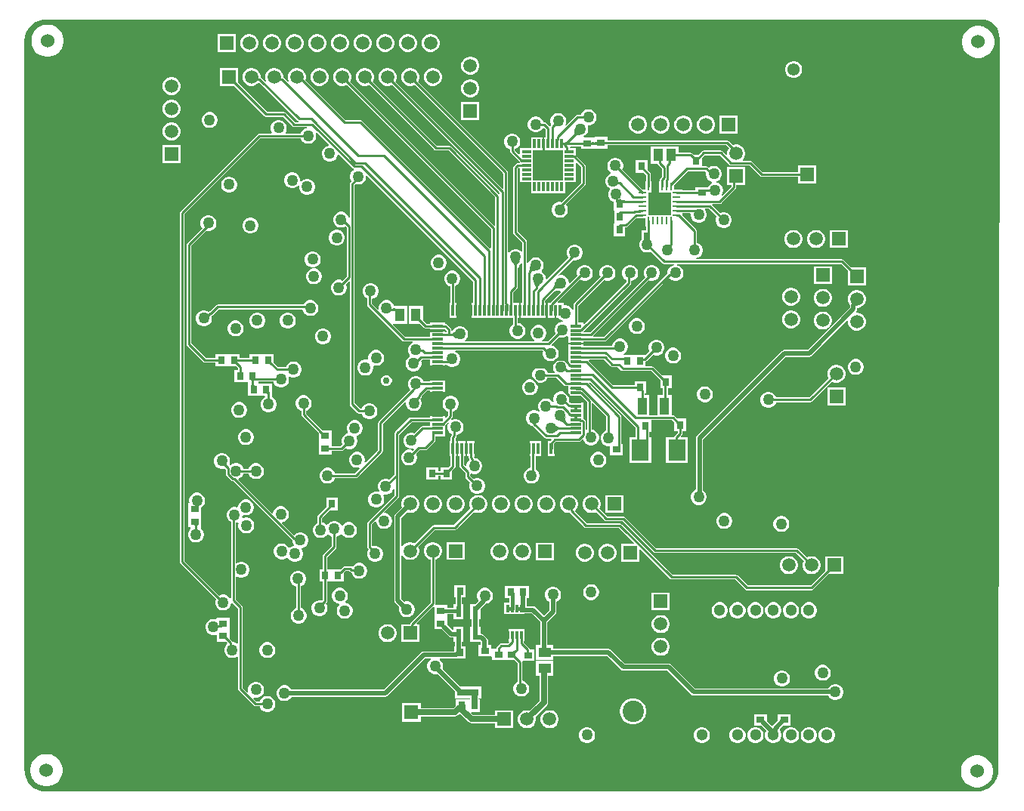
<source format=gbl>
G04*
G04 #@! TF.GenerationSoftware,Altium Limited,Altium Designer,22.8.2 (66)*
G04*
G04 Layer_Physical_Order=6*
G04 Layer_Color=16711680*
%FSLAX44Y44*%
%MOMM*%
G71*
G04*
G04 #@! TF.SameCoordinates,9714C633-81E7-4BB1-B996-9AD4BBD72758*
G04*
G04*
G04 #@! TF.FilePolarity,Positive*
G04*
G01*
G75*
%ADD14C,0.2540*%
%ADD16R,0.8000X0.9000*%
%ADD17R,0.9000X0.8000*%
%ADD19C,1.5240*%
%ADD21R,0.6000X1.2000*%
%ADD54C,0.5080*%
%ADD57C,1.5000*%
%ADD58R,1.5000X1.5000*%
%ADD59C,1.3810*%
%ADD60R,1.5000X1.5000*%
%ADD61C,1.3000*%
%ADD62R,1.5750X1.5750*%
%ADD63C,1.5750*%
%ADD64C,2.4000*%
%ADD65C,0.7500*%
%ADD66C,1.2700*%
%ADD67R,0.3000X1.0000*%
%ADD68R,1.0000X0.3000*%
%ADD69R,3.3500X3.3500*%
%ADD70R,1.4700X1.1400*%
%ADD71R,1.1400X1.4700*%
%ADD72R,0.8128X0.2032*%
%ADD73R,0.2032X0.8128*%
%ADD74R,2.5908X2.5908*%
%ADD75R,0.3000X0.8500*%
%ADD76R,2.5400X1.7000*%
%ADD77R,1.1000X1.4000*%
%ADD78R,0.3048X1.1938*%
%ADD79R,1.1938X0.3048*%
%ADD80R,1.1000X1.9000*%
%ADD81R,1.9000X2.4000*%
%ADD82C,0.3810*%
%ADD83C,0.6350*%
G36*
X26574Y869872D02*
X26574Y869872D01*
X27816Y869900D01*
X27850Y869900D01*
X1076418D01*
X1079747Y868890D01*
X1083630Y866815D01*
X1087033Y864022D01*
X1089826Y860619D01*
X1091901Y856736D01*
X1093179Y852523D01*
X1093611Y848141D01*
X1093363Y845619D01*
X1093363Y845619D01*
X1093363Y845619D01*
X1093420Y844415D01*
X1092060Y28156D01*
X1092059Y28149D01*
X1092073Y28081D01*
X1091630Y23587D01*
X1090236Y18993D01*
X1087973Y14759D01*
X1084927Y11047D01*
X1081216Y8001D01*
X1076982Y5738D01*
X1072387Y4344D01*
X1067950Y3907D01*
X1067906Y3916D01*
X26505Y3860D01*
X26502Y3917D01*
X25919Y3860D01*
X24044Y3860D01*
X20287Y4230D01*
X15773Y5599D01*
X11613Y7822D01*
X7967Y10815D01*
X4975Y14461D01*
X2752Y18621D01*
X1382Y23134D01*
X1032Y26689D01*
X957Y27926D01*
X959Y27936D01*
X903Y28215D01*
X818Y29148D01*
Y845508D01*
X1253Y849922D01*
X2670Y854593D01*
X4971Y858897D01*
X8067Y862669D01*
X11839Y865765D01*
X16143Y868066D01*
X20813Y869482D01*
X25308Y869925D01*
X26574Y869872D01*
D02*
G37*
%LPC*%
G36*
X457252Y853320D02*
X454608D01*
X452055Y852636D01*
X449765Y851314D01*
X447896Y849445D01*
X446574Y847155D01*
X445890Y844602D01*
Y841958D01*
X446574Y839405D01*
X447896Y837115D01*
X449765Y835246D01*
X452055Y833924D01*
X454608Y833240D01*
X457252D01*
X459805Y833924D01*
X462095Y835246D01*
X463964Y837115D01*
X465286Y839405D01*
X465970Y841958D01*
Y844602D01*
X465286Y847155D01*
X463964Y849445D01*
X462095Y851314D01*
X459805Y852636D01*
X457252Y853320D01*
D02*
G37*
G36*
X431852D02*
X429208D01*
X426655Y852636D01*
X424365Y851314D01*
X422496Y849445D01*
X421174Y847155D01*
X420490Y844602D01*
Y841958D01*
X421174Y839405D01*
X422496Y837115D01*
X424365Y835246D01*
X426655Y833924D01*
X429208Y833240D01*
X431852D01*
X434405Y833924D01*
X436695Y835246D01*
X438564Y837115D01*
X439886Y839405D01*
X440570Y841958D01*
Y844602D01*
X439886Y847155D01*
X438564Y849445D01*
X436695Y851314D01*
X434405Y852636D01*
X431852Y853320D01*
D02*
G37*
G36*
X406452D02*
X403808D01*
X401255Y852636D01*
X398965Y851314D01*
X397096Y849445D01*
X395774Y847155D01*
X395090Y844602D01*
Y841958D01*
X395774Y839405D01*
X397096Y837115D01*
X398965Y835246D01*
X401255Y833924D01*
X403808Y833240D01*
X406452D01*
X409005Y833924D01*
X411295Y835246D01*
X413164Y837115D01*
X414486Y839405D01*
X415170Y841958D01*
Y844602D01*
X414486Y847155D01*
X413164Y849445D01*
X411295Y851314D01*
X409005Y852636D01*
X406452Y853320D01*
D02*
G37*
G36*
X381052D02*
X378408D01*
X375855Y852636D01*
X373565Y851314D01*
X371696Y849445D01*
X370374Y847155D01*
X369690Y844602D01*
Y841958D01*
X370374Y839405D01*
X371696Y837115D01*
X373565Y835246D01*
X375855Y833924D01*
X378408Y833240D01*
X381052D01*
X383605Y833924D01*
X385895Y835246D01*
X387764Y837115D01*
X389086Y839405D01*
X389770Y841958D01*
Y844602D01*
X389086Y847155D01*
X387764Y849445D01*
X385895Y851314D01*
X383605Y852636D01*
X381052Y853320D01*
D02*
G37*
G36*
X355652D02*
X353008D01*
X350455Y852636D01*
X348165Y851314D01*
X346296Y849445D01*
X344974Y847155D01*
X344290Y844602D01*
Y841958D01*
X344974Y839405D01*
X346296Y837115D01*
X348165Y835246D01*
X350455Y833924D01*
X353008Y833240D01*
X355652D01*
X358205Y833924D01*
X360495Y835246D01*
X362364Y837115D01*
X363686Y839405D01*
X364370Y841958D01*
Y844602D01*
X363686Y847155D01*
X362364Y849445D01*
X360495Y851314D01*
X358205Y852636D01*
X355652Y853320D01*
D02*
G37*
G36*
X330252D02*
X327608D01*
X325055Y852636D01*
X322765Y851314D01*
X320896Y849445D01*
X319574Y847155D01*
X318890Y844602D01*
Y841958D01*
X319574Y839405D01*
X320896Y837115D01*
X322765Y835246D01*
X325055Y833924D01*
X327608Y833240D01*
X330252D01*
X332805Y833924D01*
X335095Y835246D01*
X336964Y837115D01*
X338286Y839405D01*
X338970Y841958D01*
Y844602D01*
X338286Y847155D01*
X336964Y849445D01*
X335095Y851314D01*
X332805Y852636D01*
X330252Y853320D01*
D02*
G37*
G36*
X304852D02*
X302208D01*
X299655Y852636D01*
X297365Y851314D01*
X295496Y849445D01*
X294174Y847155D01*
X293490Y844602D01*
Y841958D01*
X294174Y839405D01*
X295496Y837115D01*
X297365Y835246D01*
X299655Y833924D01*
X302208Y833240D01*
X304852D01*
X307405Y833924D01*
X309695Y835246D01*
X311564Y837115D01*
X312886Y839405D01*
X313570Y841958D01*
Y844602D01*
X312886Y847155D01*
X311564Y849445D01*
X309695Y851314D01*
X307405Y852636D01*
X304852Y853320D01*
D02*
G37*
G36*
X279452D02*
X276808D01*
X274255Y852636D01*
X271965Y851314D01*
X270096Y849445D01*
X268774Y847155D01*
X268090Y844602D01*
Y841958D01*
X268774Y839405D01*
X270096Y837115D01*
X271965Y835246D01*
X274255Y833924D01*
X276808Y833240D01*
X279452D01*
X282005Y833924D01*
X284295Y835246D01*
X286164Y837115D01*
X287486Y839405D01*
X288170Y841958D01*
Y844602D01*
X287486Y847155D01*
X286164Y849445D01*
X284295Y851314D01*
X282005Y852636D01*
X279452Y853320D01*
D02*
G37*
G36*
X254052D02*
X251408D01*
X248855Y852636D01*
X246565Y851314D01*
X244696Y849445D01*
X243374Y847155D01*
X242690Y844602D01*
Y841958D01*
X243374Y839405D01*
X244696Y837115D01*
X246565Y835246D01*
X248855Y833924D01*
X251408Y833240D01*
X254052D01*
X256605Y833924D01*
X258895Y835246D01*
X260764Y837115D01*
X262086Y839405D01*
X262770Y841958D01*
Y844602D01*
X262086Y847155D01*
X260764Y849445D01*
X258895Y851314D01*
X256605Y852636D01*
X254052Y853320D01*
D02*
G37*
G36*
X237370D02*
X217290D01*
Y833240D01*
X237370D01*
Y853320D01*
D02*
G37*
G36*
X28447Y863860D02*
X24893D01*
X21408Y863167D01*
X18125Y861807D01*
X15170Y859833D01*
X12657Y857320D01*
X10683Y854365D01*
X9323Y851082D01*
X8630Y847597D01*
Y844043D01*
X9323Y840558D01*
X10683Y837275D01*
X12657Y834320D01*
X15170Y831807D01*
X18125Y829833D01*
X21408Y828473D01*
X24893Y827780D01*
X28447D01*
X31932Y828473D01*
X35215Y829833D01*
X38170Y831807D01*
X40683Y834320D01*
X42657Y837275D01*
X44017Y840558D01*
X44710Y844043D01*
Y847597D01*
X44017Y851082D01*
X42657Y854365D01*
X40683Y857320D01*
X38170Y859833D01*
X35215Y861807D01*
X31932Y863167D01*
X28447Y863860D01*
D02*
G37*
G36*
X1071117Y862590D02*
X1067563D01*
X1064078Y861897D01*
X1060795Y860537D01*
X1057840Y858563D01*
X1055327Y856050D01*
X1053353Y853095D01*
X1051993Y849812D01*
X1051300Y846327D01*
Y842773D01*
X1051993Y839288D01*
X1053353Y836005D01*
X1055327Y833050D01*
X1057840Y830537D01*
X1060795Y828563D01*
X1064078Y827203D01*
X1067563Y826510D01*
X1071117D01*
X1074602Y827203D01*
X1077885Y828563D01*
X1080840Y830537D01*
X1083353Y833050D01*
X1085327Y836005D01*
X1086687Y839288D01*
X1087380Y842773D01*
Y846327D01*
X1086687Y849812D01*
X1085327Y853095D01*
X1083353Y856050D01*
X1080840Y858563D01*
X1077885Y860537D01*
X1074602Y861897D01*
X1071117Y862590D01*
D02*
G37*
G36*
X501702Y827920D02*
X499058D01*
X496505Y827236D01*
X494215Y825914D01*
X492346Y824045D01*
X491024Y821755D01*
X490340Y819202D01*
Y816558D01*
X491024Y814005D01*
X492346Y811715D01*
X494215Y809846D01*
X496505Y808524D01*
X499058Y807840D01*
X501702D01*
X504255Y808524D01*
X506545Y809846D01*
X508414Y811715D01*
X509736Y814005D01*
X510420Y816558D01*
Y819202D01*
X509736Y821755D01*
X508414Y824045D01*
X506545Y825914D01*
X504255Y827236D01*
X501702Y827920D01*
D02*
G37*
G36*
X863953Y823028D02*
X861467D01*
X859064Y822384D01*
X856911Y821141D01*
X855152Y819382D01*
X853909Y817228D01*
X853265Y814826D01*
Y812339D01*
X853909Y809937D01*
X855152Y807783D01*
X856911Y806025D01*
X859064Y804781D01*
X861467Y804138D01*
X863953D01*
X866356Y804781D01*
X868509Y806025D01*
X870268Y807783D01*
X871511Y809937D01*
X872155Y812339D01*
Y814826D01*
X871511Y817228D01*
X870268Y819382D01*
X868509Y821141D01*
X866356Y822384D01*
X863953Y823028D01*
D02*
G37*
G36*
X459792Y815220D02*
X457148D01*
X454595Y814536D01*
X452305Y813214D01*
X450436Y811345D01*
X449114Y809055D01*
X448430Y806502D01*
Y803858D01*
X449114Y801305D01*
X450436Y799015D01*
X452305Y797146D01*
X454595Y795824D01*
X457148Y795140D01*
X459792D01*
X462345Y795824D01*
X464635Y797146D01*
X466504Y799015D01*
X467826Y801305D01*
X468510Y803858D01*
Y806502D01*
X467826Y809055D01*
X466504Y811345D01*
X464635Y813214D01*
X462345Y814536D01*
X459792Y815220D01*
D02*
G37*
G36*
X332792D02*
X330148D01*
X327595Y814536D01*
X325305Y813214D01*
X323436Y811345D01*
X322114Y809055D01*
X321430Y806502D01*
Y803858D01*
X322114Y801305D01*
X323436Y799015D01*
X325305Y797146D01*
X327595Y795824D01*
X330148Y795140D01*
X332792D01*
X335345Y795824D01*
X337635Y797146D01*
X339504Y799015D01*
X340826Y801305D01*
X341510Y803858D01*
Y806502D01*
X340826Y809055D01*
X339504Y811345D01*
X337635Y813214D01*
X335345Y814536D01*
X332792Y815220D01*
D02*
G37*
G36*
X166988Y805060D02*
X164345D01*
X161791Y804376D01*
X159502Y803054D01*
X157632Y801185D01*
X156311Y798895D01*
X155626Y796342D01*
Y793698D01*
X156311Y791145D01*
X157632Y788855D01*
X159502Y786986D01*
X161791Y785664D01*
X164345Y784980D01*
X166988D01*
X169542Y785664D01*
X171831Y786986D01*
X173700Y788855D01*
X175022Y791145D01*
X175706Y793698D01*
Y796342D01*
X175022Y798895D01*
X173700Y801185D01*
X171831Y803054D01*
X169542Y804376D01*
X166988Y805060D01*
D02*
G37*
G36*
X501702Y802520D02*
X499058D01*
X496505Y801836D01*
X494215Y800514D01*
X492346Y798645D01*
X491024Y796355D01*
X490340Y793802D01*
Y791158D01*
X491024Y788605D01*
X492346Y786315D01*
X494215Y784446D01*
X496505Y783124D01*
X499058Y782440D01*
X501702D01*
X504255Y783124D01*
X506545Y784446D01*
X508414Y786315D01*
X509736Y788605D01*
X510420Y791158D01*
Y793802D01*
X509736Y796355D01*
X508414Y798645D01*
X506545Y800514D01*
X504255Y801836D01*
X501702Y802520D01*
D02*
G37*
G36*
X166988Y779660D02*
X164345D01*
X161791Y778976D01*
X159502Y777654D01*
X157632Y775785D01*
X156311Y773495D01*
X155626Y770942D01*
Y768298D01*
X156311Y765745D01*
X157632Y763455D01*
X159502Y761586D01*
X161791Y760264D01*
X164345Y759580D01*
X166988D01*
X169542Y760264D01*
X171831Y761586D01*
X173700Y763455D01*
X175022Y765745D01*
X175706Y768298D01*
Y770942D01*
X175022Y773495D01*
X173700Y775785D01*
X171831Y777654D01*
X169542Y778976D01*
X166988Y779660D01*
D02*
G37*
G36*
X510420Y777120D02*
X490340D01*
Y757040D01*
X510420D01*
Y777120D01*
D02*
G37*
G36*
X209450Y765810D02*
X207110D01*
X204849Y765204D01*
X202821Y764034D01*
X201166Y762379D01*
X199996Y760351D01*
X199390Y758090D01*
Y755750D01*
X199996Y753489D01*
X201166Y751461D01*
X202821Y749806D01*
X204849Y748636D01*
X207110Y748030D01*
X209450D01*
X211711Y748636D01*
X213739Y749806D01*
X215394Y751461D01*
X216564Y753489D01*
X217170Y755750D01*
Y758090D01*
X216564Y760351D01*
X215394Y762379D01*
X213739Y764034D01*
X211711Y765204D01*
X209450Y765810D01*
D02*
G37*
G36*
X799980Y761880D02*
X779900D01*
Y741800D01*
X799980D01*
Y761880D01*
D02*
G37*
G36*
X765862D02*
X763218D01*
X760665Y761196D01*
X758375Y759874D01*
X756506Y758005D01*
X755184Y755715D01*
X754500Y753162D01*
Y750518D01*
X755184Y747965D01*
X756506Y745675D01*
X758375Y743806D01*
X760665Y742484D01*
X763218Y741800D01*
X765862D01*
X768415Y742484D01*
X770705Y743806D01*
X772574Y745675D01*
X773896Y747965D01*
X774580Y750518D01*
Y753162D01*
X773896Y755715D01*
X772574Y758005D01*
X770705Y759874D01*
X768415Y761196D01*
X765862Y761880D01*
D02*
G37*
G36*
X740462D02*
X737818D01*
X735265Y761196D01*
X732975Y759874D01*
X731106Y758005D01*
X729784Y755715D01*
X729100Y753162D01*
Y750518D01*
X729784Y747965D01*
X731106Y745675D01*
X732975Y743806D01*
X735265Y742484D01*
X737818Y741800D01*
X740462D01*
X743015Y742484D01*
X745305Y743806D01*
X747174Y745675D01*
X748496Y747965D01*
X749180Y750518D01*
Y753162D01*
X748496Y755715D01*
X747174Y758005D01*
X745305Y759874D01*
X743015Y761196D01*
X740462Y761880D01*
D02*
G37*
G36*
X715062D02*
X712418D01*
X709865Y761196D01*
X707575Y759874D01*
X705706Y758005D01*
X704384Y755715D01*
X703700Y753162D01*
Y750518D01*
X704384Y747965D01*
X705706Y745675D01*
X707575Y743806D01*
X709865Y742484D01*
X712418Y741800D01*
X715062D01*
X717615Y742484D01*
X719905Y743806D01*
X721774Y745675D01*
X723096Y747965D01*
X723780Y750518D01*
Y753162D01*
X723096Y755715D01*
X721774Y758005D01*
X719905Y759874D01*
X717615Y761196D01*
X715062Y761880D01*
D02*
G37*
G36*
X689662D02*
X687018D01*
X684465Y761196D01*
X682175Y759874D01*
X680306Y758005D01*
X678984Y755715D01*
X678300Y753162D01*
Y750518D01*
X678984Y747965D01*
X680306Y745675D01*
X682175Y743806D01*
X684465Y742484D01*
X687018Y741800D01*
X689662D01*
X692215Y742484D01*
X694505Y743806D01*
X696374Y745675D01*
X697696Y747965D01*
X698380Y750518D01*
Y753162D01*
X697696Y755715D01*
X696374Y758005D01*
X694505Y759874D01*
X692215Y761196D01*
X689662Y761880D01*
D02*
G37*
G36*
X166988Y754260D02*
X164345D01*
X161791Y753576D01*
X159502Y752254D01*
X157632Y750385D01*
X156311Y748095D01*
X155626Y745542D01*
Y742898D01*
X156311Y740345D01*
X157632Y738055D01*
X159502Y736186D01*
X161791Y734864D01*
X164345Y734180D01*
X166988D01*
X169542Y734864D01*
X171831Y736186D01*
X173700Y738055D01*
X175022Y740345D01*
X175706Y742898D01*
Y745542D01*
X175022Y748095D01*
X173700Y750385D01*
X171831Y752254D01*
X169542Y753576D01*
X166988Y754260D01*
D02*
G37*
G36*
X175706Y728860D02*
X155626D01*
Y708780D01*
X175706D01*
Y728860D01*
D02*
G37*
G36*
X434392Y815220D02*
X431748D01*
X429195Y814536D01*
X426905Y813214D01*
X425036Y811345D01*
X423714Y809055D01*
X423030Y806502D01*
Y803858D01*
X423714Y801305D01*
X425036Y799015D01*
X426905Y797146D01*
X429195Y795824D01*
X431748Y795140D01*
X434392D01*
X436945Y795824D01*
X438098Y796490D01*
X537494Y697094D01*
Y680678D01*
X536321Y680192D01*
X416360Y800152D01*
X417026Y801305D01*
X417710Y803858D01*
Y806502D01*
X417026Y809055D01*
X415704Y811345D01*
X413835Y813214D01*
X411545Y814536D01*
X408992Y815220D01*
X406348D01*
X403795Y814536D01*
X401505Y813214D01*
X399636Y811345D01*
X398314Y809055D01*
X397630Y806502D01*
Y803858D01*
X398314Y801305D01*
X399636Y799015D01*
X401505Y797146D01*
X403795Y795824D01*
X406348Y795140D01*
X408992D01*
X411545Y795824D01*
X412698Y796490D01*
X533550Y675638D01*
X533428Y674556D01*
X532257Y674095D01*
X479237Y727115D01*
X478397Y727677D01*
X477406Y727874D01*
X463238D01*
X390960Y800152D01*
X391626Y801305D01*
X392310Y803858D01*
Y806502D01*
X391626Y809055D01*
X390304Y811345D01*
X388435Y813214D01*
X386145Y814536D01*
X383592Y815220D01*
X380948D01*
X378395Y814536D01*
X376105Y813214D01*
X374236Y811345D01*
X372914Y809055D01*
X372230Y806502D01*
Y803858D01*
X372914Y801305D01*
X374236Y799015D01*
X376105Y797146D01*
X378395Y795824D01*
X380948Y795140D01*
X383592D01*
X386145Y795824D01*
X387298Y796490D01*
X460335Y723453D01*
X461175Y722892D01*
X462166Y722694D01*
X476333D01*
X528430Y670597D01*
Y639078D01*
X527160Y638552D01*
X365560Y800152D01*
X366226Y801305D01*
X366910Y803858D01*
Y806502D01*
X366226Y809055D01*
X364904Y811345D01*
X363035Y813214D01*
X360745Y814536D01*
X358192Y815220D01*
X355548D01*
X352995Y814536D01*
X350705Y813214D01*
X348836Y811345D01*
X347514Y809055D01*
X346830Y806502D01*
Y803858D01*
X347514Y801305D01*
X348836Y799015D01*
X350705Y797146D01*
X352995Y795824D01*
X355548Y795140D01*
X358192D01*
X360745Y795824D01*
X361898Y796490D01*
X523430Y634958D01*
Y613599D01*
X522160Y613073D01*
X379121Y756112D01*
X378281Y756673D01*
X377290Y756870D01*
X360582D01*
X315578Y801874D01*
X316110Y803858D01*
Y806502D01*
X315426Y809055D01*
X314104Y811345D01*
X312235Y813214D01*
X309945Y814536D01*
X307392Y815220D01*
X304748D01*
X302195Y814536D01*
X299905Y813214D01*
X298036Y811345D01*
X296714Y809055D01*
X296030Y806502D01*
Y803858D01*
X296714Y801305D01*
X297206Y800452D01*
X296190Y799672D01*
X291134Y804729D01*
X290710Y805012D01*
Y806502D01*
X290026Y809055D01*
X288704Y811345D01*
X286835Y813214D01*
X284545Y814536D01*
X281992Y815220D01*
X279348D01*
X276795Y814536D01*
X274505Y813214D01*
X272636Y811345D01*
X271314Y809055D01*
X270630Y806502D01*
Y803858D01*
X271314Y801305D01*
X271807Y800452D01*
X270790Y799672D01*
X265734Y804729D01*
X265310Y805012D01*
Y806502D01*
X264626Y809055D01*
X263304Y811345D01*
X261435Y813214D01*
X259145Y814536D01*
X256592Y815220D01*
X253948D01*
X251395Y814536D01*
X249105Y813214D01*
X247236Y811345D01*
X245914Y809055D01*
X245230Y806502D01*
Y803858D01*
X245914Y801305D01*
X247236Y799015D01*
X249105Y797146D01*
X251395Y795824D01*
X253948Y795140D01*
X256592D01*
X259145Y795824D01*
X261435Y797146D01*
X263304Y799015D01*
X264027Y799110D01*
X306779Y756359D01*
X307619Y755797D01*
X308110Y755700D01*
X307985Y754430D01*
X304295D01*
X293623Y765101D01*
X292783Y765663D01*
X291792Y765860D01*
X272853D01*
X239910Y798802D01*
Y815220D01*
X219830D01*
Y795140D01*
X236248D01*
X269949Y761439D01*
X270789Y760877D01*
X271780Y760680D01*
X290719D01*
X301391Y750009D01*
X302231Y749447D01*
X303222Y749250D01*
X317247D01*
X317414Y747980D01*
X315339Y747424D01*
X313311Y746254D01*
X311656Y744599D01*
X310486Y742571D01*
X310260Y741730D01*
X293694D01*
X293111Y743000D01*
X294034Y744599D01*
X294640Y746860D01*
Y749200D01*
X294034Y751461D01*
X292864Y753489D01*
X291209Y755144D01*
X289181Y756314D01*
X286920Y756920D01*
X284580D01*
X282319Y756314D01*
X280291Y755144D01*
X278636Y753489D01*
X277466Y751461D01*
X276860Y749200D01*
Y746860D01*
X277466Y744599D01*
X278389Y743000D01*
X277806Y741730D01*
X264160D01*
X263169Y741533D01*
X262329Y740971D01*
X175969Y654611D01*
X175407Y653771D01*
X175210Y652780D01*
Y261620D01*
X175407Y260629D01*
X175969Y259789D01*
X215672Y220086D01*
X215236Y219331D01*
X214630Y217070D01*
Y214730D01*
X215236Y212469D01*
X216406Y210441D01*
X218061Y208786D01*
X220089Y207616D01*
X222350Y207010D01*
X224690D01*
X226951Y207616D01*
X228979Y208786D01*
X230634Y210441D01*
X231804Y212469D01*
X232410Y214730D01*
Y215298D01*
X233680Y215824D01*
X239980Y209524D01*
Y170504D01*
X238710Y169921D01*
X237111Y170844D01*
X234850Y171450D01*
X234177D01*
X234129Y171695D01*
X233567Y172535D01*
X230560Y175543D01*
Y184960D01*
X230560Y184960D01*
Y185880D01*
X230560D01*
X230560Y186230D01*
Y198960D01*
X216480D01*
Y198109D01*
X215210Y197161D01*
X213837Y197529D01*
X211496D01*
X209235Y196923D01*
X207208Y195752D01*
X205553Y194097D01*
X204382Y192070D01*
X203777Y189809D01*
Y187468D01*
X204382Y185207D01*
X205553Y183180D01*
X207208Y181525D01*
X209235Y180354D01*
X211496Y179749D01*
X213837D01*
X215210Y180117D01*
X216480Y179169D01*
Y171880D01*
X226898D01*
X227948Y170830D01*
X227765Y169217D01*
X226566Y168019D01*
X225396Y165991D01*
X224790Y163730D01*
Y161390D01*
X225396Y159129D01*
X226566Y157101D01*
X228221Y155446D01*
X230249Y154276D01*
X232510Y153670D01*
X234850D01*
X237111Y154276D01*
X238710Y155199D01*
X239980Y154616D01*
Y119380D01*
X240177Y118389D01*
X240739Y117549D01*
X257845Y100443D01*
X258685Y99881D01*
X259676Y99684D01*
X264525D01*
X264766Y98785D01*
X265936Y96758D01*
X267591Y95102D01*
X269619Y93932D01*
X271880Y93326D01*
X274220D01*
X276481Y93932D01*
X278509Y95102D01*
X280164Y96758D01*
X281334Y98785D01*
X281940Y101046D01*
Y103387D01*
X281334Y105648D01*
X280164Y107675D01*
X278509Y109330D01*
X276481Y110500D01*
X274220Y111106D01*
X271880D01*
X269619Y110500D01*
X267591Y109330D01*
X265936Y107675D01*
X264766Y105648D01*
X264556Y104864D01*
X260749D01*
X257168Y108444D01*
X257826Y109583D01*
X259180Y109220D01*
X261520D01*
X263781Y109826D01*
X265809Y110996D01*
X267464Y112651D01*
X268634Y114679D01*
X269240Y116940D01*
Y119280D01*
X268634Y121541D01*
X267464Y123569D01*
X265809Y125224D01*
X263781Y126394D01*
X261520Y127000D01*
X259180D01*
X256919Y126394D01*
X254891Y125224D01*
X253236Y123569D01*
X252066Y121541D01*
X251460Y119280D01*
Y116940D01*
X251823Y115586D01*
X250684Y114928D01*
X245160Y120453D01*
Y210597D01*
X244963Y211588D01*
X244401Y212428D01*
X237540Y219289D01*
Y244786D01*
X238810Y245369D01*
X240409Y244446D01*
X242670Y243840D01*
X245010D01*
X247271Y244446D01*
X249299Y245616D01*
X250954Y247271D01*
X252124Y249299D01*
X252730Y251560D01*
Y253900D01*
X252124Y256161D01*
X250954Y258189D01*
X249299Y259844D01*
X247271Y261014D01*
X245010Y261620D01*
X242670D01*
X240409Y261014D01*
X238810Y260091D01*
X237540Y260674D01*
Y305271D01*
X239671Y305842D01*
X239898Y305973D01*
X240989Y305137D01*
X240570Y303572D01*
Y301232D01*
X241175Y298971D01*
X242346Y296943D01*
X244001Y295288D01*
X246028Y294118D01*
X248289Y293512D01*
X250630D01*
X252891Y294118D01*
X254918Y295288D01*
X256573Y296943D01*
X257744Y298971D01*
X258350Y301232D01*
Y303572D01*
X257744Y305833D01*
X256573Y307861D01*
X254918Y309516D01*
X252891Y310686D01*
X250630Y311292D01*
X248289D01*
X246028Y310686D01*
X245801Y310555D01*
X244710Y311392D01*
X245130Y312956D01*
Y313092D01*
X246400Y314052D01*
X247750Y313690D01*
X250090D01*
X252351Y314296D01*
X254379Y315466D01*
X256034Y317121D01*
X257204Y319149D01*
X257810Y321410D01*
Y323750D01*
X257204Y326011D01*
X256034Y328039D01*
X254379Y329694D01*
X252351Y330864D01*
X250090Y331470D01*
X247750D01*
X245489Y330864D01*
X243461Y329694D01*
X241806Y328039D01*
X240636Y326011D01*
X240030Y323750D01*
Y323614D01*
X238760Y322655D01*
X237410Y323016D01*
X235069D01*
X232808Y322411D01*
X230781Y321240D01*
X229126Y319585D01*
X227955Y317558D01*
X227349Y315297D01*
Y312956D01*
X227955Y310695D01*
X229126Y308668D01*
X230781Y307013D01*
X232360Y306101D01*
Y220908D01*
X231090Y220568D01*
X230634Y221359D01*
X228979Y223014D01*
X226951Y224184D01*
X224690Y224790D01*
X222350D01*
X220089Y224184D01*
X219334Y223748D01*
X180390Y262693D01*
Y651707D01*
X265233Y736550D01*
X310260D01*
X310486Y735709D01*
X311656Y733681D01*
X313311Y732026D01*
X315339Y730856D01*
X317600Y730250D01*
X319940D01*
X322201Y730856D01*
X324229Y732026D01*
X325884Y733681D01*
X327054Y735709D01*
X327660Y737970D01*
Y740310D01*
X327054Y742571D01*
X328085Y743327D01*
X342017Y729394D01*
X341444Y728172D01*
X339469Y727642D01*
X337441Y726472D01*
X335786Y724817D01*
X334616Y722790D01*
X334010Y720529D01*
Y718188D01*
X334616Y715927D01*
X335786Y713900D01*
X337441Y712244D01*
X339469Y711074D01*
X341730Y710468D01*
X344070D01*
X346331Y711074D01*
X348359Y712244D01*
X350014Y713900D01*
X351184Y715927D01*
X351713Y717902D01*
X352936Y718476D01*
X368392Y703019D01*
X369233Y702457D01*
X369756Y702353D01*
X369978Y701015D01*
X369255Y700598D01*
X367600Y698942D01*
X366430Y696915D01*
X365824Y694654D01*
Y692313D01*
X366430Y690052D01*
X367429Y688321D01*
X366469Y687361D01*
X365907Y686520D01*
X365710Y685529D01*
Y646683D01*
X364440Y646516D01*
X363884Y648591D01*
X362714Y650619D01*
X361059Y652274D01*
X359031Y653444D01*
X356770Y654050D01*
X354430D01*
X352169Y653444D01*
X350141Y652274D01*
X348486Y650619D01*
X347316Y648591D01*
X346710Y646330D01*
Y643990D01*
X347316Y641729D01*
X348486Y639701D01*
X350141Y638046D01*
X352169Y636876D01*
X354430Y636270D01*
X356770D01*
X359031Y636876D01*
X360840Y637920D01*
X361900Y636860D01*
Y581463D01*
X357246Y576809D01*
X356491Y577244D01*
X354230Y577850D01*
X351890D01*
X349629Y577244D01*
X347601Y576074D01*
X345946Y574419D01*
X344776Y572391D01*
X344170Y570130D01*
Y567790D01*
X344776Y565529D01*
X345946Y563501D01*
X347601Y561846D01*
X349629Y560676D01*
X351890Y560070D01*
X354230D01*
X356491Y560676D01*
X358519Y561846D01*
X360174Y563501D01*
X361344Y565529D01*
X361950Y567790D01*
Y570130D01*
X361344Y572391D01*
X360909Y573146D01*
X364537Y576774D01*
X365710Y576288D01*
Y438150D01*
X365907Y437159D01*
X366469Y436319D01*
X374089Y428699D01*
X374929Y428137D01*
X375920Y427940D01*
X378840D01*
X379066Y427099D01*
X380236Y425071D01*
X381891Y423416D01*
X383919Y422246D01*
X386180Y421640D01*
X388520D01*
X390781Y422246D01*
X392809Y423416D01*
X394464Y425071D01*
X395634Y427099D01*
X396240Y429360D01*
Y431700D01*
X395634Y433961D01*
X394464Y435989D01*
X392809Y437644D01*
X390781Y438814D01*
X388520Y439420D01*
X386180D01*
X383919Y438814D01*
X381891Y437644D01*
X380236Y435989D01*
X379066Y433961D01*
X378840Y433120D01*
X376993D01*
X370890Y439223D01*
Y684160D01*
X371923Y685028D01*
X373543Y684594D01*
X375884D01*
X378145Y685200D01*
X380172Y686370D01*
X381828Y688025D01*
X382998Y690052D01*
X383604Y692313D01*
Y694120D01*
X384874Y694646D01*
X503430Y576090D01*
Y552099D01*
X501956D01*
Y535081D01*
X548430D01*
Y528161D01*
X547777Y527784D01*
X546122Y526129D01*
X544951Y524101D01*
X544345Y521840D01*
Y519500D01*
X544951Y517239D01*
X546122Y515211D01*
X547777Y513556D01*
X549804Y512386D01*
X552065Y511780D01*
X554406D01*
X556667Y512386D01*
X558694Y513556D01*
X560349Y515211D01*
X561520Y517239D01*
X562125Y519500D01*
Y521840D01*
X561520Y524101D01*
X560349Y526129D01*
X558694Y527784D01*
X556667Y528954D01*
X554406Y529560D01*
X553610D01*
Y535081D01*
X555084D01*
Y552099D01*
X548610D01*
Y563788D01*
X553011Y568190D01*
X553573Y569030D01*
X553770Y570021D01*
Y591045D01*
X553792Y591060D01*
X554157Y591271D01*
X554210Y591339D01*
X554281Y591387D01*
X554516Y591738D01*
X554773Y592073D01*
X554795Y592156D01*
X554843Y592227D01*
X554925Y592641D01*
X555034Y593049D01*
X555056Y593374D01*
X555094Y593574D01*
X555172Y593828D01*
X555301Y594134D01*
X555490Y594492D01*
X555742Y594894D01*
X556043Y595310D01*
X556932Y596349D01*
X557474Y596902D01*
X557480Y596911D01*
X557994Y596883D01*
X558750Y596452D01*
Y552099D01*
X556956D01*
Y535081D01*
X585084D01*
Y552099D01*
X583610D01*
Y554547D01*
X593815Y564752D01*
X593983Y564736D01*
X594267Y564659D01*
X594481Y564687D01*
X594696Y564666D01*
X594977Y564752D01*
X595269Y564790D01*
X595456Y564898D01*
X595663Y564961D01*
X595890Y565147D01*
X596144Y565294D01*
X596407Y565524D01*
X596544Y565614D01*
X596698Y565687D01*
X596890Y565749D01*
X597135Y565794D01*
X597444Y565817D01*
X597822Y565805D01*
X598271Y565751D01*
X598787Y565648D01*
X599442Y565469D01*
X599682Y565452D01*
X600810Y565150D01*
X601173D01*
X601659Y563977D01*
X589781Y552099D01*
X586956D01*
Y535081D01*
X595084D01*
Y549815D01*
X595686Y550290D01*
X596956Y549720D01*
Y535081D01*
X599342D01*
X599376Y535022D01*
X601031Y533367D01*
X603059Y532197D01*
X604050Y531931D01*
X603883Y530661D01*
X602491D01*
X600230Y530055D01*
X598202Y528885D01*
X596547Y527230D01*
X595377Y525202D01*
X594771Y522941D01*
Y520601D01*
X595377Y518340D01*
X595978Y517299D01*
X587358Y508680D01*
X580864D01*
X580757Y508848D01*
X581167Y510543D01*
X582039Y511046D01*
X583694Y512701D01*
X584864Y514729D01*
X585470Y516990D01*
Y519330D01*
X584864Y521591D01*
X583694Y523619D01*
X582039Y525274D01*
X580011Y526444D01*
X577750Y527050D01*
X575410D01*
X573149Y526444D01*
X571121Y525274D01*
X569466Y523619D01*
X568296Y521591D01*
X567690Y519330D01*
Y516990D01*
X568296Y514729D01*
X569466Y512701D01*
X571121Y511046D01*
X571993Y510543D01*
X572403Y508848D01*
X572296Y508680D01*
X494863D01*
X494496Y509604D01*
X494466Y509950D01*
X496045Y511528D01*
X497215Y513555D01*
X497821Y515816D01*
Y518157D01*
X497215Y520418D01*
X496045Y522445D01*
X494389Y524100D01*
X492362Y525271D01*
X490101Y525877D01*
X487760D01*
X485499Y525271D01*
X483472Y524100D01*
X481817Y522445D01*
X481710Y522260D01*
X481312Y521746D01*
X480914Y521286D01*
X480537Y520904D01*
X480186Y520596D01*
X480110Y520540D01*
X479326Y520779D01*
X478972Y521055D01*
X478843Y521237D01*
X478840Y521245D01*
Y521970D01*
X478643Y522961D01*
X478081Y523801D01*
X473961Y527921D01*
X473121Y528483D01*
X472130Y528680D01*
X472029D01*
Y530154D01*
X455011D01*
Y528680D01*
X451243D01*
X447670Y532253D01*
Y548370D01*
X431190D01*
Y528590D01*
X444008D01*
X448339Y524259D01*
X449179Y523697D01*
X450170Y523500D01*
X455011D01*
Y522026D01*
X472029D01*
X472029Y522026D01*
Y522026D01*
X473073Y521484D01*
X473660Y520897D01*
Y518680D01*
X472029D01*
Y520154D01*
X455011D01*
Y513680D01*
X427243D01*
X413602Y527320D01*
X414129Y528590D01*
X414310Y528590D01*
X414310Y528590D01*
X414354Y528590D01*
X429870D01*
Y548370D01*
X416082D01*
X415991Y548389D01*
X414987Y548401D01*
X414684Y549531D01*
X413514Y551559D01*
X411859Y553214D01*
X409831Y554384D01*
X407570Y554990D01*
X405230D01*
X402969Y554384D01*
X400941Y553214D01*
X399286Y551559D01*
X398116Y549531D01*
X397510Y547270D01*
Y545209D01*
X396415Y544508D01*
X389940Y550983D01*
Y556300D01*
X392051Y556866D01*
X394079Y558036D01*
X395734Y559691D01*
X396904Y561719D01*
X397510Y563980D01*
Y566320D01*
X396904Y568581D01*
X395734Y570609D01*
X394079Y572264D01*
X392051Y573434D01*
X389790Y574040D01*
X387450D01*
X385189Y573434D01*
X383161Y572264D01*
X381506Y570609D01*
X380336Y568581D01*
X379730Y566320D01*
Y563980D01*
X380336Y561719D01*
X381506Y559691D01*
X383161Y558036D01*
X384760Y557113D01*
Y549910D01*
X384957Y548919D01*
X385519Y548079D01*
X424339Y509259D01*
X425179Y508698D01*
X426170Y508500D01*
X435402D01*
X435705Y507230D01*
X433961Y506224D01*
X432306Y504569D01*
X431136Y502541D01*
X430530Y500280D01*
Y497940D01*
X431136Y495679D01*
X432306Y493651D01*
X432520Y493438D01*
X432311Y491851D01*
X431235Y491230D01*
X429580Y489574D01*
X428410Y487547D01*
X427804Y485286D01*
Y482945D01*
X428410Y480684D01*
X429580Y478657D01*
X431235Y477002D01*
X433262Y475832D01*
X435523Y475226D01*
X437864D01*
X440125Y475832D01*
X442152Y477002D01*
X443807Y478657D01*
X444978Y480684D01*
X445584Y482945D01*
Y485286D01*
X445071Y487201D01*
X446371Y488500D01*
X455011D01*
Y482026D01*
X472029D01*
Y482640D01*
X473299Y483139D01*
X474601Y481836D01*
X476629Y480666D01*
X478890Y480060D01*
X481230D01*
X483491Y480666D01*
X485519Y481836D01*
X487174Y483491D01*
X488344Y485519D01*
X488950Y487780D01*
Y490120D01*
X488344Y492381D01*
X487174Y494409D01*
X485519Y496064D01*
X483491Y497234D01*
X483673Y498500D01*
X580938D01*
X581936Y497502D01*
X581660Y496470D01*
Y494130D01*
X582266Y491869D01*
X583436Y489841D01*
X585091Y488186D01*
X587119Y487016D01*
X589380Y486410D01*
X591720D01*
X593981Y487016D01*
X595243Y487744D01*
X595368Y487816D01*
X596148Y486800D01*
X596026Y486679D01*
X594754Y485406D01*
X593583Y483379D01*
X592978Y481118D01*
Y478777D01*
X593583Y476516D01*
X594754Y474489D01*
X595102Y474141D01*
X594616Y472968D01*
X587223D01*
X586790Y474581D01*
X585620Y476608D01*
X583965Y478263D01*
X581937Y479434D01*
X579677Y480040D01*
X577336D01*
X575075Y479434D01*
X573047Y478263D01*
X571392Y476608D01*
X570222Y474581D01*
X569616Y472320D01*
Y469979D01*
X570222Y467718D01*
X570755Y466796D01*
X569918Y465705D01*
X568481Y466090D01*
X566141D01*
X563880Y465484D01*
X561852Y464314D01*
X560197Y462659D01*
X559027Y460631D01*
X558421Y458370D01*
Y456030D01*
X559027Y453769D01*
X560197Y451741D01*
X561852Y450086D01*
X563880Y448916D01*
X566141Y448310D01*
X568481D01*
X570742Y448916D01*
X572770Y450086D01*
X574425Y451741D01*
X575595Y453769D01*
X576201Y456030D01*
Y458370D01*
X575595Y460631D01*
X575063Y461554D01*
X575900Y462644D01*
X577336Y462260D01*
X579677D01*
X581937Y462865D01*
X583965Y464036D01*
X585620Y465691D01*
X586790Y467718D01*
X586809Y467788D01*
X596879D01*
X605408Y459259D01*
X606248Y458698D01*
X607239Y458501D01*
X610011D01*
Y456798D01*
X609910Y456290D01*
X610011Y455781D01*
Y450700D01*
X608741Y450174D01*
X607825Y451089D01*
X605798Y452260D01*
X603537Y452866D01*
X601196D01*
X598935Y452260D01*
X596908Y451089D01*
X595253Y449434D01*
X594083Y447407D01*
X593477Y445146D01*
Y442805D01*
X593972Y440956D01*
X592789Y440466D01*
X592246Y441407D01*
X590591Y443062D01*
X588563Y444232D01*
X586302Y444838D01*
X583962D01*
X581701Y444232D01*
X579674Y443062D01*
X578018Y441407D01*
X576848Y439379D01*
X576242Y437118D01*
Y434778D01*
X576848Y432517D01*
X577703Y431035D01*
X576773Y430106D01*
X575292Y430961D01*
X573031Y431567D01*
X570690D01*
X568429Y430961D01*
X566402Y429790D01*
X564747Y428135D01*
X563577Y426108D01*
X562971Y423847D01*
Y421506D01*
X563577Y419245D01*
X564747Y417218D01*
X566402Y415563D01*
X568429Y414393D01*
X570628Y413803D01*
X583673Y400759D01*
X584513Y400197D01*
X585504Y400000D01*
X591023D01*
X591509Y398827D01*
X589781Y397099D01*
X586956D01*
Y380081D01*
X595084D01*
Y395077D01*
X596197Y396190D01*
X622295D01*
X623286Y396387D01*
X624126Y396949D01*
X625908Y398730D01*
X627134Y398401D01*
X627316Y397723D01*
X628486Y395696D01*
X630142Y394041D01*
X632169Y392871D01*
X634430Y392265D01*
X636771D01*
X639032Y392871D01*
X641059Y394041D01*
X642714Y395696D01*
X643884Y397723D01*
X644490Y399984D01*
Y402325D01*
X643884Y404586D01*
X642714Y406613D01*
X641059Y408269D01*
X639032Y409439D01*
X636771Y410045D01*
X636415D01*
Y439346D01*
X637588Y439832D01*
X652730Y424691D01*
Y408750D01*
X651889Y408524D01*
X649861Y407354D01*
X648206Y405699D01*
X647036Y403671D01*
X646430Y401410D01*
Y399070D01*
X647036Y396809D01*
X648206Y394781D01*
X649861Y393126D01*
X651889Y391956D01*
X654150Y391350D01*
X656490D01*
X657170Y390829D01*
Y380810D01*
X671250D01*
Y393890D01*
X669340D01*
Y424488D01*
X669143Y425479D01*
X668581Y426319D01*
X633283Y461618D01*
X633731Y462966D01*
X634370Y463058D01*
X685688Y411739D01*
Y401268D01*
X678828D01*
Y372188D01*
X702908D01*
Y401268D01*
X700583D01*
Y406980D01*
X703120D01*
Y420512D01*
X726552D01*
X728926Y418138D01*
Y408220D01*
X732876D01*
Y406338D01*
X729418Y402881D01*
X728857Y402041D01*
X728703Y401268D01*
X719828D01*
Y372188D01*
X743908D01*
Y401268D01*
X736789D01*
X736303Y402441D01*
X737297Y403434D01*
X737858Y404275D01*
X738055Y405266D01*
Y408220D01*
X742006D01*
Y422300D01*
X732088D01*
X729455Y424933D01*
X728615Y425494D01*
X727624Y425691D01*
X725976D01*
Y448447D01*
X721545D01*
Y456480D01*
X726203D01*
Y470560D01*
X715472D01*
X706203Y479829D01*
X705363Y480391D01*
X704372Y480588D01*
X696800D01*
Y486391D01*
X697010Y486433D01*
X697850Y486994D01*
X704731Y493875D01*
X705486Y493440D01*
X707747Y492834D01*
X710088D01*
X712349Y493440D01*
X714376Y494610D01*
X716031Y496265D01*
X717202Y498292D01*
X717807Y500554D01*
Y502894D01*
X717202Y505155D01*
X716031Y507182D01*
X714376Y508838D01*
X712349Y510008D01*
X710088Y510614D01*
X707747D01*
X705486Y510008D01*
X703459Y508838D01*
X701804Y507182D01*
X700633Y505155D01*
X700027Y502894D01*
Y500554D01*
X700633Y498292D01*
X701069Y497538D01*
X697718Y494187D01*
X696800Y493450D01*
Y493450D01*
X696800Y493450D01*
X683720D01*
Y493450D01*
X682800D01*
Y493450D01*
X672391D01*
X672262Y493637D01*
X672640Y495322D01*
X673479Y495806D01*
X675134Y497461D01*
X676304Y499489D01*
X676910Y501750D01*
Y504090D01*
X676304Y506351D01*
X675134Y508379D01*
X673479Y510034D01*
X671451Y511204D01*
X669190Y511810D01*
X666850D01*
X664589Y511204D01*
X662561Y510034D01*
X660906Y508379D01*
X659736Y506351D01*
X659130Y504090D01*
Y503680D01*
X627029D01*
Y505154D01*
X610011D01*
Y497026D01*
Y485987D01*
X608741Y485647D01*
X607326Y487061D01*
X605299Y488232D01*
X603038Y488838D01*
X600697D01*
X598436Y488232D01*
X597174Y487503D01*
X597050Y487431D01*
X596270Y488447D01*
X596391Y488569D01*
X597664Y489841D01*
X598834Y491869D01*
X599440Y494130D01*
Y496470D01*
X598834Y498731D01*
X597664Y500759D01*
X596009Y502414D01*
X593981Y503584D01*
X591932Y504133D01*
X591600Y504782D01*
X591463Y505460D01*
X599761Y513758D01*
X600230Y513487D01*
X602491Y512881D01*
X604831D01*
X607092Y513487D01*
X608741Y514439D01*
X610011Y513891D01*
Y507026D01*
X627029D01*
Y508500D01*
X650790D01*
X651781Y508698D01*
X652621Y509259D01*
X723255Y579893D01*
X724791Y578356D01*
X726819Y577186D01*
X729080Y576580D01*
X731420D01*
X733681Y577186D01*
X735709Y578356D01*
X737364Y580011D01*
X738534Y582039D01*
X739140Y584300D01*
Y586640D01*
X738534Y588901D01*
X737364Y590929D01*
X735709Y592584D01*
X733681Y593754D01*
X731606Y594310D01*
X731773Y595580D01*
X915867D01*
X923410Y588037D01*
Y571620D01*
X943490D01*
Y591700D01*
X927073D01*
X918771Y600001D01*
X917931Y600563D01*
X916940Y600760D01*
X753363D01*
X753196Y602030D01*
X755271Y602586D01*
X757299Y603756D01*
X758954Y605411D01*
X760124Y607439D01*
X760730Y609700D01*
Y612040D01*
X760124Y614301D01*
X758954Y616329D01*
X757299Y617984D01*
X755271Y619154D01*
X754430Y619380D01*
Y632679D01*
X754233Y633671D01*
X753671Y634511D01*
X738019Y650163D01*
Y652975D01*
X746762D01*
X747535Y651967D01*
X747522Y651918D01*
Y649578D01*
X748128Y647317D01*
X749298Y645289D01*
X750953Y643634D01*
X752981Y642464D01*
X755242Y641858D01*
X757582D01*
X759843Y642464D01*
X761871Y643634D01*
X763526Y645289D01*
X764696Y647317D01*
X765302Y649578D01*
Y651918D01*
X764696Y654179D01*
X763526Y656207D01*
X763027Y656705D01*
X763554Y657975D01*
X767531D01*
X776504Y649003D01*
X776068Y648248D01*
X775462Y645987D01*
Y643646D01*
X776068Y641385D01*
X777238Y639358D01*
X778893Y637703D01*
X780921Y636532D01*
X783182Y635927D01*
X785522D01*
X787783Y636532D01*
X789811Y637703D01*
X791466Y639358D01*
X792636Y641385D01*
X793242Y643646D01*
Y645987D01*
X792636Y648248D01*
X791466Y650275D01*
X789811Y651930D01*
X787783Y653101D01*
X785522Y653707D01*
X783182D01*
X780921Y653101D01*
X780166Y652665D01*
X771126Y661705D01*
X771653Y662975D01*
X779864D01*
X780855Y663172D01*
X781696Y663733D01*
X797502Y679539D01*
X798063Y680379D01*
X798260Y681370D01*
Y683917D01*
X808250D01*
Y703997D01*
X788170D01*
Y683917D01*
X793081D01*
Y682443D01*
X783173Y672535D01*
X782157Y673315D01*
X782984Y674749D01*
X783590Y677010D01*
Y679350D01*
X782984Y681611D01*
X781814Y683639D01*
X780159Y685294D01*
X778131Y686464D01*
X776498Y686902D01*
Y688217D01*
X776703Y688272D01*
X778730Y689442D01*
X780385Y691097D01*
X781556Y693124D01*
X782161Y695386D01*
Y697726D01*
X781556Y699987D01*
X780385Y702014D01*
X778730Y703670D01*
X776703Y704840D01*
X774442Y705446D01*
X772101D01*
X769840Y704840D01*
X767813Y703670D01*
X767442Y703299D01*
X766599Y704141D01*
X765759Y704703D01*
X764768Y704900D01*
X759650D01*
Y714202D01*
X762948Y717500D01*
X779977D01*
X790649Y706829D01*
X791489Y706267D01*
X792480Y706070D01*
X812997D01*
X824939Y694129D01*
X825779Y693567D01*
X826770Y693370D01*
X867530D01*
Y685920D01*
X887610D01*
Y706000D01*
X867530D01*
Y698550D01*
X827843D01*
X815901Y710491D01*
X815061Y711053D01*
X814070Y711250D01*
X806097D01*
X805571Y712520D01*
X806244Y713193D01*
X807566Y715482D01*
X808250Y718036D01*
Y720679D01*
X807566Y723233D01*
X806244Y725522D01*
X804375Y727392D01*
X802085Y728713D01*
X799532Y729397D01*
X796888D01*
X794579Y728779D01*
X789981Y733376D01*
X789141Y733938D01*
X788150Y734135D01*
X653960D01*
Y738085D01*
X639880D01*
Y737700D01*
X638720Y737435D01*
Y737435D01*
X627738D01*
X627398Y738705D01*
X629029Y739646D01*
X630684Y741301D01*
X631854Y743329D01*
X632460Y745590D01*
Y747930D01*
X631935Y749890D01*
X632379Y750752D01*
X632761Y751160D01*
X634025D01*
X636286Y751766D01*
X638313Y752936D01*
X639968Y754592D01*
X641138Y756619D01*
X641744Y758880D01*
Y761221D01*
X641138Y763482D01*
X639968Y765509D01*
X638313Y767164D01*
X636286Y768335D01*
X634025Y768940D01*
X631684D01*
X629423Y768335D01*
X627396Y767164D01*
X625740Y765509D01*
X624570Y763482D01*
X624365Y762717D01*
X620427D01*
X619436Y762520D01*
X618596Y761958D01*
X607996Y751359D01*
X606980Y752139D01*
X607234Y752579D01*
X607840Y754840D01*
Y757181D01*
X607234Y759442D01*
X606064Y761469D01*
X604409Y763124D01*
X602382Y764295D01*
X600121Y764901D01*
X597780D01*
X595519Y764295D01*
X593492Y763124D01*
X591837Y761469D01*
X590666Y759442D01*
X590060Y757181D01*
Y754840D01*
X590666Y752579D01*
X591102Y751825D01*
X590559Y751282D01*
X589998Y750442D01*
X588630Y750077D01*
X584761Y753947D01*
X583921Y754508D01*
X582930Y754705D01*
X582274D01*
X582049Y755547D01*
X580878Y757574D01*
X579223Y759229D01*
X577196Y760399D01*
X574935Y761005D01*
X572594D01*
X570333Y760399D01*
X568306Y759229D01*
X566651Y757574D01*
X565480Y755547D01*
X564875Y753286D01*
Y750945D01*
X565480Y748684D01*
X566651Y746657D01*
X568306Y745002D01*
X570333Y743831D01*
X572594Y743225D01*
X574935D01*
X577196Y743831D01*
X579223Y745002D01*
X580878Y746657D01*
X581629Y747957D01*
X583170Y748213D01*
X584641Y746742D01*
Y737784D01*
X583350D01*
Y722704D01*
X603850D01*
Y712204D01*
Y702205D01*
Y689784D01*
X570930D01*
Y702205D01*
Y712204D01*
Y722704D01*
X581430D01*
Y737784D01*
X568350D01*
Y725284D01*
X555850D01*
Y719014D01*
X554677Y718528D01*
X550131Y723074D01*
X550305Y724373D01*
X550801Y724506D01*
X552829Y725676D01*
X554484Y727331D01*
X555654Y729359D01*
X556260Y731620D01*
Y733960D01*
X555654Y736221D01*
X554484Y738249D01*
X552829Y739904D01*
X550801Y741074D01*
X548540Y741680D01*
X546200D01*
X543939Y741074D01*
X541911Y739904D01*
X540256Y738249D01*
X539086Y736221D01*
X538480Y733960D01*
Y731620D01*
X539086Y729359D01*
X540256Y727331D01*
X541911Y725676D01*
X543939Y724506D01*
X544780Y724280D01*
Y722173D01*
X544977Y721182D01*
X545539Y720342D01*
X555850Y710030D01*
Y708604D01*
X553614D01*
X552623Y708407D01*
X551783Y707846D01*
X549349Y705411D01*
X548787Y704571D01*
X548590Y703580D01*
Y631093D01*
X548787Y630102D01*
X549349Y629262D01*
X558750Y619861D01*
Y610048D01*
X557480Y609522D01*
X556639Y610364D01*
X554611Y611534D01*
X552350Y612140D01*
X550010D01*
X547749Y611534D01*
X545721Y610364D01*
X544066Y608709D01*
X543943Y608496D01*
X542673Y608836D01*
Y698166D01*
X542476Y699157D01*
X541915Y699997D01*
X441760Y800152D01*
X442426Y801305D01*
X443110Y803858D01*
Y806502D01*
X442426Y809055D01*
X441104Y811345D01*
X439235Y813214D01*
X436945Y814536D01*
X434392Y815220D01*
D02*
G37*
G36*
X231261Y693436D02*
X228920D01*
X226660Y692830D01*
X224632Y691659D01*
X222977Y690004D01*
X221807Y687977D01*
X221201Y685716D01*
Y683375D01*
X221807Y681114D01*
X222977Y679087D01*
X224632Y677432D01*
X226660Y676262D01*
X228920Y675656D01*
X231261D01*
X233522Y676262D01*
X235550Y677432D01*
X237205Y679087D01*
X238375Y681114D01*
X238981Y683375D01*
Y685716D01*
X238375Y687977D01*
X237205Y690004D01*
X235550Y691659D01*
X233522Y692830D01*
X231261Y693436D01*
D02*
G37*
G36*
X302033Y698372D02*
X299692D01*
X297431Y697766D01*
X295404Y696596D01*
X293749Y694941D01*
X292578Y692914D01*
X291972Y690653D01*
Y688312D01*
X292578Y686051D01*
X293749Y684024D01*
X295404Y682369D01*
X297431Y681198D01*
X299692Y680592D01*
X302033D01*
X304294Y681198D01*
X306321Y682369D01*
X307390Y683438D01*
X307847Y683334D01*
X308610Y682862D01*
Y680820D01*
X309216Y678559D01*
X310386Y676531D01*
X312041Y674876D01*
X314069Y673706D01*
X316330Y673100D01*
X318670D01*
X320931Y673706D01*
X322959Y674876D01*
X324614Y676531D01*
X325784Y678559D01*
X326390Y680820D01*
Y683160D01*
X325784Y685421D01*
X324614Y687449D01*
X322959Y689104D01*
X320931Y690274D01*
X318670Y690880D01*
X316330D01*
X314069Y690274D01*
X312041Y689104D01*
X310972Y688035D01*
X310515Y688139D01*
X309752Y688611D01*
Y690653D01*
X309146Y692914D01*
X307976Y694941D01*
X306321Y696596D01*
X304294Y697766D01*
X302033Y698372D01*
D02*
G37*
G36*
X208180Y650240D02*
X205840D01*
X203579Y649634D01*
X201551Y648464D01*
X199896Y646809D01*
X198726Y644781D01*
X198120Y642520D01*
Y640180D01*
X198726Y637919D01*
X199896Y635891D01*
X200163Y635625D01*
X183589Y619051D01*
X183027Y618211D01*
X182830Y617220D01*
Y505460D01*
X183027Y504469D01*
X183589Y503629D01*
X201369Y485849D01*
X202209Y485287D01*
X203200Y485090D01*
X215060D01*
Y480640D01*
X227790D01*
X228140Y480640D01*
X229060D01*
X229410Y480640D01*
X238477D01*
X239950Y479167D01*
Y476940D01*
X236000D01*
Y462860D01*
X248730D01*
X249080Y462860D01*
X250000D01*
X250350Y462860D01*
X251005D01*
X251270Y461700D01*
X251270D01*
Y447620D01*
X264000D01*
X264350Y447620D01*
X265270D01*
X265620Y447620D01*
X269909D01*
X270347Y446350D01*
X269800Y445806D01*
X268861Y445264D01*
X267206Y443609D01*
X266036Y441581D01*
X265430Y439320D01*
Y436980D01*
X266036Y434719D01*
X267206Y432691D01*
X268861Y431036D01*
X270889Y429866D01*
X273150Y429260D01*
X275490D01*
X277751Y429866D01*
X279779Y431036D01*
X281434Y432691D01*
X282604Y434719D01*
X283210Y436980D01*
Y439320D01*
X282604Y441581D01*
X281434Y443609D01*
X279779Y445264D01*
X278837Y445808D01*
X278293Y446350D01*
X278350Y447620D01*
X278350D01*
Y450078D01*
X278369Y450171D01*
X278350Y450271D01*
Y461700D01*
X265620D01*
X265270Y461700D01*
X264350D01*
X264000Y461700D01*
X263346D01*
X263080Y462860D01*
X263200Y464080D01*
X279625D01*
X280006Y462659D01*
X281176Y460631D01*
X282831Y458976D01*
X284859Y457806D01*
X287120Y457200D01*
X289460D01*
X291721Y457806D01*
X293749Y458976D01*
X295404Y460631D01*
X296574Y462659D01*
X297180Y464920D01*
Y467260D01*
X296749Y468868D01*
X297840Y469705D01*
X298868Y469111D01*
X301129Y468506D01*
X303470D01*
X305731Y469111D01*
X307758Y470282D01*
X309413Y471937D01*
X310583Y473964D01*
X311189Y476225D01*
Y478566D01*
X310583Y480827D01*
X309413Y482854D01*
X307758Y484509D01*
X305731Y485680D01*
X303470Y486286D01*
X301129D01*
X298868Y485680D01*
X296841Y484509D01*
X295186Y482854D01*
X294015Y480827D01*
X293790Y479985D01*
X285057D01*
X280240Y484803D01*
Y494720D01*
X267510D01*
X267160Y494720D01*
X266240D01*
X265890Y494720D01*
X253160D01*
Y490270D01*
X242140D01*
Y494720D01*
X229410D01*
X229060Y494720D01*
X228140D01*
X227790Y494720D01*
X215060D01*
Y490270D01*
X204273D01*
X188010Y506533D01*
Y616147D01*
X204643Y632781D01*
X205840Y632460D01*
X208180D01*
X210441Y633066D01*
X212469Y634236D01*
X214124Y635891D01*
X215294Y637919D01*
X215900Y640180D01*
Y642520D01*
X215294Y644781D01*
X214124Y646809D01*
X212469Y648464D01*
X210441Y649634D01*
X208180Y650240D01*
D02*
G37*
G36*
X255170Y647532D02*
X252830D01*
X250569Y646926D01*
X248541Y645756D01*
X246886Y644100D01*
X245716Y642073D01*
X245110Y639812D01*
Y637472D01*
X245716Y635210D01*
X246886Y633183D01*
X248541Y631528D01*
X250569Y630358D01*
X252830Y629752D01*
X255170D01*
X257431Y630358D01*
X259459Y631528D01*
X261114Y633183D01*
X262284Y635210D01*
X262890Y637472D01*
Y639812D01*
X262284Y642073D01*
X261114Y644100D01*
X259459Y645756D01*
X257431Y646926D01*
X255170Y647532D01*
D02*
G37*
G36*
X352010Y634050D02*
X349669D01*
X347408Y633444D01*
X345381Y632274D01*
X343726Y630619D01*
X342556Y628591D01*
X341950Y626330D01*
Y623989D01*
X342556Y621729D01*
X343726Y619701D01*
X345381Y618046D01*
X347408Y616876D01*
X349669Y616270D01*
X352010D01*
X354271Y616876D01*
X356298Y618046D01*
X357954Y619701D01*
X359124Y621729D01*
X359730Y623989D01*
Y626330D01*
X359124Y628591D01*
X357954Y630619D01*
X356298Y632274D01*
X354271Y633444D01*
X352010Y634050D01*
D02*
G37*
G36*
X923170Y633610D02*
X903090D01*
Y613530D01*
X923170D01*
Y633610D01*
D02*
G37*
G36*
X889052D02*
X886408D01*
X883855Y632926D01*
X881565Y631604D01*
X879696Y629735D01*
X878374Y627445D01*
X877690Y624892D01*
Y622248D01*
X878374Y619695D01*
X879696Y617405D01*
X881565Y615536D01*
X883855Y614214D01*
X886408Y613530D01*
X889052D01*
X891605Y614214D01*
X893895Y615536D01*
X895764Y617405D01*
X897086Y619695D01*
X897770Y622248D01*
Y624892D01*
X897086Y627445D01*
X895764Y629735D01*
X893895Y631604D01*
X891605Y632926D01*
X889052Y633610D01*
D02*
G37*
G36*
X863652D02*
X861008D01*
X858455Y632926D01*
X856165Y631604D01*
X854296Y629735D01*
X852974Y627445D01*
X852290Y624892D01*
Y622248D01*
X852974Y619695D01*
X854296Y617405D01*
X856165Y615536D01*
X858455Y614214D01*
X861008Y613530D01*
X863652D01*
X866205Y614214D01*
X868495Y615536D01*
X870364Y617405D01*
X871686Y619695D01*
X872370Y622248D01*
Y624892D01*
X871686Y627445D01*
X870364Y629735D01*
X868495Y631604D01*
X866205Y632926D01*
X863652Y633610D01*
D02*
G37*
G36*
X325020Y609600D02*
X322680D01*
X320419Y608994D01*
X318391Y607824D01*
X316736Y606169D01*
X315566Y604141D01*
X314960Y601880D01*
Y599540D01*
X315566Y597279D01*
X316736Y595251D01*
X318391Y593596D01*
X320419Y592426D01*
X322680Y591820D01*
X325020D01*
X327281Y592426D01*
X329309Y593596D01*
X330964Y595251D01*
X332134Y597279D01*
X332740Y599540D01*
Y601880D01*
X332134Y604141D01*
X330964Y606169D01*
X329309Y607824D01*
X327281Y608994D01*
X325020Y609600D01*
D02*
G37*
G36*
X465990Y605790D02*
X463650D01*
X461389Y605184D01*
X459361Y604014D01*
X457706Y602359D01*
X456536Y600331D01*
X455930Y598070D01*
Y595730D01*
X456536Y593469D01*
X457706Y591441D01*
X459361Y589786D01*
X461389Y588616D01*
X463650Y588010D01*
X465990D01*
X468251Y588616D01*
X470279Y589786D01*
X471934Y591441D01*
X473104Y593469D01*
X473710Y595730D01*
Y598070D01*
X473104Y600331D01*
X471934Y602359D01*
X470279Y604014D01*
X468251Y605184D01*
X465990Y605790D01*
D02*
G37*
G36*
X905390Y592970D02*
X885310D01*
Y572890D01*
X905390D01*
Y592970D01*
D02*
G37*
G36*
X326290Y590550D02*
X323950D01*
X321689Y589944D01*
X319661Y588774D01*
X318006Y587119D01*
X316836Y585091D01*
X316230Y582830D01*
Y580490D01*
X316836Y578229D01*
X318006Y576201D01*
X319661Y574546D01*
X321689Y573376D01*
X323950Y572770D01*
X326290D01*
X328551Y573376D01*
X330579Y574546D01*
X332234Y576201D01*
X333404Y578229D01*
X334010Y580490D01*
Y582830D01*
X333404Y585091D01*
X332234Y587119D01*
X330579Y588774D01*
X328551Y589944D01*
X326290Y590550D01*
D02*
G37*
G36*
X861112Y568840D02*
X858468D01*
X855915Y568156D01*
X853625Y566834D01*
X851756Y564965D01*
X850434Y562675D01*
X849750Y560122D01*
Y557478D01*
X850434Y554925D01*
X851756Y552635D01*
X853625Y550766D01*
X855915Y549444D01*
X858468Y548760D01*
X861112D01*
X863665Y549444D01*
X865955Y550766D01*
X867824Y552635D01*
X869146Y554925D01*
X869830Y557478D01*
Y560122D01*
X869146Y562675D01*
X867824Y564965D01*
X865955Y566834D01*
X863665Y568156D01*
X861112Y568840D01*
D02*
G37*
G36*
X896672Y567570D02*
X894028D01*
X891475Y566886D01*
X889185Y565564D01*
X887316Y563695D01*
X885994Y561405D01*
X885310Y558852D01*
Y556208D01*
X885994Y553655D01*
X887316Y551365D01*
X889185Y549496D01*
X891475Y548174D01*
X894028Y547490D01*
X896672D01*
X899225Y548174D01*
X901515Y549496D01*
X903384Y551365D01*
X904706Y553655D01*
X905390Y556208D01*
Y558852D01*
X904706Y561405D01*
X903384Y563695D01*
X901515Y565564D01*
X899225Y566886D01*
X896672Y567570D01*
D02*
G37*
G36*
X322480Y554990D02*
X320140D01*
X317879Y554384D01*
X315851Y553214D01*
X314196Y551559D01*
X313273Y549960D01*
X217170D01*
X216179Y549763D01*
X215339Y549201D01*
X208472Y542335D01*
X207507Y542143D01*
X207164Y541913D01*
X205361Y542954D01*
X203100Y543560D01*
X200760D01*
X198499Y542954D01*
X196471Y541784D01*
X194816Y540129D01*
X193646Y538101D01*
X193040Y535840D01*
Y533500D01*
X193646Y531239D01*
X194816Y529211D01*
X196471Y527556D01*
X198499Y526386D01*
X200760Y525780D01*
X203100D01*
X205361Y526386D01*
X207389Y527556D01*
X209044Y529211D01*
X210214Y531239D01*
X210820Y533500D01*
Y535840D01*
X210452Y537214D01*
X210541Y537357D01*
X211381Y537919D01*
X218243Y544780D01*
X312460D01*
X313026Y542669D01*
X314196Y540641D01*
X315851Y538986D01*
X317879Y537816D01*
X320140Y537210D01*
X322480D01*
X324741Y537816D01*
X326769Y538986D01*
X328424Y540641D01*
X329594Y542669D01*
X330200Y544930D01*
Y547270D01*
X329594Y549531D01*
X328424Y551559D01*
X326769Y553214D01*
X324741Y554384D01*
X322480Y554990D01*
D02*
G37*
G36*
X481230Y588010D02*
X478890D01*
X476629Y587404D01*
X474601Y586234D01*
X472946Y584579D01*
X471776Y582551D01*
X471170Y580290D01*
Y577950D01*
X471776Y575689D01*
X472946Y573661D01*
X474601Y572006D01*
X476629Y570836D01*
X478176Y570421D01*
Y552099D01*
X476956D01*
Y535081D01*
X485084D01*
Y552099D01*
X483355D01*
Y570799D01*
X483491Y570836D01*
X485519Y572006D01*
X487174Y573661D01*
X488344Y575689D01*
X488950Y577950D01*
Y580290D01*
X488344Y582551D01*
X487174Y584579D01*
X485519Y586234D01*
X483491Y587404D01*
X481230Y588010D01*
D02*
G37*
G36*
X861112Y543440D02*
X858468D01*
X855915Y542756D01*
X853625Y541434D01*
X851756Y539565D01*
X850434Y537275D01*
X849750Y534722D01*
Y532078D01*
X850434Y529525D01*
X851756Y527235D01*
X853625Y525366D01*
X855915Y524044D01*
X858468Y523360D01*
X861112D01*
X863665Y524044D01*
X865955Y525366D01*
X867824Y527235D01*
X869146Y529525D01*
X869830Y532078D01*
Y534722D01*
X869146Y537275D01*
X867824Y539565D01*
X865955Y541434D01*
X863665Y542756D01*
X861112Y543440D01*
D02*
G37*
G36*
X297080Y541020D02*
X294740D01*
X292479Y540414D01*
X290451Y539244D01*
X288796Y537589D01*
X287626Y535561D01*
X287020Y533300D01*
Y530960D01*
X287626Y528699D01*
X288796Y526671D01*
X290451Y525016D01*
X292479Y523846D01*
X294740Y523240D01*
X297080D01*
X299341Y523846D01*
X301369Y525016D01*
X303024Y526671D01*
X304194Y528699D01*
X304800Y530960D01*
Y533300D01*
X304194Y535561D01*
X303024Y537589D01*
X301369Y539244D01*
X299341Y540414D01*
X297080Y541020D01*
D02*
G37*
G36*
X262790D02*
X260450D01*
X258189Y540414D01*
X256161Y539244D01*
X254506Y537589D01*
X253336Y535561D01*
X252730Y533300D01*
Y530960D01*
X253336Y528699D01*
X254506Y526671D01*
X256161Y525016D01*
X258189Y523846D01*
X260450Y523240D01*
X262790D01*
X265051Y523846D01*
X267079Y525016D01*
X268734Y526671D01*
X269904Y528699D01*
X270510Y530960D01*
Y533300D01*
X269904Y535561D01*
X268734Y537589D01*
X267079Y539244D01*
X265051Y540414D01*
X262790Y541020D01*
D02*
G37*
G36*
X896672Y542170D02*
X894028D01*
X891475Y541486D01*
X889185Y540164D01*
X887316Y538295D01*
X885994Y536005D01*
X885310Y533452D01*
Y530808D01*
X885994Y528255D01*
X887316Y525965D01*
X889185Y524096D01*
X891475Y522774D01*
X894028Y522090D01*
X896672D01*
X899225Y522774D01*
X901515Y524096D01*
X903384Y525965D01*
X904706Y528255D01*
X905390Y530808D01*
Y533452D01*
X904706Y536005D01*
X903384Y538295D01*
X901515Y540164D01*
X899225Y541486D01*
X896672Y542170D01*
D02*
G37*
G36*
X934772Y566300D02*
X932128D01*
X929575Y565616D01*
X927285Y564294D01*
X925416Y562425D01*
X924094Y560135D01*
X923410Y557582D01*
Y554938D01*
X924094Y552385D01*
X925416Y550095D01*
X925859Y549652D01*
Y546543D01*
X878501Y499185D01*
X852170D01*
X850683Y498889D01*
X849423Y498047D01*
X754529Y403153D01*
X753687Y401892D01*
X753391Y400406D01*
Y342825D01*
X752824Y342673D01*
X750797Y341502D01*
X749142Y339847D01*
X747972Y337820D01*
X747366Y335559D01*
Y333218D01*
X747972Y330957D01*
X749142Y328930D01*
X750797Y327275D01*
X752824Y326104D01*
X755086Y325499D01*
X757426D01*
X759687Y326104D01*
X761714Y327275D01*
X763370Y328930D01*
X764540Y330957D01*
X765146Y333218D01*
Y335559D01*
X764540Y337820D01*
X763370Y339847D01*
X761714Y341502D01*
X761160Y341822D01*
Y398797D01*
X853779Y491415D01*
X880110D01*
X881597Y491711D01*
X882857Y492553D01*
X922140Y531836D01*
X923410Y531310D01*
Y529538D01*
X924094Y526985D01*
X925416Y524695D01*
X927285Y522826D01*
X929575Y521504D01*
X932128Y520820D01*
X934772D01*
X937325Y521504D01*
X939615Y522826D01*
X941484Y524695D01*
X942806Y526985D01*
X943490Y529538D01*
Y532182D01*
X942806Y534735D01*
X941484Y537025D01*
X939615Y538894D01*
X937325Y540216D01*
X934772Y540900D01*
X933000D01*
X932474Y542170D01*
X932490Y542187D01*
X933333Y543447D01*
X933628Y544934D01*
Y546220D01*
X934772D01*
X937325Y546904D01*
X939615Y548226D01*
X941484Y550095D01*
X942806Y552385D01*
X943490Y554938D01*
Y557582D01*
X942806Y560135D01*
X941484Y562425D01*
X939615Y564294D01*
X937325Y565616D01*
X934772Y566300D01*
D02*
G37*
G36*
X688240Y534670D02*
X685900D01*
X683639Y534064D01*
X681611Y532894D01*
X679956Y531239D01*
X678786Y529211D01*
X678180Y526950D01*
Y524610D01*
X678786Y522349D01*
X679956Y520321D01*
X681611Y518666D01*
X683639Y517496D01*
X685900Y516890D01*
X688240D01*
X690501Y517496D01*
X692529Y518666D01*
X694184Y520321D01*
X695354Y522349D01*
X695960Y524610D01*
Y526950D01*
X695354Y529211D01*
X694184Y531239D01*
X692529Y532894D01*
X690501Y534064D01*
X688240Y534670D01*
D02*
G37*
G36*
X238660Y532130D02*
X236320D01*
X234059Y531524D01*
X232031Y530354D01*
X230376Y528699D01*
X229206Y526671D01*
X228600Y524410D01*
Y522070D01*
X229206Y519809D01*
X230376Y517781D01*
X232031Y516126D01*
X234059Y514956D01*
X236320Y514350D01*
X238660D01*
X240921Y514956D01*
X242949Y516126D01*
X244604Y517781D01*
X245774Y519809D01*
X246380Y522070D01*
Y524410D01*
X245774Y526671D01*
X244604Y528699D01*
X242949Y530354D01*
X240921Y531524D01*
X238660Y532130D01*
D02*
G37*
G36*
X336450Y523240D02*
X334110D01*
X331849Y522634D01*
X329821Y521464D01*
X328166Y519809D01*
X326996Y517781D01*
X326390Y515520D01*
Y513180D01*
X326996Y510919D01*
X328166Y508891D01*
X329821Y507236D01*
X331849Y506066D01*
X334110Y505460D01*
X336450D01*
X338711Y506066D01*
X340739Y507236D01*
X342394Y508891D01*
X343564Y510919D01*
X344170Y513180D01*
Y515520D01*
X343564Y517781D01*
X342394Y519809D01*
X340739Y521464D01*
X338711Y522634D01*
X336450Y523240D01*
D02*
G37*
G36*
X396140Y499110D02*
X393800D01*
X391539Y498504D01*
X389511Y497334D01*
X387856Y495679D01*
X386686Y493651D01*
X386080Y491390D01*
Y489050D01*
X386091Y489009D01*
X385054Y487972D01*
X384012Y488251D01*
X381671D01*
X379410Y487645D01*
X377383Y486475D01*
X375727Y484820D01*
X374557Y482793D01*
X373951Y480532D01*
Y478191D01*
X374557Y475930D01*
X375727Y473903D01*
X377383Y472247D01*
X379410Y471077D01*
X381671Y470471D01*
X384012D01*
X386273Y471077D01*
X388300Y472247D01*
X389955Y473903D01*
X391125Y475930D01*
X391731Y478191D01*
Y480532D01*
X391720Y480572D01*
X392757Y481609D01*
X393800Y481330D01*
X396140D01*
X398401Y481936D01*
X400429Y483106D01*
X402084Y484761D01*
X403254Y486789D01*
X403860Y489050D01*
Y491390D01*
X403254Y493651D01*
X402084Y495679D01*
X400429Y497334D01*
X398401Y498504D01*
X396140Y499110D01*
D02*
G37*
G36*
X728880Y501650D02*
X726540D01*
X724279Y501044D01*
X722251Y499874D01*
X720596Y498219D01*
X719426Y496191D01*
X718820Y493930D01*
Y491590D01*
X719426Y489329D01*
X720596Y487301D01*
X722251Y485646D01*
X724279Y484476D01*
X726540Y483870D01*
X728880D01*
X731141Y484476D01*
X733169Y485646D01*
X734824Y487301D01*
X735994Y489329D01*
X736600Y491590D01*
Y493930D01*
X735994Y496191D01*
X734824Y498219D01*
X733169Y499874D01*
X731141Y501044D01*
X728880Y501650D01*
D02*
G37*
G36*
X933350Y488950D02*
X931010D01*
X928749Y488344D01*
X926721Y487174D01*
X925066Y485519D01*
X923896Y483491D01*
X923290Y481230D01*
Y478890D01*
X923896Y476629D01*
X925066Y474601D01*
X926721Y472946D01*
X928749Y471776D01*
X931010Y471170D01*
X933350D01*
X935611Y471776D01*
X937639Y472946D01*
X939294Y474601D01*
X940464Y476629D01*
X941070Y478890D01*
Y481230D01*
X940464Y483491D01*
X939294Y485519D01*
X937639Y487174D01*
X935611Y488344D01*
X933350Y488950D01*
D02*
G37*
G36*
X911912Y482480D02*
X909268D01*
X906715Y481796D01*
X904425Y480474D01*
X902556Y478605D01*
X901234Y476315D01*
X900550Y473762D01*
Y471118D01*
X901234Y468565D01*
X901900Y467412D01*
X880307Y445820D01*
X842900D01*
X842674Y446661D01*
X841504Y448689D01*
X839849Y450344D01*
X837821Y451514D01*
X835560Y452120D01*
X833220D01*
X830959Y451514D01*
X828931Y450344D01*
X827276Y448689D01*
X826106Y446661D01*
X825500Y444400D01*
Y442060D01*
X826106Y439799D01*
X827276Y437771D01*
X828931Y436116D01*
X830959Y434946D01*
X833220Y434340D01*
X835560D01*
X837821Y434946D01*
X839849Y436116D01*
X841504Y437771D01*
X842674Y439799D01*
X842900Y440640D01*
X881380D01*
X882371Y440837D01*
X883211Y441399D01*
X899554Y457742D01*
X900550Y456941D01*
X900550Y455867D01*
Y437000D01*
X920630D01*
Y457080D01*
X901812D01*
X900688Y457080D01*
X899888Y458076D01*
X905562Y463750D01*
X906715Y463084D01*
X909268Y462400D01*
X911912D01*
X914465Y463084D01*
X916755Y464406D01*
X918624Y466275D01*
X919946Y468565D01*
X920630Y471118D01*
Y473762D01*
X919946Y476315D01*
X918624Y478605D01*
X916755Y480474D01*
X914465Y481796D01*
X911912Y482480D01*
D02*
G37*
G36*
X407558Y471110D02*
X405055D01*
X402743Y470153D01*
X400974Y468383D01*
X400017Y466071D01*
Y463569D01*
X400974Y461257D01*
X402743Y459487D01*
X405055Y458530D01*
X407558D01*
X409870Y459487D01*
X411639Y461257D01*
X412597Y463569D01*
Y466071D01*
X411639Y468383D01*
X409870Y470153D01*
X407558Y471110D01*
D02*
G37*
G36*
X440590Y469900D02*
X438250D01*
X435989Y469294D01*
X433961Y468124D01*
X432306Y466469D01*
X431136Y464441D01*
X430530Y462180D01*
Y459840D01*
X431136Y457579D01*
X432306Y455551D01*
X433208Y454650D01*
X397926Y419368D01*
X397365Y418528D01*
X397167Y417537D01*
Y386860D01*
X383046Y372738D01*
X381907Y373396D01*
X382270Y374750D01*
Y377090D01*
X381664Y379351D01*
X380494Y381379D01*
X378839Y383034D01*
X376811Y384204D01*
X374550Y384810D01*
X372210D01*
X369949Y384204D01*
X367921Y383034D01*
X366266Y381379D01*
X365096Y379351D01*
X364490Y377090D01*
Y374750D01*
X365096Y372489D01*
X366266Y370461D01*
X367921Y368806D01*
X369949Y367636D01*
X372210Y367030D01*
X374550D01*
X375904Y367393D01*
X376562Y366254D01*
X371037Y360730D01*
X348870D01*
X348644Y361571D01*
X347474Y363599D01*
X345819Y365254D01*
X343791Y366424D01*
X341530Y367030D01*
X339190D01*
X336929Y366424D01*
X334901Y365254D01*
X333246Y363599D01*
X332076Y361571D01*
X331470Y359310D01*
Y356970D01*
X332076Y354709D01*
X333246Y352681D01*
X334901Y351026D01*
X336929Y349856D01*
X339190Y349250D01*
X341530D01*
X343791Y349856D01*
X345819Y351026D01*
X347474Y352681D01*
X348644Y354709D01*
X348870Y355550D01*
X372110D01*
X373101Y355747D01*
X373941Y356309D01*
X401588Y383956D01*
X402150Y384796D01*
X402347Y385787D01*
Y416464D01*
X427127Y441244D01*
X428260Y440594D01*
X428266Y440588D01*
Y438250D01*
X428872Y435989D01*
X430042Y433961D01*
X431698Y432306D01*
X433725Y431136D01*
X435986Y430530D01*
X438327D01*
X440588Y431136D01*
X442615Y432306D01*
X444270Y433961D01*
X445440Y435989D01*
X446046Y438250D01*
Y440590D01*
X445440Y442851D01*
X444523Y444440D01*
X445514Y445431D01*
X446075Y446271D01*
X446273Y447262D01*
Y447985D01*
X451788Y453500D01*
X455011D01*
Y452026D01*
X472029D01*
Y457026D01*
Y465154D01*
X455011D01*
Y463640D01*
X447919D01*
X447704Y464441D01*
X446534Y466469D01*
X444879Y468124D01*
X442851Y469294D01*
X440590Y469900D01*
D02*
G37*
G36*
X764440Y458370D02*
X762100D01*
X759839Y457765D01*
X757811Y456594D01*
X756156Y454939D01*
X754986Y452912D01*
X754380Y450651D01*
Y448310D01*
X754986Y446049D01*
X756156Y444022D01*
X757811Y442367D01*
X759839Y441196D01*
X762100Y440590D01*
X764440D01*
X766701Y441196D01*
X768729Y442367D01*
X770384Y444022D01*
X771554Y446049D01*
X772160Y448310D01*
Y450651D01*
X771554Y452912D01*
X770384Y454939D01*
X768729Y456594D01*
X766701Y457765D01*
X764440Y458370D01*
D02*
G37*
G36*
X479503Y447551D02*
X477163D01*
X474902Y446946D01*
X472874Y445775D01*
X471219Y444120D01*
X470049Y442093D01*
X469443Y439832D01*
Y437491D01*
X470049Y435230D01*
X471219Y433203D01*
X472874Y431548D01*
X474902Y430377D01*
X475743Y430152D01*
Y425890D01*
X473202Y423350D01*
X472029Y423836D01*
Y425154D01*
X455011D01*
Y423680D01*
X433790D01*
X432799Y423483D01*
X431959Y422921D01*
X415999Y406961D01*
X415437Y406121D01*
X415240Y405130D01*
Y359213D01*
X409823Y353796D01*
X409069Y354231D01*
X406808Y354837D01*
X404467D01*
X402206Y354231D01*
X400179Y353061D01*
X398524Y351406D01*
X397353Y349379D01*
X396747Y347118D01*
Y344777D01*
X397353Y342516D01*
X398150Y341136D01*
X397313Y340046D01*
X396140Y340360D01*
X393800D01*
X391539Y339754D01*
X389511Y338584D01*
X387856Y336929D01*
X386686Y334901D01*
X386080Y332640D01*
Y330300D01*
X386686Y328039D01*
X387856Y326011D01*
X389511Y324356D01*
X391539Y323186D01*
X393800Y322580D01*
X396140D01*
X398401Y323186D01*
X400429Y324356D01*
X402084Y326011D01*
X403254Y328039D01*
X403860Y330300D01*
Y332640D01*
X403254Y334901D01*
X402458Y336281D01*
X403294Y337371D01*
X404467Y337057D01*
X406808D01*
X409069Y337663D01*
X411096Y338834D01*
X412751Y340489D01*
X413922Y342516D01*
X413970Y342698D01*
X415240Y342531D01*
Y336196D01*
X385519Y306475D01*
X384957Y305635D01*
X384760Y304643D01*
Y278528D01*
X384957Y277537D01*
X385519Y276697D01*
X386462Y275754D01*
X385416Y273941D01*
X384810Y271680D01*
Y269340D01*
X385416Y267079D01*
X386586Y265051D01*
X388241Y263396D01*
X390269Y262226D01*
X392530Y261620D01*
X394870D01*
X397131Y262226D01*
X399159Y263396D01*
X400814Y265051D01*
X401984Y267079D01*
X402590Y269340D01*
Y271680D01*
X401984Y273941D01*
X400814Y275969D01*
X399159Y277624D01*
X397131Y278794D01*
X394870Y279400D01*
X392530D01*
X390951Y278977D01*
X389940Y279832D01*
Y303571D01*
X393700Y307331D01*
X394970Y306805D01*
Y306170D01*
X395576Y303909D01*
X396746Y301881D01*
X398401Y300226D01*
X400429Y299056D01*
X402690Y298450D01*
X405030D01*
X407291Y299056D01*
X409319Y300226D01*
X410974Y301881D01*
X412144Y303909D01*
X412750Y306170D01*
Y308510D01*
X412144Y310771D01*
X410974Y312799D01*
X409319Y314454D01*
X407291Y315624D01*
X405030Y316230D01*
X404395D01*
X403869Y317500D01*
X419661Y333292D01*
X420223Y334132D01*
X420420Y335123D01*
Y358140D01*
Y404057D01*
X434863Y418500D01*
X455011D01*
Y413680D01*
X446650D01*
X445659Y413483D01*
X444819Y412921D01*
X437709Y405811D01*
X435510Y406400D01*
X433170D01*
X430909Y405794D01*
X428881Y404624D01*
X427226Y402969D01*
X426056Y400941D01*
X425450Y398680D01*
Y396340D01*
X426056Y394079D01*
X427226Y392051D01*
X428881Y390396D01*
X430909Y389226D01*
X433170Y388620D01*
X435510D01*
X436864Y388983D01*
X437522Y387844D01*
X435986Y386309D01*
X435231Y386744D01*
X432970Y387350D01*
X430630D01*
X428369Y386744D01*
X426341Y385574D01*
X424686Y383919D01*
X423516Y381891D01*
X422910Y379630D01*
Y377290D01*
X423516Y375029D01*
X424686Y373001D01*
X426341Y371346D01*
X428369Y370176D01*
X430630Y369570D01*
X432970D01*
X435231Y370176D01*
X437259Y371346D01*
X438914Y373001D01*
X440084Y375029D01*
X440690Y377290D01*
Y379630D01*
X440084Y381891D01*
X439649Y382646D01*
X443545Y386543D01*
X450093D01*
X451084Y386740D01*
X451924Y387301D01*
X460652Y396030D01*
X461214Y396870D01*
X461411Y397861D01*
Y402026D01*
X472029D01*
Y414851D01*
X475158Y417980D01*
X476174Y417200D01*
X475586Y416181D01*
X474980Y413920D01*
Y411580D01*
X475586Y409319D01*
X476756Y407291D01*
X478411Y405636D01*
X479700Y404892D01*
Y403663D01*
X479188Y403151D01*
X478627Y402311D01*
X478430Y401320D01*
Y397099D01*
X476956D01*
Y380081D01*
X478430D01*
Y369593D01*
X476557Y367720D01*
X467140D01*
Y363270D01*
X464360D01*
Y367720D01*
X451280D01*
Y353640D01*
X464360D01*
Y358090D01*
X467140D01*
Y353640D01*
X480220D01*
Y364058D01*
X482851Y366689D01*
X483412Y367529D01*
X483609Y368520D01*
Y380081D01*
X485084D01*
Y397099D01*
X483609D01*
Y400247D01*
X484121Y400759D01*
X484682Y401599D01*
X484879Y402590D01*
Y403860D01*
X485040D01*
X487301Y404466D01*
X489329Y405636D01*
X490984Y407291D01*
X492154Y409319D01*
X492760Y411580D01*
Y413920D01*
X492154Y416181D01*
X490984Y418209D01*
X489329Y419864D01*
X487301Y421034D01*
X485040Y421640D01*
X482700D01*
X480439Y421034D01*
X479420Y420446D01*
X478640Y421462D01*
X480164Y422986D01*
X480726Y423827D01*
X480923Y424818D01*
Y430152D01*
X481764Y430377D01*
X483792Y431548D01*
X485447Y433203D01*
X486617Y435230D01*
X487223Y437491D01*
Y439832D01*
X486617Y442093D01*
X485447Y444120D01*
X483792Y445775D01*
X481764Y446946D01*
X479503Y447551D01*
D02*
G37*
G36*
X242470Y440690D02*
X240130D01*
X237869Y440084D01*
X235841Y438914D01*
X234186Y437259D01*
X233016Y435231D01*
X232410Y432970D01*
Y430630D01*
X233016Y428369D01*
X234186Y426341D01*
X235841Y424686D01*
X237869Y423516D01*
X240130Y422910D01*
X242470D01*
X244731Y423516D01*
X246759Y424686D01*
X248414Y426341D01*
X249584Y428369D01*
X250190Y430630D01*
Y432970D01*
X249584Y435231D01*
X248414Y437259D01*
X246759Y438914D01*
X244731Y440084D01*
X242470Y440690D01*
D02*
G37*
G36*
X250090Y410210D02*
X247750D01*
X245489Y409604D01*
X243461Y408434D01*
X241806Y406779D01*
X240636Y404751D01*
X240030Y402490D01*
Y400150D01*
X240636Y397889D01*
X241806Y395861D01*
X243461Y394206D01*
X245489Y393036D01*
X247750Y392430D01*
X250090D01*
X252351Y393036D01*
X254379Y394206D01*
X256034Y395861D01*
X257204Y397889D01*
X257810Y400150D01*
Y402490D01*
X257204Y404751D01*
X256034Y406779D01*
X254379Y408434D01*
X252351Y409604D01*
X250090Y410210D01*
D02*
G37*
G36*
X314860Y448310D02*
X312520D01*
X310259Y447704D01*
X308231Y446534D01*
X306576Y444879D01*
X305406Y442851D01*
X304800Y440590D01*
Y438250D01*
X305406Y435989D01*
X306576Y433961D01*
X308231Y432306D01*
X310259Y431136D01*
X311100Y430910D01*
Y426720D01*
X311297Y425729D01*
X311859Y424889D01*
X330780Y405967D01*
Y396400D01*
X330780Y396050D01*
Y395130D01*
X330780Y394780D01*
Y382050D01*
X344860D01*
Y386000D01*
X355975D01*
X356967Y386197D01*
X357807Y386759D01*
X360441Y389394D01*
X361622Y388712D01*
X363883Y388106D01*
X366224D01*
X368485Y388712D01*
X370512Y389882D01*
X372168Y391537D01*
X373338Y393564D01*
X373944Y395825D01*
Y398166D01*
X373338Y400427D01*
X372736Y401470D01*
X373349Y402949D01*
X374271Y403196D01*
X376299Y404366D01*
X377954Y406021D01*
X379124Y408049D01*
X379730Y410310D01*
Y412650D01*
X379124Y414911D01*
X377954Y416939D01*
X376299Y418594D01*
X374271Y419764D01*
X372010Y420370D01*
X369670D01*
X367409Y419764D01*
X365381Y418594D01*
X363726Y416939D01*
X362556Y414911D01*
X361950Y412650D01*
Y410310D01*
X362556Y408049D01*
X363158Y407006D01*
X362545Y405527D01*
X361622Y405280D01*
X359595Y404109D01*
X357940Y402454D01*
X356770Y400427D01*
X356164Y398166D01*
Y395825D01*
X356770Y393564D01*
X356959Y393236D01*
X354903Y391180D01*
X344860D01*
Y394780D01*
X344860Y395130D01*
Y396050D01*
X344860Y396400D01*
Y409130D01*
X334943D01*
X316280Y427793D01*
Y430910D01*
X317121Y431136D01*
X319149Y432306D01*
X320804Y433961D01*
X321974Y435989D01*
X322580Y438250D01*
Y440590D01*
X321974Y442851D01*
X320804Y444879D01*
X319149Y446534D01*
X317121Y447704D01*
X314860Y448310D01*
D02*
G37*
G36*
X505084Y397099D02*
X496956D01*
Y380081D01*
X498430D01*
Y378811D01*
X498628Y377820D01*
X498911Y377396D01*
X499332Y376172D01*
X497677Y374517D01*
X496506Y372490D01*
X495900Y370229D01*
Y369873D01*
X494727Y369387D01*
X493609Y370505D01*
Y380081D01*
X495084D01*
Y397099D01*
X486956D01*
Y380081D01*
X488430D01*
Y369432D01*
X488627Y368442D01*
X489188Y367601D01*
X495250Y361539D01*
Y356870D01*
X495447Y355879D01*
X496009Y355039D01*
X500151Y350896D01*
X499716Y350141D01*
X499110Y347880D01*
Y345540D01*
X499716Y343279D01*
X500886Y341251D01*
X502541Y339596D01*
X504569Y338426D01*
X506830Y337820D01*
X509170D01*
X511431Y338426D01*
X513459Y339596D01*
X515114Y341251D01*
X516284Y343279D01*
X516890Y345540D01*
Y347880D01*
X516284Y350141D01*
X515114Y352169D01*
X513459Y353824D01*
X511431Y354994D01*
X509170Y355600D01*
X506830D01*
X504569Y354994D01*
X503814Y354558D01*
X500430Y357943D01*
Y360008D01*
X501700Y360683D01*
X503620Y360168D01*
X505961D01*
X508222Y360774D01*
X510249Y361945D01*
X511904Y363600D01*
X513075Y365627D01*
X513680Y367888D01*
Y370229D01*
X513075Y372490D01*
X511904Y374517D01*
X510249Y376172D01*
X508222Y377343D01*
X505961Y377948D01*
X505481D01*
X504740Y379009D01*
X505084Y380081D01*
X505084D01*
Y397099D01*
D02*
G37*
G36*
X645060Y384810D02*
X642720D01*
X640459Y384204D01*
X638431Y383034D01*
X636776Y381379D01*
X635606Y379351D01*
X635000Y377090D01*
Y374750D01*
X635606Y372489D01*
X636776Y370461D01*
X638431Y368806D01*
X640459Y367636D01*
X642720Y367030D01*
X645060D01*
X647321Y367636D01*
X649349Y368806D01*
X651004Y370461D01*
X652174Y372489D01*
X652780Y374750D01*
Y377090D01*
X652174Y379351D01*
X651004Y381379D01*
X649349Y383034D01*
X647321Y384204D01*
X645060Y384810D01*
D02*
G37*
G36*
X223420Y383540D02*
X221080D01*
X218819Y382934D01*
X216791Y381764D01*
X215136Y380109D01*
X213966Y378081D01*
X213360Y375820D01*
Y373480D01*
X213966Y371219D01*
X215136Y369191D01*
X216791Y367536D01*
X218819Y366366D01*
X221080Y365760D01*
X223420D01*
X225208Y366239D01*
X226209Y365474D01*
X226328Y365272D01*
Y359855D01*
X226525Y358864D01*
X227086Y358024D01*
X232294Y352816D01*
X233134Y352255D01*
X234125Y352058D01*
X234957D01*
X300990Y286025D01*
Y284580D01*
X301596Y282319D01*
X302579Y280616D01*
X302301Y279564D01*
X302065Y279196D01*
X300564Y278794D01*
X298537Y277624D01*
X298423Y277510D01*
X296836Y277719D01*
X296154Y278901D01*
X294499Y280556D01*
X292472Y281726D01*
X290210Y282332D01*
X287870D01*
X285609Y281726D01*
X283582Y280556D01*
X281926Y278901D01*
X280756Y276874D01*
X280150Y274613D01*
Y272272D01*
X280756Y270011D01*
X281926Y267984D01*
X283582Y266329D01*
X285609Y265158D01*
X287870Y264552D01*
X290210D01*
X292472Y265158D01*
X294499Y266329D01*
X294612Y266442D01*
X296199Y266233D01*
X296882Y265051D01*
X298537Y263396D01*
X300564Y262226D01*
X302825Y261620D01*
X305166D01*
X307427Y262226D01*
X309454Y263396D01*
X311109Y265051D01*
X312279Y267079D01*
X312885Y269340D01*
Y271680D01*
X312279Y273941D01*
X311296Y275644D01*
X311575Y276696D01*
X311810Y277064D01*
X313311Y277466D01*
X315339Y278636D01*
X316994Y280291D01*
X318164Y282319D01*
X318770Y284580D01*
Y286920D01*
X318164Y289181D01*
X316994Y291209D01*
X315339Y292864D01*
X313311Y294034D01*
X311050Y294640D01*
X308710D01*
X306449Y294034D01*
X304421Y292864D01*
X302949Y291391D01*
X289453Y304888D01*
X289938Y306198D01*
X291721Y306676D01*
X293749Y307846D01*
X295404Y309501D01*
X296574Y311529D01*
X297180Y313790D01*
Y316130D01*
X296574Y318391D01*
X295404Y320419D01*
X293749Y322074D01*
X291721Y323244D01*
X289460Y323850D01*
X287120D01*
X284859Y323244D01*
X282831Y322074D01*
X281176Y320419D01*
X280006Y318391D01*
X279528Y316608D01*
X278218Y316123D01*
X240440Y353900D01*
X240768Y355127D01*
X241239Y355253D01*
X243266Y356424D01*
X244921Y358079D01*
X246092Y360106D01*
X246232Y360630D01*
X251840D01*
X252066Y359789D01*
X253236Y357761D01*
X254891Y356106D01*
X256919Y354936D01*
X259180Y354330D01*
X261520D01*
X263781Y354936D01*
X265809Y356106D01*
X267464Y357761D01*
X268634Y359789D01*
X269240Y362050D01*
Y364390D01*
X268634Y366651D01*
X267464Y368679D01*
X265809Y370334D01*
X263781Y371504D01*
X261520Y372110D01*
X259180D01*
X256919Y371504D01*
X254891Y370334D01*
X253236Y368679D01*
X252066Y366651D01*
X251840Y365810D01*
X246402D01*
X246092Y366969D01*
X244921Y368996D01*
X243266Y370651D01*
X241239Y371822D01*
X238978Y372427D01*
X236637D01*
X234376Y371822D01*
X232349Y370651D01*
X231514Y369816D01*
X229778Y369851D01*
X229758Y369874D01*
X230534Y371219D01*
X231140Y373480D01*
Y375820D01*
X230534Y378081D01*
X229364Y380109D01*
X227709Y381764D01*
X225681Y382934D01*
X223420Y383540D01*
D02*
G37*
G36*
X580084Y397099D02*
X566956D01*
Y380081D01*
X568176D01*
Y367030D01*
X567790D01*
X565529Y366424D01*
X563501Y365254D01*
X561846Y363599D01*
X560676Y361571D01*
X560070Y359310D01*
Y356970D01*
X560676Y354709D01*
X561846Y352681D01*
X563501Y351026D01*
X565529Y349856D01*
X567790Y349250D01*
X570130D01*
X572391Y349856D01*
X574419Y351026D01*
X576074Y352681D01*
X577244Y354709D01*
X577850Y356970D01*
Y359310D01*
X577244Y361571D01*
X576074Y363599D01*
X574419Y365254D01*
X573356Y365867D01*
Y380081D01*
X580084D01*
Y397099D01*
D02*
G37*
G36*
X586792Y336430D02*
X584148D01*
X581595Y335746D01*
X579305Y334424D01*
X577436Y332555D01*
X576114Y330265D01*
X575430Y327712D01*
Y325068D01*
X576114Y322515D01*
X577436Y320225D01*
X579305Y318356D01*
X581595Y317034D01*
X584148Y316350D01*
X586792D01*
X589345Y317034D01*
X591635Y318356D01*
X593504Y320225D01*
X594826Y322515D01*
X595510Y325068D01*
Y327712D01*
X594826Y330265D01*
X593504Y332555D01*
X591635Y334424D01*
X589345Y335746D01*
X586792Y336430D01*
D02*
G37*
G36*
X561392D02*
X558748D01*
X556195Y335746D01*
X553905Y334424D01*
X552036Y332555D01*
X550714Y330265D01*
X550030Y327712D01*
Y325068D01*
X550714Y322515D01*
X552036Y320225D01*
X553905Y318356D01*
X556195Y317034D01*
X558748Y316350D01*
X561392D01*
X563945Y317034D01*
X566235Y318356D01*
X568104Y320225D01*
X569426Y322515D01*
X570110Y325068D01*
Y327712D01*
X569426Y330265D01*
X568104Y332555D01*
X566235Y334424D01*
X563945Y335746D01*
X561392Y336430D01*
D02*
G37*
G36*
X535992D02*
X533348D01*
X530795Y335746D01*
X528505Y334424D01*
X526636Y332555D01*
X525314Y330265D01*
X524630Y327712D01*
Y325068D01*
X525314Y322515D01*
X526636Y320225D01*
X528505Y318356D01*
X530795Y317034D01*
X533348Y316350D01*
X535992D01*
X538545Y317034D01*
X540835Y318356D01*
X542704Y320225D01*
X544026Y322515D01*
X544710Y325068D01*
Y327712D01*
X544026Y330265D01*
X542704Y332555D01*
X540835Y334424D01*
X538545Y335746D01*
X535992Y336430D01*
D02*
G37*
G36*
X485192D02*
X482548D01*
X479995Y335746D01*
X477705Y334424D01*
X475836Y332555D01*
X474514Y330265D01*
X473830Y327712D01*
Y325068D01*
X474514Y322515D01*
X475836Y320225D01*
X477705Y318356D01*
X479995Y317034D01*
X482548Y316350D01*
X485192D01*
X487745Y317034D01*
X490035Y318356D01*
X491904Y320225D01*
X493226Y322515D01*
X493910Y325068D01*
Y327712D01*
X493226Y330265D01*
X491904Y332555D01*
X490035Y334424D01*
X487745Y335746D01*
X485192Y336430D01*
D02*
G37*
G36*
X459792D02*
X457148D01*
X454595Y335746D01*
X452305Y334424D01*
X450436Y332555D01*
X449114Y330265D01*
X448430Y327712D01*
Y325068D01*
X449114Y322515D01*
X450436Y320225D01*
X452305Y318356D01*
X454595Y317034D01*
X457148Y316350D01*
X459792D01*
X462345Y317034D01*
X464635Y318356D01*
X466504Y320225D01*
X467826Y322515D01*
X468510Y325068D01*
Y327712D01*
X467826Y330265D01*
X466504Y332555D01*
X464635Y334424D01*
X462345Y335746D01*
X459792Y336430D01*
D02*
G37*
G36*
X510592D02*
X507948D01*
X505395Y335746D01*
X503105Y334424D01*
X501236Y332555D01*
X499914Y330265D01*
X499230Y327712D01*
Y325068D01*
X499914Y322515D01*
X500580Y321362D01*
X481894Y302676D01*
X459374D01*
X458383Y302479D01*
X457542Y301917D01*
X438098Y282473D01*
X436945Y283138D01*
X434392Y283822D01*
X431748D01*
X429195Y283138D01*
X426905Y281817D01*
X425036Y279947D01*
X424255Y278594D01*
X422985Y278934D01*
Y310811D01*
X429205Y317031D01*
X431748Y316350D01*
X434392D01*
X436945Y317034D01*
X439235Y318356D01*
X441104Y320225D01*
X442426Y322515D01*
X443110Y325068D01*
Y327712D01*
X442426Y330265D01*
X441104Y332555D01*
X439235Y334424D01*
X436945Y335746D01*
X434392Y336430D01*
X431748D01*
X429195Y335746D01*
X426905Y334424D01*
X425036Y332555D01*
X423714Y330265D01*
X423030Y327712D01*
Y325068D01*
X423711Y322525D01*
X416353Y315167D01*
X415511Y313907D01*
X415215Y312420D01*
Y218440D01*
X415511Y216953D01*
X416353Y215693D01*
X420840Y211206D01*
X420370Y209450D01*
Y207110D01*
X420976Y204849D01*
X422146Y202821D01*
X423801Y201166D01*
X425829Y199996D01*
X428090Y199390D01*
X430430D01*
X432691Y199996D01*
X434719Y201166D01*
X436374Y202821D01*
X437544Y204849D01*
X438150Y207110D01*
Y209450D01*
X437544Y211711D01*
X436374Y213739D01*
X434719Y215394D01*
X432691Y216564D01*
X430430Y217170D01*
X428090D01*
X426334Y216700D01*
X422985Y220049D01*
Y268631D01*
X424255Y268971D01*
X425036Y267618D01*
X426905Y265749D01*
X429195Y264427D01*
X431748Y263743D01*
X434392D01*
X436945Y264427D01*
X439235Y265749D01*
X441104Y267618D01*
X442426Y269907D01*
X443110Y272461D01*
Y275104D01*
X442426Y277658D01*
X441760Y278810D01*
X460447Y297496D01*
X482966D01*
X483957Y297694D01*
X484798Y298255D01*
X504242Y317700D01*
X505395Y317034D01*
X507948Y316350D01*
X510592D01*
X513145Y317034D01*
X515435Y318356D01*
X517304Y320225D01*
X518626Y322515D01*
X519310Y325068D01*
Y327712D01*
X518626Y330265D01*
X517304Y332555D01*
X515435Y334424D01*
X513145Y335746D01*
X510592Y336430D01*
D02*
G37*
G36*
X671710D02*
X651630D01*
Y317612D01*
X651630Y316488D01*
X650634Y315688D01*
X644960Y321362D01*
X645626Y322515D01*
X646310Y325068D01*
Y327712D01*
X645626Y330265D01*
X644304Y332555D01*
X642435Y334424D01*
X640145Y335746D01*
X637592Y336430D01*
X634948D01*
X632395Y335746D01*
X630105Y334424D01*
X628236Y332555D01*
X626914Y330265D01*
X626230Y327712D01*
Y325068D01*
X626914Y322515D01*
X628236Y320225D01*
X630105Y318356D01*
X632395Y317034D01*
X634948Y316350D01*
X637592D01*
X640145Y317034D01*
X641298Y317700D01*
X650949Y308049D01*
X651789Y307487D01*
X652780Y307290D01*
X670757D01*
X705559Y272489D01*
X706399Y271927D01*
X707390Y271730D01*
X865067D01*
X873960Y262838D01*
X873294Y261685D01*
X872610Y259132D01*
Y256488D01*
X873294Y253935D01*
X874616Y251645D01*
X876485Y249776D01*
X878775Y248454D01*
X881328Y247770D01*
X883972D01*
X886525Y248454D01*
X888815Y249776D01*
X890684Y251645D01*
X892006Y253935D01*
X892690Y256488D01*
Y259132D01*
X892006Y261685D01*
X890684Y263975D01*
X888815Y265844D01*
X886525Y267166D01*
X883972Y267850D01*
X881328D01*
X878775Y267166D01*
X877622Y266500D01*
X867971Y276151D01*
X867131Y276713D01*
X866140Y276910D01*
X708463D01*
X673661Y311711D01*
X672821Y312273D01*
X671830Y312470D01*
X653853D01*
X650968Y315354D01*
X651768Y316350D01*
X652843Y316350D01*
X671710D01*
Y336430D01*
D02*
G37*
G36*
X786030Y316230D02*
X783690D01*
X781429Y315624D01*
X779401Y314454D01*
X777746Y312799D01*
X776576Y310771D01*
X775970Y308510D01*
Y306170D01*
X776576Y303909D01*
X777746Y301881D01*
X779401Y300226D01*
X781429Y299056D01*
X783690Y298450D01*
X786030D01*
X788291Y299056D01*
X790319Y300226D01*
X791974Y301881D01*
X793144Y303909D01*
X793750Y306170D01*
Y308510D01*
X793144Y310771D01*
X791974Y312799D01*
X790319Y314454D01*
X788291Y315624D01*
X786030Y316230D01*
D02*
G37*
G36*
X850116Y312977D02*
X847775D01*
X845514Y312371D01*
X843487Y311201D01*
X841832Y309545D01*
X840661Y307518D01*
X840055Y305257D01*
Y302917D01*
X840661Y300655D01*
X841832Y298628D01*
X843487Y296973D01*
X845514Y295803D01*
X847775Y295197D01*
X850116D01*
X852377Y295803D01*
X854404Y296973D01*
X856059Y298628D01*
X857230Y300655D01*
X857835Y302917D01*
Y305257D01*
X857230Y307518D01*
X856059Y309545D01*
X854404Y311201D01*
X852377Y312371D01*
X850116Y312977D01*
D02*
G37*
G36*
X351980Y333430D02*
X338900D01*
Y323013D01*
X329639Y313751D01*
X329077Y312911D01*
X328880Y311920D01*
Y305217D01*
X327281Y304294D01*
X325626Y302639D01*
X324456Y300611D01*
X323850Y298350D01*
Y296010D01*
X324456Y293749D01*
X325626Y291721D01*
X327281Y290066D01*
X329309Y288896D01*
X331570Y288290D01*
X333910D01*
X336171Y288896D01*
X338199Y290066D01*
X339854Y291721D01*
X340032Y292030D01*
X341619Y292239D01*
X342521Y291336D01*
X344549Y290166D01*
X345390Y289940D01*
Y279203D01*
X335989Y269801D01*
X335427Y268961D01*
X335230Y267970D01*
Y253420D01*
X331280D01*
Y239340D01*
X335230D01*
Y218935D01*
X334240Y218092D01*
X332704Y218504D01*
X330363D01*
X328102Y217898D01*
X326075Y216728D01*
X324420Y215072D01*
X323250Y213045D01*
X322644Y210784D01*
Y208443D01*
X323250Y206182D01*
X324420Y204155D01*
X326075Y202500D01*
X328102Y201330D01*
X330363Y200724D01*
X332704D01*
X334965Y201330D01*
X336992Y202500D01*
X338648Y204155D01*
X339818Y206182D01*
X340424Y208443D01*
Y210784D01*
X339818Y213045D01*
X338725Y214939D01*
X339651Y215865D01*
X340213Y216705D01*
X340410Y217696D01*
Y239340D01*
X344010D01*
X344360Y239340D01*
X345280D01*
X345630Y239340D01*
X358360D01*
Y249258D01*
X360513Y251410D01*
X364598D01*
X365199Y250809D01*
X366039Y250248D01*
X367030Y250051D01*
X367094D01*
X367636Y248029D01*
X368806Y246001D01*
X370461Y244346D01*
X372489Y243176D01*
X374750Y242570D01*
X377090D01*
X379351Y243176D01*
X381379Y244346D01*
X383034Y246001D01*
X384204Y248029D01*
X384810Y250290D01*
Y252630D01*
X384204Y254891D01*
X383034Y256919D01*
X381379Y258574D01*
X379351Y259744D01*
X377090Y260350D01*
X374750D01*
X372489Y259744D01*
X370461Y258574D01*
X368806Y256919D01*
X368519Y256421D01*
X366932Y256212D01*
X366661Y256393D01*
X365670Y256590D01*
X359440D01*
X358449Y256393D01*
X357609Y255831D01*
X355197Y253420D01*
X345630D01*
X345280Y253420D01*
X344360D01*
X344010Y253420D01*
X340410D01*
Y266897D01*
X349811Y276299D01*
X350373Y277139D01*
X350570Y278130D01*
Y289940D01*
X351411Y290166D01*
X353439Y291336D01*
X355094Y292991D01*
X355135Y293063D01*
X356602D01*
X357376Y291721D01*
X359031Y290066D01*
X361059Y288896D01*
X363320Y288290D01*
X365660D01*
X367921Y288896D01*
X369949Y290066D01*
X371604Y291721D01*
X372774Y293749D01*
X373380Y296010D01*
Y298350D01*
X372774Y300611D01*
X371604Y302639D01*
X369949Y304294D01*
X367921Y305464D01*
X365660Y306070D01*
X363320D01*
X361059Y305464D01*
X359031Y304294D01*
X357376Y302639D01*
X357335Y302567D01*
X355868D01*
X355094Y303909D01*
X353439Y305564D01*
X351411Y306734D01*
X349150Y307340D01*
X346810D01*
X344549Y306734D01*
X342521Y305564D01*
X340866Y303909D01*
X340688Y303600D01*
X339101Y303391D01*
X338199Y304294D01*
X336171Y305464D01*
X334060Y306030D01*
Y310847D01*
X342562Y319350D01*
X351980D01*
Y333430D01*
D02*
G37*
G36*
X195480Y339090D02*
X193140D01*
X190879Y338484D01*
X188851Y337314D01*
X187196Y335659D01*
X186026Y333631D01*
X185420Y331370D01*
Y329030D01*
X185632Y328237D01*
X184859Y327230D01*
X184730D01*
Y314500D01*
X184730Y314150D01*
Y313230D01*
X184730Y312880D01*
Y300150D01*
X186775D01*
X187247Y298880D01*
X185926Y297559D01*
X184756Y295531D01*
X184150Y293270D01*
Y290930D01*
X184756Y288669D01*
X185926Y286641D01*
X187581Y284986D01*
X189609Y283816D01*
X191870Y283210D01*
X194210D01*
X196471Y283816D01*
X198499Y284986D01*
X200154Y286641D01*
X201324Y288669D01*
X201930Y290930D01*
Y293270D01*
X201324Y295531D01*
X200154Y297559D01*
X198826Y298886D01*
X198810Y300150D01*
X198810Y300150D01*
X198810Y300150D01*
Y312880D01*
X198810Y313230D01*
Y314150D01*
X198810Y314500D01*
Y322533D01*
X199769Y323086D01*
X201424Y324741D01*
X202594Y326769D01*
X203200Y329030D01*
Y331370D01*
X202594Y333631D01*
X201424Y335659D01*
X199769Y337314D01*
X197741Y338484D01*
X195480Y339090D01*
D02*
G37*
G36*
X493910Y283822D02*
X473830D01*
Y263743D01*
X493910D01*
Y283822D01*
D02*
G37*
G36*
X594240Y283090D02*
X574160D01*
Y263010D01*
X594240D01*
Y283090D01*
D02*
G37*
G36*
X560122D02*
X557478D01*
X554925Y282406D01*
X552635Y281084D01*
X550766Y279215D01*
X549444Y276925D01*
X548760Y274372D01*
Y271728D01*
X549444Y269175D01*
X550766Y266885D01*
X552635Y265016D01*
X554925Y263694D01*
X557478Y263010D01*
X560122D01*
X562675Y263694D01*
X564965Y265016D01*
X566834Y266885D01*
X568156Y269175D01*
X568840Y271728D01*
Y274372D01*
X568156Y276925D01*
X566834Y279215D01*
X564965Y281084D01*
X562675Y282406D01*
X560122Y283090D01*
D02*
G37*
G36*
X534722D02*
X532078D01*
X529525Y282406D01*
X527235Y281084D01*
X525366Y279215D01*
X524044Y276925D01*
X523360Y274372D01*
Y271728D01*
X524044Y269175D01*
X525366Y266885D01*
X527235Y265016D01*
X529525Y263694D01*
X532078Y263010D01*
X534722D01*
X537275Y263694D01*
X539565Y265016D01*
X541434Y266885D01*
X542756Y269175D01*
X543440Y271728D01*
Y274372D01*
X542756Y276925D01*
X541434Y279215D01*
X539565Y281084D01*
X537275Y282406D01*
X534722Y283090D01*
D02*
G37*
G36*
X655372Y281820D02*
X652728D01*
X650175Y281136D01*
X647885Y279814D01*
X646016Y277945D01*
X644694Y275655D01*
X644010Y273102D01*
Y270458D01*
X644694Y267905D01*
X646016Y265615D01*
X647885Y263746D01*
X650175Y262424D01*
X652728Y261740D01*
X655372D01*
X657925Y262424D01*
X660215Y263746D01*
X662084Y265615D01*
X663406Y267905D01*
X664090Y270458D01*
Y273102D01*
X663406Y275655D01*
X662084Y277945D01*
X660215Y279814D01*
X657925Y281136D01*
X655372Y281820D01*
D02*
G37*
G36*
X629972D02*
X627328D01*
X624775Y281136D01*
X622485Y279814D01*
X620616Y277945D01*
X619294Y275655D01*
X618610Y273102D01*
Y270458D01*
X619294Y267905D01*
X620616Y265615D01*
X622485Y263746D01*
X624775Y262424D01*
X627328Y261740D01*
X629972D01*
X632525Y262424D01*
X634815Y263746D01*
X636684Y265615D01*
X638006Y267905D01*
X638690Y270458D01*
Y273102D01*
X638006Y275655D01*
X636684Y277945D01*
X634815Y279814D01*
X632525Y281136D01*
X629972Y281820D01*
D02*
G37*
G36*
X858572Y267850D02*
X855928D01*
X853375Y267166D01*
X851085Y265844D01*
X849216Y263975D01*
X847894Y261685D01*
X847210Y259132D01*
Y256488D01*
X847894Y253935D01*
X849216Y251645D01*
X851085Y249776D01*
X853375Y248454D01*
X855928Y247770D01*
X858572D01*
X861125Y248454D01*
X863415Y249776D01*
X865284Y251645D01*
X866606Y253935D01*
X867290Y256488D01*
Y259132D01*
X866606Y261685D01*
X865284Y263975D01*
X863415Y265844D01*
X861125Y267166D01*
X858572Y267850D01*
D02*
G37*
G36*
X612192Y336430D02*
X609548D01*
X606995Y335746D01*
X604705Y334424D01*
X602836Y332555D01*
X601514Y330265D01*
X600830Y327712D01*
Y325068D01*
X601514Y322515D01*
X602836Y320225D01*
X604705Y318356D01*
X606995Y317034D01*
X609548Y316350D01*
X612168D01*
X628089Y300429D01*
X628929Y299867D01*
X629920Y299670D01*
X666947D01*
X683624Y282993D01*
X683138Y281820D01*
X669410D01*
Y261740D01*
X689490D01*
Y275468D01*
X690663Y275954D01*
X724128Y242490D01*
X724968Y241929D01*
X725959Y241731D01*
X797276D01*
X808429Y230579D01*
X809269Y230017D01*
X810260Y229820D01*
X882650D01*
X883641Y230017D01*
X884481Y230579D01*
X901673Y247770D01*
X918090D01*
Y267850D01*
X898010D01*
Y251432D01*
X881577Y235000D01*
X811333D01*
X800180Y246152D01*
X799340Y246714D01*
X798349Y246911D01*
X727032D01*
X669851Y304091D01*
X669011Y304653D01*
X668020Y304850D01*
X630993D01*
X617261Y318582D01*
X618904Y320225D01*
X620226Y322515D01*
X620910Y325068D01*
Y327712D01*
X620226Y330265D01*
X618904Y332555D01*
X617035Y334424D01*
X614745Y335746D01*
X612192Y336430D01*
D02*
G37*
G36*
X636834Y236599D02*
X634494D01*
X632233Y235993D01*
X630206Y234822D01*
X628550Y233167D01*
X627380Y231140D01*
X626774Y228879D01*
Y226538D01*
X627380Y224277D01*
X628550Y222250D01*
X630206Y220595D01*
X632233Y219424D01*
X634494Y218819D01*
X636834D01*
X639096Y219424D01*
X641123Y220595D01*
X642778Y222250D01*
X643948Y224277D01*
X644554Y226538D01*
Y228879D01*
X643948Y231140D01*
X642778Y233167D01*
X641123Y234822D01*
X639096Y235993D01*
X636834Y236599D01*
D02*
G37*
G36*
X723780Y227210D02*
X703700D01*
Y207130D01*
X723780D01*
Y227210D01*
D02*
G37*
G36*
X880970Y216350D02*
X878590D01*
X876291Y215734D01*
X874229Y214544D01*
X872546Y212861D01*
X871356Y210800D01*
X870740Y208500D01*
Y206120D01*
X871356Y203821D01*
X872546Y201759D01*
X874229Y200076D01*
X876291Y198886D01*
X878590Y198270D01*
X880970D01*
X883269Y198886D01*
X885331Y200076D01*
X887014Y201759D01*
X888204Y203821D01*
X888820Y206120D01*
Y208500D01*
X888204Y210800D01*
X887014Y212861D01*
X885331Y214544D01*
X883269Y215734D01*
X880970Y216350D01*
D02*
G37*
G36*
X860970D02*
X858590D01*
X856291Y215734D01*
X854229Y214544D01*
X852546Y212861D01*
X851356Y210800D01*
X850740Y208500D01*
Y206120D01*
X851356Y203821D01*
X852546Y201759D01*
X854229Y200076D01*
X856291Y198886D01*
X858590Y198270D01*
X860970D01*
X863269Y198886D01*
X865331Y200076D01*
X867014Y201759D01*
X868204Y203821D01*
X868820Y206120D01*
Y208500D01*
X868204Y210800D01*
X867014Y212861D01*
X865331Y214544D01*
X863269Y215734D01*
X860970Y216350D01*
D02*
G37*
G36*
X840970D02*
X838590D01*
X836291Y215734D01*
X834229Y214544D01*
X832546Y212861D01*
X831356Y210800D01*
X830740Y208500D01*
Y206120D01*
X831356Y203821D01*
X832546Y201759D01*
X834229Y200076D01*
X836291Y198886D01*
X838590Y198270D01*
X840970D01*
X843269Y198886D01*
X845331Y200076D01*
X847014Y201759D01*
X848204Y203821D01*
X848820Y206120D01*
Y208500D01*
X848204Y210800D01*
X847014Y212861D01*
X845331Y214544D01*
X843269Y215734D01*
X840970Y216350D01*
D02*
G37*
G36*
X820970D02*
X818590D01*
X816291Y215734D01*
X814229Y214544D01*
X812546Y212861D01*
X811356Y210800D01*
X810740Y208500D01*
Y206120D01*
X811356Y203821D01*
X812546Y201759D01*
X814229Y200076D01*
X816291Y198886D01*
X818590Y198270D01*
X820970D01*
X823269Y198886D01*
X825331Y200076D01*
X827014Y201759D01*
X828204Y203821D01*
X828820Y206120D01*
Y208500D01*
X828204Y210800D01*
X827014Y212861D01*
X825331Y214544D01*
X823269Y215734D01*
X820970Y216350D01*
D02*
G37*
G36*
X800970D02*
X798590D01*
X796291Y215734D01*
X794229Y214544D01*
X792546Y212861D01*
X791356Y210800D01*
X790740Y208500D01*
Y206120D01*
X791356Y203821D01*
X792546Y201759D01*
X794229Y200076D01*
X796291Y198886D01*
X798590Y198270D01*
X800970D01*
X803269Y198886D01*
X805331Y200076D01*
X807014Y201759D01*
X808204Y203821D01*
X808820Y206120D01*
Y208500D01*
X808204Y210800D01*
X807014Y212861D01*
X805331Y214544D01*
X803269Y215734D01*
X800970Y216350D01*
D02*
G37*
G36*
X780970D02*
X778590D01*
X776291Y215734D01*
X774229Y214544D01*
X772546Y212861D01*
X771356Y210800D01*
X770740Y208500D01*
Y206120D01*
X771356Y203821D01*
X772546Y201759D01*
X774229Y200076D01*
X776291Y198886D01*
X778590Y198270D01*
X780970D01*
X783269Y198886D01*
X785331Y200076D01*
X787014Y201759D01*
X788204Y203821D01*
X788820Y206120D01*
Y208500D01*
X788204Y210800D01*
X787014Y212861D01*
X785331Y214544D01*
X783269Y215734D01*
X780970Y216350D01*
D02*
G37*
G36*
X355500Y232410D02*
X353160D01*
X350899Y231804D01*
X348871Y230634D01*
X347216Y228979D01*
X346046Y226951D01*
X345440Y224690D01*
Y222350D01*
X346046Y220089D01*
X347216Y218061D01*
X348871Y216406D01*
X350899Y215236D01*
X353160Y214630D01*
X353170D01*
X353696Y213360D01*
X352486Y212151D01*
X351316Y210124D01*
X350710Y207863D01*
Y205522D01*
X351316Y203261D01*
X352486Y201234D01*
X354142Y199578D01*
X356169Y198408D01*
X358430Y197802D01*
X360771D01*
X363032Y198408D01*
X365059Y199578D01*
X366714Y201234D01*
X367884Y203261D01*
X368490Y205522D01*
Y207863D01*
X367884Y210124D01*
X366714Y212151D01*
X365059Y213806D01*
X363032Y214976D01*
X360771Y215582D01*
X360761D01*
X360234Y216852D01*
X361444Y218061D01*
X362614Y220089D01*
X363220Y222350D01*
Y224690D01*
X362614Y226951D01*
X361444Y228979D01*
X359789Y230634D01*
X357761Y231804D01*
X355500Y232410D01*
D02*
G37*
G36*
X459792Y283822D02*
X457148D01*
X454595Y283138D01*
X452305Y281817D01*
X450436Y279947D01*
X449114Y277658D01*
X448430Y275104D01*
Y272461D01*
X449114Y269907D01*
X450436Y267618D01*
X452305Y265749D01*
X454595Y264427D01*
X455880Y264082D01*
Y215703D01*
X433441Y193263D01*
X432879Y192423D01*
X432726Y191650D01*
X423030D01*
Y171570D01*
X443110D01*
Y191650D01*
X440812D01*
X440326Y192823D01*
X459050Y211548D01*
X460320Y211021D01*
Y200200D01*
X460320Y199850D01*
Y198930D01*
X460320Y198580D01*
Y185850D01*
X468406D01*
X476463Y177793D01*
X477723Y176951D01*
X479210Y176656D01*
X481530D01*
Y172000D01*
X483185D01*
Y167060D01*
X482307D01*
Y161211D01*
X448157D01*
X446670Y160916D01*
X445410Y160073D01*
X403521Y118185D01*
X300123D01*
X299214Y119759D01*
X297559Y121414D01*
X295531Y122584D01*
X293270Y123190D01*
X290930D01*
X288669Y122584D01*
X286641Y121414D01*
X284986Y119759D01*
X283816Y117731D01*
X283210Y115470D01*
Y113130D01*
X283816Y110869D01*
X284986Y108841D01*
X286641Y107186D01*
X288669Y106016D01*
X290930Y105410D01*
X293270D01*
X295531Y106016D01*
X297559Y107186D01*
X299214Y108841D01*
X300123Y110415D01*
X405130D01*
X406617Y110711D01*
X407877Y111553D01*
X449766Y153442D01*
X455826D01*
X456166Y152172D01*
X455600Y151845D01*
X453945Y150190D01*
X452775Y148163D01*
X452169Y145902D01*
Y143561D01*
X452775Y141300D01*
X453945Y139273D01*
X455600Y137618D01*
X457627Y136447D01*
X459888Y135841D01*
X462229D01*
X463314Y136132D01*
X483180Y116266D01*
Y108680D01*
X494581D01*
X494675Y108661D01*
X494682Y108662D01*
X494689Y108661D01*
X494786Y108680D01*
X497150D01*
X497260Y108680D01*
Y108680D01*
X498420D01*
Y108680D01*
X500308D01*
Y107370D01*
X498300D01*
X498300Y107370D01*
X497380D01*
Y107370D01*
X497030Y107370D01*
X484300D01*
Y100199D01*
X481343Y97242D01*
X444755D01*
Y103125D01*
X423925D01*
Y82295D01*
X444755D01*
Y88178D01*
X483220D01*
X484954Y88523D01*
X486424Y89505D01*
X488625Y91706D01*
X498445Y81885D01*
X498445Y81885D01*
X499916Y80903D01*
X501650Y80558D01*
X501650Y80558D01*
X528440D01*
Y75050D01*
X548520D01*
Y95130D01*
X528440D01*
Y89622D01*
X503527D01*
X501033Y92117D01*
X501519Y93290D01*
X511380D01*
Y107370D01*
X509372D01*
Y108680D01*
X512500D01*
Y121760D01*
X501099D01*
X501005Y121779D01*
X500998Y121778D01*
X500990Y121779D01*
X500894Y121760D01*
X498530D01*
X498420Y121760D01*
Y121760D01*
X497260D01*
Y121760D01*
X494786D01*
X494689Y121779D01*
X494682Y121778D01*
X494675Y121779D01*
X494581Y121760D01*
X488674D01*
X469266Y141167D01*
X469343Y141300D01*
X469949Y143561D01*
Y145902D01*
X469343Y148163D01*
X468172Y150190D01*
X466517Y151845D01*
X465951Y152172D01*
X466292Y153442D01*
X482307D01*
Y152980D01*
X495387D01*
Y167060D01*
X490955D01*
Y172000D01*
X492610D01*
Y189080D01*
X481530D01*
Y185510D01*
X480260Y184984D01*
X474400Y190844D01*
Y198580D01*
X474400Y198930D01*
Y199850D01*
X474400Y200200D01*
Y203153D01*
X481530D01*
Y197000D01*
X492610D01*
Y214080D01*
X490897D01*
Y221560D01*
X495460D01*
Y235640D01*
X482380D01*
Y221560D01*
X484422D01*
Y214080D01*
X481530D01*
Y209627D01*
X474400D01*
Y212930D01*
X461800D01*
X460974Y214200D01*
X461060Y214630D01*
Y264082D01*
X462345Y264427D01*
X464635Y265749D01*
X466504Y267618D01*
X467826Y269907D01*
X468510Y272461D01*
Y275104D01*
X467826Y277658D01*
X466504Y279947D01*
X464635Y281817D01*
X462345Y283138D01*
X459792Y283822D01*
D02*
G37*
G36*
X308510Y251460D02*
X306170D01*
X303909Y250854D01*
X301881Y249684D01*
X300226Y248029D01*
X299056Y246001D01*
X298450Y243740D01*
Y241400D01*
X299056Y239139D01*
X300226Y237111D01*
X301881Y235456D01*
X303909Y234286D01*
X305068Y233975D01*
Y209720D01*
X304544Y209579D01*
X302516Y208409D01*
X300861Y206754D01*
X299691Y204726D01*
X299085Y202465D01*
Y200125D01*
X299691Y197864D01*
X300861Y195836D01*
X302516Y194181D01*
X304544Y193011D01*
X306805Y192405D01*
X309145D01*
X311406Y193011D01*
X313434Y194181D01*
X315089Y195836D01*
X316259Y197864D01*
X316865Y200125D01*
Y202465D01*
X316259Y204726D01*
X315089Y206754D01*
X313434Y208409D01*
X311406Y209579D01*
X310247Y209890D01*
Y234145D01*
X310771Y234286D01*
X312799Y235456D01*
X314454Y237111D01*
X315624Y239139D01*
X316230Y241400D01*
Y243740D01*
X315624Y246001D01*
X314454Y248029D01*
X312799Y249684D01*
X310771Y250854D01*
X308510Y251460D01*
D02*
G37*
G36*
X715062Y201810D02*
X712418D01*
X709865Y201126D01*
X707575Y199804D01*
X705706Y197935D01*
X704384Y195645D01*
X703700Y193092D01*
Y190448D01*
X704384Y187895D01*
X705706Y185605D01*
X707575Y183736D01*
X709865Y182414D01*
X712418Y181730D01*
X715062D01*
X717615Y182414D01*
X719905Y183736D01*
X721774Y185605D01*
X723096Y187895D01*
X723780Y190448D01*
Y193092D01*
X723096Y195645D01*
X721774Y197935D01*
X719905Y199804D01*
X717615Y201126D01*
X715062Y201810D01*
D02*
G37*
G36*
X408992Y191650D02*
X406348D01*
X403795Y190966D01*
X401505Y189644D01*
X399636Y187775D01*
X398314Y185485D01*
X397630Y182932D01*
Y180288D01*
X398314Y177735D01*
X399636Y175445D01*
X401505Y173576D01*
X403795Y172254D01*
X406348Y171570D01*
X408992D01*
X411545Y172254D01*
X413835Y173576D01*
X415704Y175445D01*
X417026Y177735D01*
X417710Y180288D01*
Y182932D01*
X417026Y185485D01*
X415704Y187775D01*
X413835Y189644D01*
X411545Y190966D01*
X408992Y191650D01*
D02*
G37*
G36*
X715062Y176410D02*
X712418D01*
X709865Y175726D01*
X707575Y174404D01*
X705706Y172535D01*
X704384Y170245D01*
X703700Y167692D01*
Y165048D01*
X704384Y162495D01*
X705706Y160205D01*
X707575Y158336D01*
X709865Y157014D01*
X712418Y156330D01*
X715062D01*
X717615Y157014D01*
X719905Y158336D01*
X721774Y160205D01*
X723096Y162495D01*
X723780Y165048D01*
Y167692D01*
X723096Y170245D01*
X721774Y172535D01*
X719905Y174404D01*
X717615Y175726D01*
X715062Y176410D01*
D02*
G37*
G36*
X274220Y171450D02*
X271880D01*
X269619Y170844D01*
X267591Y169674D01*
X265936Y168019D01*
X264766Y165991D01*
X264160Y163730D01*
Y161390D01*
X264766Y159129D01*
X265936Y157101D01*
X267591Y155446D01*
X269619Y154276D01*
X271880Y153670D01*
X274220D01*
X276481Y154276D01*
X278509Y155446D01*
X280164Y157101D01*
X281334Y159129D01*
X281940Y161390D01*
Y163730D01*
X281334Y165991D01*
X280164Y168019D01*
X278509Y169674D01*
X276481Y170844D01*
X274220Y171450D01*
D02*
G37*
G36*
X896520Y146050D02*
X894180D01*
X891919Y145444D01*
X889891Y144274D01*
X888236Y142619D01*
X887066Y140591D01*
X886460Y138330D01*
Y135990D01*
X887066Y133729D01*
X888236Y131701D01*
X889891Y130046D01*
X891919Y128876D01*
X894180Y128270D01*
X896520D01*
X898781Y128876D01*
X900809Y130046D01*
X902464Y131701D01*
X903634Y133729D01*
X904240Y135990D01*
Y138330D01*
X903634Y140591D01*
X902464Y142619D01*
X900809Y144274D01*
X898781Y145444D01*
X896520Y146050D01*
D02*
G37*
G36*
X850800Y139700D02*
X848460D01*
X846199Y139094D01*
X844171Y137924D01*
X842516Y136269D01*
X841346Y134241D01*
X840740Y131980D01*
Y129640D01*
X841346Y127379D01*
X842516Y125351D01*
X844171Y123696D01*
X846199Y122526D01*
X848460Y121920D01*
X850800D01*
X853061Y122526D01*
X855089Y123696D01*
X856744Y125351D01*
X857914Y127379D01*
X858520Y129640D01*
Y131980D01*
X857914Y134241D01*
X856744Y136269D01*
X855089Y137924D01*
X853061Y139094D01*
X850800Y139700D01*
D02*
G37*
G36*
X518060Y232410D02*
X515720D01*
X513459Y231804D01*
X511431Y230634D01*
X509776Y228979D01*
X508606Y226951D01*
X508000Y224690D01*
Y222350D01*
X508606Y220089D01*
X509776Y218061D01*
X509937Y217901D01*
X506116Y214080D01*
X500530D01*
Y197000D01*
X502186D01*
Y189080D01*
X500530D01*
Y172000D01*
X511610D01*
X512337Y171031D01*
Y168480D01*
X509850D01*
Y155400D01*
X523820D01*
X523930Y155400D01*
X525090Y155134D01*
Y151240D01*
X539170D01*
Y151240D01*
X539633D01*
Y151240D01*
X550050D01*
X553270Y148020D01*
Y127186D01*
X552071Y126494D01*
X550416Y124839D01*
X549246Y122811D01*
X548640Y120550D01*
Y118210D01*
X549246Y115949D01*
X550416Y113921D01*
X552071Y112266D01*
X554099Y111096D01*
X556360Y110490D01*
X558700D01*
X560961Y111096D01*
X562989Y112266D01*
X564644Y113921D01*
X565814Y115949D01*
X566420Y118210D01*
Y120550D01*
X565814Y122811D01*
X564644Y124839D01*
X562989Y126494D01*
X560961Y127664D01*
X558700Y128270D01*
X558449D01*
Y149093D01*
X559500Y150320D01*
X572190D01*
Y163400D01*
X567074D01*
X566920Y164173D01*
X566359Y165014D01*
X560230Y171143D01*
Y173020D01*
X561450D01*
Y186600D01*
X543370D01*
Y173020D01*
X543482D01*
X544008Y171750D01*
X542487Y170230D01*
X535240D01*
X534249Y170033D01*
X533409Y169471D01*
X530299Y166361D01*
X529737Y165521D01*
X529540Y164530D01*
Y164320D01*
X525200D01*
X525090Y164320D01*
X523930Y164586D01*
Y168480D01*
X520107D01*
Y173388D01*
X519811Y174875D01*
X518969Y176135D01*
X515277Y179827D01*
X514016Y180669D01*
X512530Y180965D01*
X511610D01*
Y189080D01*
X509955D01*
Y197000D01*
X511610D01*
Y208586D01*
X517654Y214630D01*
X518060D01*
X520321Y215236D01*
X522349Y216406D01*
X524004Y218061D01*
X525174Y220089D01*
X525780Y222350D01*
Y224690D01*
X525174Y226951D01*
X524004Y228979D01*
X522349Y230634D01*
X520321Y231804D01*
X518060Y232410D01*
D02*
G37*
G36*
X552020Y234670D02*
Y234670D01*
X551647Y234670D01*
X538940D01*
Y220590D01*
X544173D01*
Y215600D01*
X538370D01*
Y202020D01*
X561450D01*
Y203885D01*
X569131D01*
X579045Y193971D01*
Y168270D01*
X573882D01*
Y151790D01*
X593662D01*
Y156145D01*
X653701D01*
X669083Y140763D01*
X670343Y139921D01*
X671830Y139625D01*
X720792D01*
X747594Y112823D01*
X748855Y111981D01*
X750341Y111685D01*
X901298D01*
X902206Y110111D01*
X903861Y108456D01*
X905889Y107286D01*
X908150Y106680D01*
X910490D01*
X912751Y107286D01*
X914779Y108456D01*
X916434Y110111D01*
X917604Y112139D01*
X918210Y114400D01*
Y116740D01*
X917604Y119001D01*
X916434Y121029D01*
X914779Y122684D01*
X912751Y123854D01*
X910490Y124460D01*
X908150D01*
X905889Y123854D01*
X903861Y122684D01*
X902206Y121029D01*
X901298Y119455D01*
X751950D01*
X725148Y146257D01*
X723888Y147099D01*
X722401Y147395D01*
X673439D01*
X658057Y162777D01*
X656796Y163619D01*
X655310Y163915D01*
X593662D01*
Y168270D01*
X586815D01*
Y193971D01*
X595837Y202993D01*
X596679Y204253D01*
X596975Y205740D01*
Y216768D01*
X598549Y217676D01*
X600204Y219331D01*
X601374Y221359D01*
X601980Y223620D01*
Y225960D01*
X601374Y228221D01*
X600204Y230249D01*
X598549Y231904D01*
X596521Y233074D01*
X594260Y233680D01*
X591920D01*
X589659Y233074D01*
X587631Y231904D01*
X585976Y230249D01*
X584806Y228221D01*
X584200Y225960D01*
Y223620D01*
X584806Y221359D01*
X585976Y219331D01*
X587631Y217676D01*
X589205Y216768D01*
Y207349D01*
X582930Y201074D01*
X573487Y210517D01*
X572227Y211359D01*
X570740Y211654D01*
X563305D01*
Y220590D01*
X565960D01*
Y234670D01*
X553253D01*
X552880Y234670D01*
Y234670D01*
X552020D01*
D02*
G37*
G36*
X593662Y150470D02*
X573882D01*
Y133990D01*
X578398D01*
Y106017D01*
X567023Y94642D01*
X565202Y95130D01*
X562558D01*
X560005Y94446D01*
X557715Y93124D01*
X555846Y91255D01*
X554524Y88965D01*
X553840Y86412D01*
Y83768D01*
X554524Y81215D01*
X555846Y78925D01*
X557715Y77056D01*
X560005Y75734D01*
X562558Y75050D01*
X565202D01*
X567755Y75734D01*
X570045Y77056D01*
X571914Y78925D01*
X573236Y81215D01*
X573920Y83768D01*
Y86412D01*
X573432Y88233D01*
X586135Y100935D01*
X587117Y102406D01*
X587462Y104140D01*
Y133990D01*
X593662D01*
Y150470D01*
D02*
G37*
G36*
X684547Y108520D02*
X680718D01*
X677020Y107529D01*
X673705Y105615D01*
X670998Y102908D01*
X669083Y99592D01*
X668093Y95894D01*
Y92066D01*
X669083Y88368D01*
X670998Y85052D01*
X673705Y82345D01*
X677020Y80431D01*
X680718Y79440D01*
X684547D01*
X688245Y80431D01*
X691560Y82345D01*
X694268Y85052D01*
X696182Y88368D01*
X697173Y92066D01*
Y95894D01*
X696182Y99592D01*
X694268Y102908D01*
X691560Y105615D01*
X688245Y107529D01*
X684547Y108520D01*
D02*
G37*
G36*
X859210Y90980D02*
X845130D01*
Y83394D01*
X839035Y77298D01*
X837887Y77546D01*
X832540Y82893D01*
Y90980D01*
X818460D01*
Y77900D01*
X826546D01*
X832194Y72252D01*
X831356Y70799D01*
X830740Y68500D01*
Y66120D01*
X831356Y63821D01*
X832546Y61759D01*
X834229Y60076D01*
X836291Y58886D01*
X838590Y58270D01*
X840970D01*
X843269Y58886D01*
X845331Y60076D01*
X847014Y61759D01*
X848204Y63821D01*
X848820Y66120D01*
Y68500D01*
X848204Y70799D01*
X847014Y72861D01*
X846934Y72940D01*
X846934Y74210D01*
X850624Y77900D01*
X859210D01*
Y90980D01*
D02*
G37*
G36*
X590602Y95130D02*
X587958D01*
X585405Y94446D01*
X583115Y93124D01*
X581246Y91255D01*
X579924Y88965D01*
X579240Y86412D01*
Y83768D01*
X579924Y81215D01*
X581246Y78925D01*
X583115Y77056D01*
X585405Y75734D01*
X587958Y75050D01*
X590602D01*
X593155Y75734D01*
X595445Y77056D01*
X597314Y78925D01*
X598636Y81215D01*
X599320Y83768D01*
Y86412D01*
X598636Y88965D01*
X597314Y91255D01*
X595445Y93124D01*
X593155Y94446D01*
X590602Y95130D01*
D02*
G37*
G36*
X632360Y76200D02*
X630020D01*
X627759Y75594D01*
X625731Y74424D01*
X624076Y72769D01*
X622906Y70741D01*
X622300Y68480D01*
Y66140D01*
X622906Y63879D01*
X624076Y61851D01*
X625731Y60196D01*
X627759Y59026D01*
X630020Y58420D01*
X632360D01*
X634621Y59026D01*
X636649Y60196D01*
X638304Y61851D01*
X639474Y63879D01*
X640080Y66140D01*
Y68480D01*
X639474Y70741D01*
X638304Y72769D01*
X636649Y74424D01*
X634621Y75594D01*
X632360Y76200D01*
D02*
G37*
G36*
X900970Y76350D02*
X898590D01*
X896291Y75734D01*
X894229Y74544D01*
X892546Y72861D01*
X891356Y70799D01*
X890740Y68500D01*
Y66120D01*
X891356Y63821D01*
X892546Y61759D01*
X894229Y60076D01*
X896291Y58886D01*
X898590Y58270D01*
X900970D01*
X903269Y58886D01*
X905330Y60076D01*
X907014Y61759D01*
X908204Y63821D01*
X908820Y66120D01*
Y68500D01*
X908204Y70799D01*
X907014Y72861D01*
X905330Y74544D01*
X903269Y75734D01*
X900970Y76350D01*
D02*
G37*
G36*
X880970D02*
X878590D01*
X876291Y75734D01*
X874229Y74544D01*
X872546Y72861D01*
X871356Y70799D01*
X870740Y68500D01*
Y66120D01*
X871356Y63821D01*
X872546Y61759D01*
X874229Y60076D01*
X876291Y58886D01*
X878590Y58270D01*
X880970D01*
X883269Y58886D01*
X885331Y60076D01*
X887014Y61759D01*
X888204Y63821D01*
X888820Y66120D01*
Y68500D01*
X888204Y70799D01*
X887014Y72861D01*
X885331Y74544D01*
X883269Y75734D01*
X880970Y76350D01*
D02*
G37*
G36*
X860970D02*
X858590D01*
X856291Y75734D01*
X854229Y74544D01*
X852546Y72861D01*
X851356Y70799D01*
X850740Y68500D01*
Y66120D01*
X851356Y63821D01*
X852546Y61759D01*
X854229Y60076D01*
X856291Y58886D01*
X858590Y58270D01*
X860970D01*
X863269Y58886D01*
X865331Y60076D01*
X867014Y61759D01*
X868204Y63821D01*
X868820Y66120D01*
Y68500D01*
X868204Y70799D01*
X867014Y72861D01*
X865331Y74544D01*
X863269Y75734D01*
X860970Y76350D01*
D02*
G37*
G36*
X820970D02*
X818590D01*
X816291Y75734D01*
X814229Y74544D01*
X812546Y72861D01*
X811356Y70799D01*
X810740Y68500D01*
Y66120D01*
X811356Y63821D01*
X812546Y61759D01*
X814229Y60076D01*
X816291Y58886D01*
X818590Y58270D01*
X820970D01*
X823269Y58886D01*
X825331Y60076D01*
X827014Y61759D01*
X828204Y63821D01*
X828820Y66120D01*
Y68500D01*
X828204Y70799D01*
X827014Y72861D01*
X825331Y74544D01*
X823269Y75734D01*
X820970Y76350D01*
D02*
G37*
G36*
X800970D02*
X798590D01*
X796291Y75734D01*
X794229Y74544D01*
X792546Y72861D01*
X791356Y70799D01*
X790740Y68500D01*
Y66120D01*
X791356Y63821D01*
X792546Y61759D01*
X794229Y60076D01*
X796291Y58886D01*
X798590Y58270D01*
X800970D01*
X803269Y58886D01*
X805331Y60076D01*
X807014Y61759D01*
X808204Y63821D01*
X808820Y66120D01*
Y68500D01*
X808204Y70799D01*
X807014Y72861D01*
X805331Y74544D01*
X803269Y75734D01*
X800970Y76350D01*
D02*
G37*
G36*
X760970D02*
X758590D01*
X756291Y75734D01*
X754229Y74544D01*
X752546Y72861D01*
X751356Y70799D01*
X750740Y68500D01*
Y66120D01*
X751356Y63821D01*
X752546Y61759D01*
X754229Y60076D01*
X756291Y58886D01*
X758590Y58270D01*
X760970D01*
X763269Y58886D01*
X765331Y60076D01*
X767014Y61759D01*
X768204Y63821D01*
X768820Y66120D01*
Y68500D01*
X768204Y70799D01*
X767014Y72861D01*
X765331Y74544D01*
X763269Y75734D01*
X760970Y76350D01*
D02*
G37*
G36*
X27177Y45980D02*
X23623D01*
X20138Y45287D01*
X16855Y43927D01*
X13900Y41953D01*
X11387Y39440D01*
X9413Y36485D01*
X8053Y33202D01*
X7360Y29717D01*
Y26163D01*
X8053Y22678D01*
X9413Y19395D01*
X11387Y16440D01*
X13900Y13927D01*
X16855Y11953D01*
X20138Y10593D01*
X23623Y9900D01*
X27177D01*
X30662Y10593D01*
X33945Y11953D01*
X36900Y13927D01*
X39413Y16440D01*
X41387Y19395D01*
X42747Y22678D01*
X43440Y26163D01*
Y29717D01*
X42747Y33202D01*
X41387Y36485D01*
X39413Y39440D01*
X36900Y41953D01*
X33945Y43927D01*
X30662Y45287D01*
X27177Y45980D01*
D02*
G37*
G36*
X1069847Y44710D02*
X1066293D01*
X1062808Y44017D01*
X1059525Y42657D01*
X1056570Y40683D01*
X1054057Y38170D01*
X1052083Y35215D01*
X1050723Y31932D01*
X1050030Y28447D01*
Y24893D01*
X1050723Y21408D01*
X1052083Y18125D01*
X1054057Y15170D01*
X1056570Y12657D01*
X1059525Y10683D01*
X1062808Y9323D01*
X1066293Y8630D01*
X1069847D01*
X1073332Y9323D01*
X1076615Y10683D01*
X1079570Y12657D01*
X1082083Y15170D01*
X1084057Y18125D01*
X1085417Y21408D01*
X1086110Y24893D01*
Y28447D01*
X1085417Y31932D01*
X1084057Y35215D01*
X1082083Y38170D01*
X1079570Y40683D01*
X1076615Y42657D01*
X1073332Y44017D01*
X1069847Y44710D01*
D02*
G37*
%LPD*%
G36*
X623857Y740416D02*
X622977Y740361D01*
X621393Y740165D01*
X620687Y740024D01*
X620041Y739854D01*
X619452Y739656D01*
X618922Y739429D01*
X618450Y739174D01*
X618036Y738891D01*
X617680Y738579D01*
X615783Y740273D01*
X616110Y740646D01*
X616396Y741071D01*
X616642Y741548D01*
X616847Y742077D01*
X617013Y742658D01*
X617137Y743292D01*
X617222Y743977D01*
X617266Y744715D01*
X617270Y745504D01*
X617234Y746346D01*
X623857Y740416D01*
D02*
G37*
G36*
X612096Y732969D02*
X611867Y732664D01*
X611725Y732394D01*
X611669Y732161D01*
X611700Y731963D01*
X611818Y731802D01*
X612023Y731676D01*
X612314Y731586D01*
X612692Y731532D01*
X613156Y731514D01*
X607550Y728974D01*
X606400Y729927D01*
Y728974D01*
X605912Y728962D01*
X605475Y728924D01*
X605089Y728860D01*
X604755Y728771D01*
X604472Y728657D01*
X604241Y728517D01*
X604061Y728352D01*
X603932Y728162D01*
X603855Y727946D01*
X603829Y727704D01*
Y732784D01*
X603855Y732543D01*
X603932Y732327D01*
X604061Y732137D01*
X604241Y731972D01*
X604472Y731832D01*
X604755Y731718D01*
X605089Y731629D01*
X605397Y731578D01*
X605470Y731586D01*
X605941Y731676D01*
X606397Y731802D01*
X606838Y731963D01*
X607264Y732161D01*
X607676Y732394D01*
X608072Y732664D01*
X608454Y732969D01*
X608820Y733310D01*
X612412D01*
X612096Y732969D01*
D02*
G37*
G36*
X642481Y728355D02*
X642456Y728596D01*
X642378Y728812D01*
X642250Y729002D01*
X642070Y729167D01*
X641839Y729307D01*
X641556Y729421D01*
X641222Y729510D01*
X640836Y729574D01*
X640399Y729612D01*
X639911Y729625D01*
Y732165D01*
X640399Y732177D01*
X640836Y732215D01*
X641222Y732279D01*
X641556Y732368D01*
X641839Y732482D01*
X642070Y732622D01*
X642250Y732787D01*
X642378Y732978D01*
X642456Y733193D01*
X642481Y733435D01*
Y728355D01*
D02*
G37*
G36*
X636145Y733193D02*
X636222Y732978D01*
X636351Y732787D01*
X636530Y732622D01*
X636762Y732482D01*
X637045Y732368D01*
X637379Y732279D01*
X637764Y732215D01*
X638201Y732177D01*
X638690Y732165D01*
Y729625D01*
X638201Y729612D01*
X637764Y729574D01*
X637379Y729510D01*
X637045Y729421D01*
X636762Y729307D01*
X636530Y729167D01*
X636351Y729002D01*
X636222Y728812D01*
X636145Y728596D01*
X636119Y728355D01*
Y733435D01*
X636145Y733193D01*
D02*
G37*
G36*
X790343Y725689D02*
X790176Y725522D01*
X788855Y723233D01*
X788170Y720679D01*
Y718428D01*
X786995Y717808D01*
X782881Y721921D01*
X782041Y722483D01*
X781050Y722680D01*
X761876D01*
X760884Y722483D01*
X760044Y721921D01*
X756488Y718364D01*
X750233D01*
X749092Y719506D01*
X748251Y720067D01*
X748251Y720067D01*
X747261Y720264D01*
X733740D01*
Y727214D01*
X702660D01*
Y708135D01*
X710120D01*
X710180Y707835D01*
X710274Y707361D01*
X710274Y707361D01*
X710274Y707361D01*
X710556Y706939D01*
X710835Y706521D01*
X710835Y706521D01*
X710836Y706521D01*
X713161Y704196D01*
X714960Y702396D01*
Y693350D01*
X713160Y691551D01*
X712599Y690710D01*
X712402Y689719D01*
Y688592D01*
X711436D01*
Y675384D01*
X724811D01*
Y662008D01*
Y650745D01*
X700173D01*
Y657009D01*
Y667009D01*
Y675384D01*
X703548D01*
Y688592D01*
X702360D01*
Y696385D01*
X702163Y697376D01*
X701601Y698216D01*
X698720Y701097D01*
Y712014D01*
X685640D01*
Y697934D01*
X694558D01*
X697180Y695312D01*
Y688592D01*
X696435D01*
Y679120D01*
X692976D01*
X670587Y701509D01*
X671022Y702264D01*
X671628Y704525D01*
Y706866D01*
X671022Y709127D01*
X669852Y711154D01*
X668197Y712809D01*
X666170Y713979D01*
X663909Y714585D01*
X661568D01*
X659307Y713979D01*
X657280Y712809D01*
X655624Y711154D01*
X654454Y709127D01*
X653848Y706866D01*
Y704525D01*
X654454Y702264D01*
X655624Y700237D01*
X657280Y698581D01*
X657941Y698200D01*
X657762Y696837D01*
X656969Y696624D01*
X654941Y695454D01*
X653286Y693799D01*
X652116Y691771D01*
X651510Y689510D01*
Y687170D01*
X652116Y684909D01*
X653286Y682881D01*
X654941Y681226D01*
X656404Y680381D01*
X656755Y679077D01*
X656697Y678814D01*
X655614Y676938D01*
X655008Y674677D01*
Y672337D01*
X655614Y670076D01*
X656784Y668048D01*
X658440Y666393D01*
X660467Y665223D01*
X660860Y665117D01*
Y655900D01*
X660860D01*
X661480Y655437D01*
Y641357D01*
X660860Y640895D01*
X660860D01*
Y626815D01*
X673940D01*
Y636345D01*
X674494D01*
X675486Y636542D01*
X676326Y637103D01*
X685823Y646600D01*
X686965Y647009D01*
Y647009D01*
X686965Y647009D01*
X696435D01*
Y637537D01*
X697402D01*
Y633274D01*
X691991D01*
Y623283D01*
X691386Y622679D01*
X690216Y620651D01*
X689610Y618390D01*
Y616050D01*
X690216Y613789D01*
X691386Y611761D01*
X693041Y610106D01*
X695069Y608936D01*
X697330Y608330D01*
X699670D01*
X701931Y608936D01*
X702686Y609371D01*
X715719Y596339D01*
X716559Y595777D01*
X717550Y595580D01*
X728727D01*
X728894Y594310D01*
X726819Y593754D01*
X724791Y592584D01*
X723136Y590929D01*
X721966Y588901D01*
X721360Y586640D01*
Y585322D01*
X649717Y513680D01*
X638518D01*
X637992Y514950D01*
X700211Y577169D01*
X702410Y576580D01*
X704750D01*
X707011Y577186D01*
X709039Y578356D01*
X710694Y580011D01*
X711864Y582039D01*
X712470Y584300D01*
Y586640D01*
X711864Y588901D01*
X710694Y590929D01*
X709039Y592584D01*
X707011Y593754D01*
X704750Y594360D01*
X702410D01*
X700149Y593754D01*
X698121Y592584D01*
X696466Y590929D01*
X695296Y588901D01*
X694690Y586640D01*
Y584300D01*
X695296Y582039D01*
X696196Y580479D01*
X634397Y518680D01*
X627266D01*
X627127Y519950D01*
X679506Y572329D01*
X680068Y573169D01*
X680265Y574160D01*
Y576580D01*
X680620D01*
X682881Y577186D01*
X684909Y578356D01*
X686564Y580011D01*
X687734Y582039D01*
X688340Y584300D01*
Y586640D01*
X687734Y588901D01*
X686564Y590929D01*
X684909Y592584D01*
X682881Y593754D01*
X680620Y594360D01*
X678280D01*
X676019Y593754D01*
X673991Y592584D01*
X672336Y590929D01*
X671166Y588901D01*
X670560Y586640D01*
Y584300D01*
X671166Y582039D01*
X672336Y580011D01*
X673991Y578356D01*
X675085Y577725D01*
Y575233D01*
X628202Y528350D01*
X627029Y528836D01*
Y530154D01*
X621110D01*
Y548867D01*
X649864Y577621D01*
X650619Y577186D01*
X652880Y576580D01*
X655220D01*
X657481Y577186D01*
X659509Y578356D01*
X661164Y580011D01*
X662334Y582039D01*
X662940Y584300D01*
Y586640D01*
X662334Y588901D01*
X661164Y590929D01*
X659509Y592584D01*
X657481Y593754D01*
X655220Y594360D01*
X652880D01*
X650619Y593754D01*
X648591Y592584D01*
X646936Y590929D01*
X645766Y588901D01*
X645160Y586640D01*
Y584300D01*
X645766Y582039D01*
X646201Y581284D01*
X616689Y551771D01*
X616127Y550931D01*
X615930Y549940D01*
Y544333D01*
X615332Y544115D01*
X614660Y544110D01*
X613604Y545939D01*
X611949Y547595D01*
X609921Y548765D01*
X607660Y549371D01*
X605320D01*
X605084Y549552D01*
Y552099D01*
X598765D01*
X598279Y553272D01*
X623300Y578293D01*
X625219Y577186D01*
X627480Y576580D01*
X629820D01*
X632081Y577186D01*
X634109Y578356D01*
X635764Y580011D01*
X636934Y582039D01*
X637540Y584300D01*
Y586640D01*
X636934Y588901D01*
X635764Y590929D01*
X634109Y592584D01*
X632081Y593754D01*
X629820Y594360D01*
X627480D01*
X625219Y593754D01*
X623191Y592584D01*
X621536Y590929D01*
X620366Y588901D01*
X619760Y586640D01*
Y584300D01*
X620229Y582547D01*
X612043Y574361D01*
X610870Y574847D01*
Y575210D01*
X610264Y577471D01*
X609094Y579499D01*
X607439Y581154D01*
X605411Y582324D01*
X603150Y582930D01*
X600810D01*
X599456Y582567D01*
X598798Y583706D01*
X614853Y599761D01*
X616050Y599440D01*
X618390D01*
X620651Y600046D01*
X622679Y601216D01*
X624334Y602871D01*
X625504Y604899D01*
X626110Y607160D01*
Y609500D01*
X625504Y611761D01*
X624334Y613789D01*
X622679Y615444D01*
X620651Y616614D01*
X618390Y617220D01*
X616050D01*
X613789Y616614D01*
X611761Y615444D01*
X610106Y613789D01*
X608936Y611761D01*
X608330Y609500D01*
Y607160D01*
X608936Y604899D01*
X610106Y602871D01*
X610373Y602605D01*
X586375Y578608D01*
X585105Y579134D01*
Y580196D01*
X584499Y582457D01*
X583329Y584485D01*
X581674Y586140D01*
X580647Y586733D01*
X580438Y588320D01*
X580876Y588758D01*
X582046Y590785D01*
X582652Y593046D01*
Y595387D01*
X582046Y597648D01*
X580876Y599675D01*
X579221Y601330D01*
X577194Y602501D01*
X574933Y603106D01*
X572592D01*
X570331Y602501D01*
X568304Y601330D01*
X566648Y599675D01*
X565478Y597648D01*
X565200Y596609D01*
X563930Y596777D01*
Y620933D01*
X563733Y621925D01*
X563171Y622765D01*
X553770Y632166D01*
Y702427D01*
X554590Y703190D01*
X555850Y702974D01*
Y697204D01*
Y687204D01*
X568350D01*
Y674704D01*
X606431D01*
Y687204D01*
X618930D01*
Y697204D01*
Y708474D01*
X620103Y708960D01*
X624790Y704274D01*
Y686873D01*
X602912Y664994D01*
X601880Y665271D01*
X599540D01*
X597279Y664665D01*
X595251Y663494D01*
X593596Y661839D01*
X592426Y659812D01*
X591820Y657551D01*
Y655210D01*
X592426Y652949D01*
X593596Y650922D01*
X595251Y649267D01*
X597279Y648096D01*
X599540Y647491D01*
X601880D01*
X604141Y648096D01*
X606169Y649267D01*
X607824Y650922D01*
X608994Y652949D01*
X609600Y655210D01*
Y657551D01*
X608994Y659812D01*
X607824Y661839D01*
X607453Y662210D01*
X629211Y683969D01*
X629773Y684809D01*
X629970Y685800D01*
Y705346D01*
X629773Y706337D01*
X629211Y707178D01*
X618930Y717459D01*
Y725284D01*
X611735D01*
X611513Y726554D01*
X612462Y727655D01*
X624640D01*
Y724355D01*
X638720D01*
Y724739D01*
X639880Y725005D01*
Y725005D01*
X653960D01*
Y728955D01*
X787077D01*
X790343Y725689D01*
D02*
G37*
G36*
X725922Y710712D02*
X725738Y710640D01*
X725575Y710521D01*
X725434Y710354D01*
X725315Y710140D01*
X725218Y709877D01*
X725142Y709568D01*
X725088Y709210D01*
X725055Y708805D01*
X725044Y708352D01*
X722505D01*
X722494Y708805D01*
X722461Y709210D01*
X722407Y709568D01*
X722331Y709877D01*
X722234Y710140D01*
X722115Y710354D01*
X721974Y710521D01*
X721812Y710640D01*
X721628Y710712D01*
X721422Y710735D01*
X726127D01*
X725922Y710712D01*
D02*
G37*
G36*
X764658Y698758D02*
X764381Y697726D01*
Y695386D01*
X764987Y693124D01*
X766158Y691097D01*
X767813Y689442D01*
X769840Y688272D01*
X771474Y687834D01*
Y686519D01*
X771269Y686464D01*
X769241Y685294D01*
X767586Y683639D01*
X766503Y681763D01*
X752807D01*
Y678154D01*
X738019D01*
Y679120D01*
X728548D01*
Y684421D01*
X743847Y699720D01*
X763695D01*
X764658Y698758D01*
D02*
G37*
G36*
X665953Y669463D02*
X665991Y669028D01*
X666054Y668643D01*
X666143Y668310D01*
X666257Y668027D01*
X666397Y667795D01*
X666562Y667615D01*
X666753Y667485D01*
X666969Y667407D01*
X667210Y667379D01*
X666163Y667388D01*
X666111Y667257D01*
X666059Y667073D01*
X666016Y666856D01*
X665983Y666608D01*
X665945Y666015D01*
X665940Y665670D01*
X663400D01*
X663394Y665953D01*
X663352Y666434D01*
X663314Y666634D01*
X663266Y666805D01*
X663206Y666948D01*
X663137Y667063D01*
X663056Y667151D01*
X662965Y667210D01*
X662863Y667242D01*
X664184Y667404D01*
X663430Y667410D01*
X663425Y667435D01*
X663419Y667511D01*
X663403Y668654D01*
X663400Y669950D01*
X665940D01*
X665953Y669463D01*
D02*
G37*
G36*
X671395Y667300D02*
X671471Y667203D01*
X671598Y667116D01*
X671776Y667041D01*
X672004Y666978D01*
X672284Y666926D01*
X672614Y666886D01*
X673427Y666840D01*
X673909Y666834D01*
Y664294D01*
X673427Y664282D01*
X672995Y664243D01*
X672614Y664180D01*
X672284Y664091D01*
X672004Y663977D01*
X671776Y663837D01*
X671598Y663672D01*
X671471Y663482D01*
X671395Y663266D01*
X671369Y663024D01*
Y667410D01*
X671395Y667300D01*
D02*
G37*
G36*
X699788Y625732D02*
X699842Y625289D01*
X699932Y624875D01*
X700059Y624489D01*
X700221Y624132D01*
X700419Y623804D01*
X700654Y623504D01*
X700924Y623233D01*
X701230Y622991D01*
X701573Y622777D01*
X695427D01*
X695770Y622991D01*
X696076Y623233D01*
X696347Y623504D01*
X696581Y623804D01*
X696779Y624132D01*
X696942Y624489D01*
X697068Y624875D01*
X697158Y625289D01*
X697212Y625732D01*
X697230Y626204D01*
X699770D01*
X699788Y625732D01*
D02*
G37*
G36*
X700799Y621770D02*
X700583Y621693D01*
X700392Y621564D01*
X700227Y621384D01*
X700088Y621153D01*
X699973Y620870D01*
X699884Y620536D01*
X699821Y620150D01*
X699783Y619713D01*
X699770Y619225D01*
X697230D01*
X697217Y619713D01*
X697179Y620150D01*
X697116Y620536D01*
X697027Y620870D01*
X696913Y621153D01*
X696773Y621384D01*
X696608Y621564D01*
X696417Y621693D01*
X696201Y621770D01*
X695960Y621795D01*
X701040D01*
X700799Y621770D01*
D02*
G37*
G36*
X555022Y598100D02*
X554006Y596913D01*
X553593Y596342D01*
X553244Y595785D01*
X552958Y595243D01*
X552736Y594715D01*
X552577Y594201D01*
X552482Y593703D01*
X552450Y593218D01*
X549910D01*
X549878Y593703D01*
X549783Y594201D01*
X549624Y594715D01*
X549402Y595243D01*
X549116Y595785D01*
X548767Y596342D01*
X548354Y596913D01*
X547878Y597499D01*
X546735Y598715D01*
X555625D01*
X555022Y598100D01*
D02*
G37*
G36*
X573881Y587868D02*
X573010Y587835D01*
X571438Y587675D01*
X570737Y587548D01*
X570093Y587389D01*
X569506Y587199D01*
X568975Y586978D01*
X568501Y586725D01*
X568084Y586440D01*
X567724Y586124D01*
X565875Y587868D01*
X566199Y588237D01*
X566485Y588659D01*
X566733Y589136D01*
X566944Y589666D01*
X567117Y590249D01*
X567252Y590886D01*
X567350Y591577D01*
X567410Y592321D01*
X567432Y593119D01*
X567417Y593970D01*
X573881Y587868D01*
D02*
G37*
G36*
X579631Y573673D02*
X578975Y573228D01*
X578388Y572776D01*
X577870Y572315D01*
X577421Y571846D01*
X577041Y571369D01*
X576730Y570885D01*
X576489Y570392D01*
X576316Y569891D01*
X576212Y569383D01*
X576178Y568866D01*
X573638Y569413D01*
X573611Y569839D01*
X573530Y570307D01*
X573394Y570814D01*
X573205Y571362D01*
X572961Y571951D01*
X572312Y573251D01*
X571906Y573961D01*
X570932Y575503D01*
X579631Y573673D01*
D02*
G37*
G36*
X600123Y567968D02*
X599383Y568169D01*
X598680Y568310D01*
X598016Y568390D01*
X597391Y568409D01*
X596803Y568367D01*
X596254Y568264D01*
X595743Y568100D01*
X595270Y567876D01*
X594836Y567590D01*
X594439Y567243D01*
X593186Y569582D01*
X593446Y569877D01*
X593707Y570244D01*
X593971Y570683D01*
X594237Y571194D01*
X594774Y572433D01*
X595319Y573960D01*
X595872Y575775D01*
X600123Y567968D01*
D02*
G37*
G36*
X415960Y545799D02*
X415991Y542020D01*
X415963Y542261D01*
X415885Y542477D01*
X415755Y542668D01*
X415575Y542833D01*
X415343Y542972D01*
X415061Y543087D01*
X414727Y543176D01*
X414342Y543239D01*
X413907Y543277D01*
X413420Y543290D01*
Y545830D01*
X415960Y545799D01*
D02*
G37*
G36*
X602509Y542780D02*
X602586Y542564D01*
X602714Y542373D01*
X602894Y542208D01*
X603125Y542068D01*
X603408Y541954D01*
X603742Y541865D01*
X604128Y541802D01*
X604565Y541764D01*
X605053Y541751D01*
Y539211D01*
X604565Y539198D01*
X604128Y539160D01*
X603742Y539097D01*
X603408Y539008D01*
X603125Y538893D01*
X602894Y538754D01*
X602714Y538589D01*
X602586Y538398D01*
X602509Y538182D01*
X602483Y537941D01*
Y543021D01*
X602509Y542780D01*
D02*
G37*
G36*
X485069Y511946D02*
X484334Y512492D01*
X482321Y513785D01*
X481714Y514101D01*
X481138Y514360D01*
X480594Y514561D01*
X480081Y514705D01*
X479601Y514791D01*
X479152Y514820D01*
X478782Y517360D01*
X479290Y517394D01*
X479797Y517495D01*
X480303Y517665D01*
X480808Y517902D01*
X481311Y518207D01*
X481814Y518579D01*
X482316Y519019D01*
X482816Y519527D01*
X483315Y520103D01*
X483814Y520747D01*
X485069Y511946D01*
D02*
G37*
G36*
X445718Y500029D02*
X445770Y499961D01*
X445850Y499901D01*
X445956Y499849D01*
X446088Y499806D01*
X446248Y499770D01*
X446434Y499742D01*
X446647Y499722D01*
X447152Y499706D01*
Y497166D01*
X446833Y497163D01*
X446058Y497110D01*
X445862Y497078D01*
X445696Y497039D01*
X445561Y496994D01*
X445457Y496941D01*
X445383Y496881D01*
X445340Y496814D01*
X445692Y500104D01*
X445718Y500029D01*
D02*
G37*
G36*
X608066Y478493D02*
X608099Y478419D01*
X608160Y478321D01*
X608249Y478200D01*
X608511Y477888D01*
X609115Y477248D01*
X609372Y476988D01*
X607576Y475192D01*
X607430Y475335D01*
X607170Y475561D01*
X607057Y475645D01*
X606955Y475709D01*
X606865Y475753D01*
X606786Y475777D01*
X606719Y475782D01*
X606662Y475768D01*
X606617Y475733D01*
X608061Y478545D01*
X608066Y478493D01*
D02*
G37*
G36*
X619803Y434641D02*
X619804Y434627D01*
X621060D01*
X620819Y434601D01*
X620603Y434524D01*
X620412Y434396D01*
X620247Y434216D01*
X620107Y433984D01*
X619993Y433702D01*
X619966Y433599D01*
X619993Y433498D01*
X620107Y433218D01*
X620247Y432990D01*
X620412Y432812D01*
X620603Y432685D01*
X620819Y432609D01*
X621060Y432583D01*
X619806D01*
X619803Y432545D01*
X619790Y432057D01*
X617250D01*
X617237Y432545D01*
X617234Y432583D01*
X615980D01*
X616221Y432609D01*
X616437Y432685D01*
X616628Y432812D01*
X616793Y432990D01*
X616932Y433218D01*
X617047Y433498D01*
X617074Y433599D01*
X617047Y433702D01*
X616932Y433984D01*
X616793Y434216D01*
X616628Y434396D01*
X616437Y434524D01*
X616221Y434601D01*
X615980Y434627D01*
X617236D01*
X617237Y434641D01*
X617250Y435123D01*
X619790D01*
X619803Y434641D01*
D02*
G37*
G36*
X657655Y481125D02*
X658496Y480564D01*
X659487Y480367D01*
X665618D01*
X669818Y476167D01*
X670658Y475605D01*
X671649Y475408D01*
X703299D01*
X713123Y465584D01*
Y456480D01*
X716366D01*
Y448447D01*
X709896D01*
Y425691D01*
X700975D01*
Y448447D01*
X695525D01*
Y450160D01*
X697390D01*
Y464240D01*
X684310D01*
Y459790D01*
X660414D01*
X632973Y487230D01*
X633499Y488500D01*
X650281D01*
X657655Y481125D01*
D02*
G37*
G36*
X619803Y424641D02*
X619804Y424627D01*
X621060D01*
X620819Y424601D01*
X620603Y424524D01*
X620412Y424396D01*
X620247Y424216D01*
X620107Y423984D01*
X619993Y423702D01*
X619966Y423599D01*
X619993Y423498D01*
X620107Y423218D01*
X620247Y422990D01*
X620412Y422812D01*
X620603Y422685D01*
X620819Y422609D01*
X621060Y422583D01*
X619806D01*
X619803Y422545D01*
X619790Y422057D01*
X617250D01*
X617237Y422545D01*
X617234Y422583D01*
X615980D01*
X616221Y422609D01*
X616437Y422685D01*
X616628Y422812D01*
X616793Y422990D01*
X616932Y423218D01*
X617047Y423498D01*
X617074Y423599D01*
X617047Y423702D01*
X616932Y423984D01*
X616793Y424216D01*
X616628Y424396D01*
X616437Y424524D01*
X616221Y424601D01*
X615980Y424627D01*
X617236D01*
X617237Y424641D01*
X617250Y425123D01*
X619790D01*
X619803Y424641D01*
D02*
G37*
G36*
X607189Y423410D02*
X607084Y422682D01*
X607035Y421995D01*
X607042Y421351D01*
X607104Y420749D01*
X607223Y420189D01*
X607397Y419671D01*
X607628Y419196D01*
X607914Y418762D01*
X608256Y418371D01*
X606041Y416994D01*
X605725Y417272D01*
X605341Y417543D01*
X604889Y417807D01*
X604370Y418064D01*
X603782Y418313D01*
X602402Y418789D01*
X601611Y419017D01*
X599823Y419450D01*
X607350Y424181D01*
X607189Y423410D01*
D02*
G37*
G36*
X631236Y440797D02*
Y409966D01*
X630889Y409766D01*
X629619Y410499D01*
Y418666D01*
X629422Y419657D01*
X628860Y420497D01*
X627372Y421985D01*
X627029Y422215D01*
Y432026D01*
Y440154D01*
X611745D01*
X610840Y441251D01*
X611257Y442805D01*
Y445146D01*
X611023Y446019D01*
X611796Y447026D01*
X625006D01*
X631236Y440797D01*
D02*
G37*
G36*
X595809Y415170D02*
X596955Y414137D01*
X597511Y413717D01*
X598057Y413362D01*
X598591Y413072D01*
X599115Y412845D01*
X599627Y412684D01*
X600128Y412587D01*
X600618Y412555D01*
X600539Y410015D01*
X600061Y409984D01*
X599565Y409890D01*
X599051Y409734D01*
X598519Y409516D01*
X597969Y409236D01*
X597401Y408893D01*
X596814Y408488D01*
X596209Y408020D01*
X594946Y406898D01*
X595219Y415784D01*
X595809Y415170D01*
D02*
G37*
G36*
X258839Y465435D02*
X258623Y465358D01*
X258432Y465230D01*
X258267Y465050D01*
X258127Y464818D01*
X258013Y464536D01*
X257924Y464201D01*
X257861Y463816D01*
X257823Y463379D01*
X257810Y462891D01*
X255270D01*
X255257Y463379D01*
X255219Y463816D01*
X255156Y464201D01*
X255067Y464536D01*
X254953Y464818D01*
X254813Y465050D01*
X254648Y465230D01*
X254457Y465358D01*
X254241Y465435D01*
X254000Y465461D01*
X259080D01*
X258839Y465435D01*
D02*
G37*
G36*
X257823Y461181D02*
X257861Y460744D01*
X257924Y460359D01*
X258013Y460024D01*
X258127Y459742D01*
X258267Y459510D01*
X258432Y459330D01*
X258623Y459202D01*
X258839Y459125D01*
X259080Y459099D01*
X254000D01*
X254241Y459125D01*
X254457Y459202D01*
X254648Y459330D01*
X254813Y459510D01*
X254953Y459742D01*
X255067Y460024D01*
X255156Y460359D01*
X255219Y460744D01*
X255257Y461181D01*
X255270Y461670D01*
X257810D01*
X257823Y461181D01*
D02*
G37*
G36*
X275779Y450191D02*
X275744Y450165D01*
X275711Y450089D01*
X275683Y449962D01*
X275658Y449784D01*
X275620Y449276D01*
X275590Y447650D01*
X273050D01*
X273037Y448137D01*
X272999Y448573D01*
X272936Y448957D01*
X272847Y449291D01*
X272733Y449574D01*
X272593Y449805D01*
X272428Y449986D01*
X272237Y450115D01*
X272021Y450193D01*
X271780Y450221D01*
X275779Y450191D01*
D02*
G37*
G36*
X195587Y326717D02*
X195686Y325574D01*
X195745Y325294D01*
X195817Y325066D01*
X195903Y324888D01*
X196002Y324761D01*
X196114Y324685D01*
X196239Y324659D01*
X191770D01*
X192011Y324685D01*
X192227Y324761D01*
X192418Y324888D01*
X192583Y325066D01*
X192722Y325294D01*
X192837Y325574D01*
X192926Y325904D01*
X192989Y326285D01*
X193027Y326717D01*
X193040Y327199D01*
X195580D01*
X195587Y326717D01*
D02*
G37*
G36*
X195339Y302725D02*
X195123Y302648D01*
X194932Y302519D01*
X194767Y302339D01*
X194627Y302108D01*
X194513Y301825D01*
X194424Y301491D01*
X194361Y301106D01*
X194323Y300669D01*
X194310Y300180D01*
X191770D01*
X191757Y300669D01*
X191719Y301106D01*
X191656Y301491D01*
X191567Y301825D01*
X191453Y302108D01*
X191313Y302339D01*
X191148Y302519D01*
X190957Y302648D01*
X190741Y302725D01*
X190500Y302751D01*
X195580D01*
X195339Y302725D01*
D02*
G37*
G36*
X500990Y118396D02*
X501040Y118395D01*
Y112045D01*
X500990Y112045D01*
Y111250D01*
X500927Y111401D01*
X500737Y111537D01*
X500419Y111656D01*
X499975Y111759D01*
X499403Y111846D01*
X498331Y111936D01*
X495705Y111759D01*
X495261Y111656D01*
X494944Y111537D01*
X494753Y111401D01*
X494689Y111250D01*
Y112044D01*
X494641Y112045D01*
Y118395D01*
X494689Y118395D01*
Y119190D01*
X494753Y119038D01*
X494944Y118904D01*
X495261Y118784D01*
X495705Y118681D01*
X496277Y118594D01*
X497349Y118504D01*
X499975Y118681D01*
X500419Y118784D01*
X500737Y118904D01*
X500927Y119038D01*
X500990Y119190D01*
Y118396D01*
D02*
G37*
G36*
X507347Y208428D02*
X507368Y208309D01*
X507402Y208186D01*
X507450Y208056D01*
X507513Y207920D01*
X507589Y207779D01*
X507678Y207632D01*
X507899Y207320D01*
X508030Y207155D01*
X504110D01*
X504241Y207320D01*
X504462Y207632D01*
X504552Y207779D01*
X504627Y207920D01*
X504690Y208056D01*
X504738Y208186D01*
X504772Y208309D01*
X504793Y208428D01*
X504800Y208540D01*
X507340D01*
X507347Y208428D01*
D02*
G37*
G36*
X507899Y206760D02*
X507678Y206448D01*
X507589Y206301D01*
X507513Y206160D01*
X507450Y206024D01*
X507402Y205894D01*
X507368Y205770D01*
X507347Y205652D01*
X507340Y205540D01*
X504800D01*
X504793Y205652D01*
X504772Y205770D01*
X504738Y205894D01*
X504690Y206024D01*
X504627Y206160D01*
X504552Y206301D01*
X504462Y206448D01*
X504241Y206760D01*
X504110Y206925D01*
X508030D01*
X507899Y206760D01*
D02*
G37*
G36*
X552938Y161750D02*
X552530Y161334D01*
X551406Y160033D01*
X551252Y159797D01*
X551148Y159598D01*
X551096Y159434D01*
X551093Y159306D01*
X551142Y159214D01*
X548606Y161750D01*
X548698Y161701D01*
X548826Y161703D01*
X548990Y161756D01*
X549189Y161860D01*
X549425Y162014D01*
X549697Y162219D01*
X550348Y162781D01*
X551142Y163546D01*
X552938Y161750D01*
D02*
G37*
G36*
X546551Y228359D02*
X547143Y227850D01*
X547266Y227764D01*
X547380Y227695D01*
X547484Y227643D01*
X547579Y227607D01*
X547663Y227588D01*
X545522Y225447D01*
X545503Y225531D01*
X545467Y225626D01*
X545415Y225730D01*
X545346Y225844D01*
X545260Y225967D01*
X545039Y226244D01*
X544751Y226559D01*
X544582Y226732D01*
X546378Y228528D01*
X546551Y228359D01*
D02*
G37*
G36*
X555971Y210092D02*
X556419Y210080D01*
Y207540D01*
X555971Y207528D01*
Y206270D01*
X555945Y206511D01*
X555868Y206727D01*
X555788Y206846D01*
X555655Y206936D01*
X555415Y207062D01*
X555145Y207174D01*
X554845Y207271D01*
X554714Y207304D01*
X554514Y207222D01*
X554286Y207083D01*
X554108Y206917D01*
X553981Y206727D01*
X553905Y206511D01*
X553879Y206270D01*
Y207451D01*
X553342Y207510D01*
X552891Y207532D01*
X552410Y207540D01*
Y210080D01*
X552891Y210087D01*
X553763Y210147D01*
X553879Y210163D01*
Y211350D01*
X553905Y211108D01*
X553981Y210893D01*
X554108Y210702D01*
X554286Y210537D01*
X554514Y210397D01*
X554707Y210319D01*
X554845Y210348D01*
X555145Y210445D01*
X555415Y210557D01*
X555655Y210684D01*
X555788Y210774D01*
X555868Y210893D01*
X555945Y211108D01*
X555971Y211350D01*
Y210092D01*
D02*
G37*
D14*
X212667Y188639D02*
X213718Y189690D01*
X220790D01*
X223520Y192420D01*
X602367Y443976D02*
X603774D01*
X610724Y437026D01*
X585132Y435948D02*
X585470Y435610D01*
X596808D01*
X597332Y435086D02*
X604314D01*
X575595Y461488D02*
X597427D01*
X604314Y435086D02*
X610011Y429389D01*
X597427Y461488D02*
X610011Y448904D01*
X596808Y435610D02*
X597332Y435086D01*
X618266Y446344D02*
X618520Y446090D01*
X610011Y448514D02*
Y448904D01*
Y448514D02*
X612181Y446344D01*
X618266D01*
X610724Y437026D02*
X613139D01*
X614075Y436090D02*
X618520D01*
X613139Y437026D02*
X614075Y436090D01*
X651742Y496090D02*
X658882Y488950D01*
X673720D02*
X676260Y486410D01*
X658882Y488950D02*
X673720D01*
X618520Y496090D02*
X651742D01*
X643690Y712479D02*
Y714814D01*
X646420Y717544D01*
X641350Y710139D02*
X643690Y712479D01*
X641350Y707390D02*
Y710139D01*
X731415Y665564D02*
X779864D01*
X795670Y681370D02*
Y693544D01*
X779864Y665564D02*
X795670Y681370D01*
X762577Y677953D02*
X774473D01*
X759506Y675564D02*
X759847Y675223D01*
X774473Y677953D02*
X774700Y678180D01*
X759847Y675223D02*
X762577Y677953D01*
X731415Y675564D02*
X759506D01*
X795670Y693544D02*
X798210Y696085D01*
X768604Y660565D02*
X784352Y644817D01*
X731415Y660565D02*
X768604D01*
X735466Y405266D02*
Y415760D01*
X725955Y387968D02*
X731250Y393262D01*
Y401050D01*
X735466Y405266D01*
X685609Y423101D02*
X727624D01*
X637535Y471175D02*
X685609Y423101D01*
X622150Y471175D02*
X637535D01*
X715620Y466750D02*
X716933D01*
X719663Y464020D01*
X704372Y477998D02*
X715620Y466750D01*
X719663Y463520D02*
Y464020D01*
X706773Y459124D02*
X707580Y458317D01*
X693920Y468630D02*
X704850Y457700D01*
Y457200D02*
Y457700D01*
X680720Y468630D02*
X693920D01*
X718956Y438668D02*
Y463520D01*
X651353Y491090D02*
X659487Y482957D01*
X671649Y477998D02*
X704372D01*
X666691Y482957D02*
X671649Y477998D01*
X659487Y482957D02*
X666691D01*
X659341Y457200D02*
X690850D01*
X630451Y486090D02*
X659341Y457200D01*
X630148Y461090D02*
X666750Y424488D01*
X664210Y387350D02*
X666750Y389890D01*
Y424488D01*
X635000Y466090D02*
X688278Y412812D01*
Y389317D02*
Y412812D01*
Y389317D02*
X690868Y386727D01*
X692966Y488825D02*
X696019D01*
X690236Y485800D02*
Y486095D01*
X692966Y488825D01*
X696019D02*
X708917Y501724D01*
X727624Y423101D02*
X732236Y418490D01*
X704992Y681988D02*
Y693353D01*
Y670565D02*
Y681988D01*
X732736Y418490D02*
X735466Y415760D01*
X732236Y418490D02*
X732736D01*
X733663Y463520D02*
X736393Y466250D01*
X706773Y459124D02*
Y459124D01*
X707580Y459931D01*
X646420Y717544D02*
X646920D01*
X916940Y598170D02*
X933450Y581660D01*
X698500Y617220D02*
X717550Y598170D01*
X916940D01*
X721360Y610870D02*
Y613619D01*
X724992Y617251D01*
Y644141D01*
X757117Y691953D02*
X759847Y689223D01*
X748227Y691953D02*
X757117D01*
X748030Y692150D02*
X748227Y691953D01*
X725246Y684781D02*
X742774Y702310D01*
X764768D01*
X770522Y696556D01*
X773271D01*
X723226Y583526D02*
X728306D01*
X618520Y511090D02*
X650790D01*
X728306Y583526D02*
X730250Y585470D01*
X650790Y511090D02*
X723226Y583526D01*
X635470Y516090D02*
X703580Y584200D01*
Y585470D01*
X677675Y583695D02*
X679450Y585470D01*
X677675Y574160D02*
Y583695D01*
X618520Y549940D02*
X654050Y585470D01*
X626815D02*
X628650D01*
X591274Y549929D02*
X626815Y585470D01*
X564907Y472176D02*
X575595Y461488D01*
X578506Y471150D02*
X579278Y470378D01*
X597952D01*
X607239Y461090D01*
X551020Y525635D02*
Y543590D01*
X553235Y520670D02*
Y523419D01*
X551020Y525635D02*
X553235Y523419D01*
X440690Y520670D02*
X440900Y520880D01*
X463310D01*
X407940Y544560D02*
X417200D01*
X406400Y546100D02*
X407940Y544560D01*
X463310Y520880D02*
X463520Y521090D01*
X450170Y526090D02*
X463520D01*
X472130D01*
X439430Y536830D02*
X450170Y526090D01*
X387350Y563880D02*
X388620Y565150D01*
X387350Y549910D02*
Y563880D01*
X426170Y511090D02*
X463520D01*
X387350Y549910D02*
X426170Y511090D01*
X433070Y805180D02*
X540084Y698166D01*
Y551119D02*
Y698166D01*
X480766Y543844D02*
Y578414D01*
X480060Y579120D02*
X480766Y578414D01*
Y543844D02*
X481020Y543590D01*
X370224Y704850D02*
X378332D01*
X506020Y543590D02*
Y577163D01*
X378332Y704850D02*
X506020Y577163D01*
X291792Y763270D02*
X303222Y751840D01*
X323234D02*
X370224Y704850D01*
X303222Y751840D02*
X323234D01*
X263902Y802898D02*
X308610Y758190D01*
X322272D02*
X371802Y708660D01*
X308610Y758190D02*
X322272D01*
X229870Y805180D02*
X271780Y763270D01*
X291792D01*
X255270Y805180D02*
X257552Y802898D01*
X263902D01*
X375016Y717184D02*
X403184D01*
X280670Y805180D02*
X282952Y802898D01*
X289302D01*
X375016Y717184D01*
X511020Y543590D02*
Y580090D01*
X382450Y708660D02*
X511020Y580090D01*
X521020Y543590D02*
Y610550D01*
X377290Y754280D02*
X521020Y610550D01*
X407670Y805180D02*
X536274Y676576D01*
Y543844D02*
Y676576D01*
X462166Y725284D02*
X477406D01*
X382270Y805180D02*
X462166Y725284D01*
X356870Y805180D02*
X526020Y636030D01*
Y543590D02*
Y636030D01*
X531020Y543590D02*
Y671670D01*
X477406Y725284D02*
X531020Y671670D01*
X359510Y754280D02*
X377290D01*
X306070Y805180D02*
X308610D01*
X359510Y754280D01*
X403184Y717184D02*
X516020Y604349D01*
X368300Y685529D02*
X374714Y691943D01*
X368300Y438150D02*
Y685529D01*
X374714Y691943D02*
Y693484D01*
X371802Y708660D02*
X382450D01*
X516020Y543590D02*
Y604349D01*
X271810Y454660D02*
X274320Y452150D01*
Y438150D02*
Y452150D01*
X217170Y547370D02*
X320040D01*
X209550Y539750D02*
X217170Y547370D01*
X201930Y534670D02*
X203418D01*
X208498Y539750D01*
X209550D01*
X177800Y261620D02*
X223520Y215900D01*
X177800Y261620D02*
Y652780D01*
X264160Y739140D01*
X318770D01*
X185420Y505460D02*
X203200Y487680D01*
X185420Y617220D02*
X207010Y638810D01*
X185420Y505460D02*
Y617220D01*
X207010Y638810D02*
Y641350D01*
X203200Y487680D02*
X221600D01*
X320040Y547370D02*
X321310Y546100D01*
X256540Y469400D02*
Y469900D01*
Y455930D02*
Y469400D01*
Y455930D02*
X257810Y454660D01*
X242540Y469900D02*
Y480240D01*
X235600Y487180D02*
X242540Y480240D01*
X235600Y487180D02*
Y487680D01*
X235600Y487680D02*
X259700D01*
X235600Y487680D02*
X235600Y487680D01*
X256540Y469400D02*
X259270Y466670D01*
X287710D01*
X288290Y466090D01*
X283984Y477396D02*
X302299D01*
X276930Y484450D02*
X283984Y477396D01*
X273700Y487180D02*
Y487680D01*
Y487180D02*
X276430Y484450D01*
X276930D01*
X438324Y484116D02*
X445298Y491090D01*
X436694Y484116D02*
X438324D01*
X445298Y491090D02*
X463520D01*
X475232Y516090D02*
X488034D01*
X463520D02*
X475232D01*
X387350Y278528D02*
X393700Y272178D01*
X387350Y304643D02*
X417830Y335123D01*
X387350Y278528D02*
Y304643D01*
X417830Y335123D02*
Y358140D01*
X393700Y270510D02*
Y272178D01*
X405637Y345947D02*
X417830Y358140D01*
X347980Y278130D02*
Y298450D01*
X331470D02*
X332740Y297180D01*
X331470Y298450D02*
Y311920D01*
X331534Y209614D02*
Y211410D01*
X337820Y217696D01*
Y246380D01*
X313690Y426720D02*
Y439420D01*
Y426720D02*
X334590Y405820D01*
X307340Y242570D02*
X307658Y242253D01*
Y201612D02*
Y242253D01*
X302984Y287694D02*
X307936D01*
X236030Y354647D02*
X302984Y287694D01*
X307936D02*
X309880Y285750D01*
X234125Y354647D02*
X236030D01*
X228918Y359855D02*
X234125Y354647D01*
X307658Y201612D02*
X307975Y201295D01*
X374740Y252640D02*
X375920Y251460D01*
X367030Y252640D02*
X374740D01*
X458470Y214630D02*
Y273783D01*
X433070Y181610D02*
X435272Y183812D01*
Y191432D01*
X458470Y214630D01*
X439420Y499110D02*
X440094Y498436D01*
X449498Y496090D02*
X463520D01*
X447152Y498436D02*
X449498Y496090D01*
X440094Y498436D02*
X447152D01*
X488034Y516090D02*
X488931Y516987D01*
X825500Y245110D02*
X827444Y247054D01*
Y250032D02*
X831850Y254438D01*
X827444Y247054D02*
Y250032D01*
X599440Y574040D02*
X601980D01*
X581020Y555620D02*
X599440Y574040D01*
X617220Y605790D02*
Y608330D01*
X576020Y564590D02*
X617220Y605790D01*
X437156Y439420D02*
Y440735D01*
X478333Y424818D02*
Y438661D01*
X437156Y440735D02*
X443683Y447262D01*
X469605Y416090D02*
X478333Y424818D01*
X443683Y447262D02*
Y449058D01*
X564907Y472176D02*
Y474281D01*
X571063Y480436D01*
X443683Y449058D02*
X450715Y456090D01*
X603661Y521320D02*
Y521771D01*
X588431Y506090D02*
X603661Y521320D01*
X474451Y486090D02*
X477311Y488950D01*
X480060D01*
X587801Y495300D02*
X590550D01*
X582010Y501090D02*
X587801Y495300D01*
X463520Y501090D02*
X582010D01*
X463520Y486090D02*
X474451D01*
X463520Y506090D02*
X588431D01*
X600710Y659130D02*
X627380Y685800D01*
X600710Y656381D02*
Y659130D01*
X481020Y401320D02*
X482290Y402590D01*
Y411170D01*
X481020Y368520D02*
Y388590D01*
Y401320D01*
X482290Y411170D02*
X483870Y412750D01*
X463520Y416090D02*
X469605D01*
X502846Y371003D02*
X504790Y369058D01*
X501020Y378811D02*
X502846Y376985D01*
Y371003D02*
Y376985D01*
X497840Y356870D02*
Y362612D01*
X491020Y369432D02*
X497840Y362612D01*
X439420Y458261D02*
Y461010D01*
X439460Y461050D01*
X436681Y455522D02*
X439420Y458261D01*
X439460Y461050D02*
X463480D01*
X436681Y454461D02*
Y455522D01*
X399757Y385787D02*
Y417537D01*
X436681Y454461D01*
X450715Y456090D02*
X463520D01*
X417200Y544560D02*
X421630Y540130D01*
Y538480D02*
Y540130D01*
X365670Y254000D02*
X367030Y252640D01*
X359440Y254000D02*
X365670D01*
X882650Y232410D02*
X908050Y257810D01*
X798349Y244321D02*
X810260Y232410D01*
X882650D01*
X751840Y610870D02*
Y632679D01*
X733955Y650565D02*
X751840Y632679D01*
X655320Y400240D02*
Y425763D01*
X337820Y246380D02*
Y267970D01*
X347980Y278130D01*
X375920Y430530D02*
X387350D01*
X368300Y438150D02*
X375920Y430530D01*
X568960Y358140D02*
X570766Y359946D01*
Y388336D01*
X571020Y388590D01*
X497840Y356870D02*
X508000Y346710D01*
X364490Y580390D02*
Y637932D01*
X357262Y645160D02*
X364490Y637932D01*
X353060Y568960D02*
X364490Y580390D01*
X355600Y645160D02*
X357262D01*
X557640Y170070D02*
Y179580D01*
Y170070D02*
X564528Y163182D01*
X557410Y179810D02*
X557640Y179580D01*
X564528Y157483D02*
Y163182D01*
Y157483D02*
X565150Y156860D01*
X547173Y157780D02*
X555860Y149093D01*
Y121050D02*
X557530Y119380D01*
X555860Y121050D02*
Y149093D01*
X543560Y167640D02*
X547410Y171490D01*
X532130Y164530D02*
X535240Y167640D01*
X543560D01*
X547410Y171490D02*
Y179810D01*
X532130Y157780D02*
Y164530D01*
X487660Y227340D02*
X488920Y228600D01*
X552410Y208810D02*
X557410D01*
X834390Y443230D02*
X881380D01*
X910590Y472440D01*
X340360Y358140D02*
X372110D01*
X399757Y385787D01*
X364381Y396996D02*
X365054D01*
X355975Y388590D02*
X364381Y396996D01*
X633825Y402930D02*
X635600Y401155D01*
X633825Y402930D02*
Y441870D01*
X625247Y455836D02*
X655320Y425763D01*
X618774Y455836D02*
X625247D01*
X231736Y164504D02*
Y170704D01*
X224020Y178420D02*
X231736Y170704D01*
X234950Y218216D02*
Y312837D01*
X242570Y119380D02*
Y210597D01*
X231736Y164504D02*
X233680Y162560D01*
X234950Y218216D02*
X242570Y210597D01*
Y119380D02*
X259676Y102274D01*
X223520Y178420D02*
X224020D01*
X781050Y720090D02*
X792480Y708660D01*
X814070D01*
X826770Y695960D01*
X666190Y501090D02*
X668020Y502920D01*
X618520Y501090D02*
X666190D01*
X491020Y369432D02*
Y388590D01*
X597342Y402590D02*
X600842Y406090D01*
X590550Y411480D02*
X590745Y411285D01*
X591274Y394929D02*
X595125Y398780D01*
X571394Y416700D02*
X585504Y402590D01*
X597342D01*
X595125Y398780D02*
X622295D01*
X590745Y411285D02*
X618325D01*
X622295Y398780D02*
X627029Y403514D01*
X618325Y411285D02*
X618520Y411090D01*
X600842Y406090D02*
X618520D01*
X506070Y205540D02*
Y208540D01*
X613254Y318926D02*
X629920Y302260D01*
X668020D01*
X610870Y326390D02*
X613254Y324006D01*
Y318926D02*
Y324006D01*
X668020Y302260D02*
X725959Y244321D01*
X798349D01*
X636270Y326390D02*
X652780Y309880D01*
X671830D02*
X707390Y274320D01*
X652780Y309880D02*
X671830D01*
X707390Y274320D02*
X866140D01*
X433070Y273783D02*
X459374Y300086D01*
X482966D01*
X509270Y326390D01*
X866140Y274320D02*
X882650Y257810D01*
X501020Y378811D02*
Y388590D01*
X831850Y254438D02*
Y257810D01*
X337820Y388590D02*
X355975D01*
X708660Y699770D02*
X709818Y698612D01*
Y682162D02*
Y698612D01*
X704992Y693353D02*
X708660Y697021D01*
Y699770D01*
X692680Y703474D02*
X699770Y696385D01*
Y682209D02*
Y696385D01*
X709818Y682162D02*
X709992Y681988D01*
X692680Y703474D02*
Y704975D01*
X692180D02*
X692680D01*
X717550Y692278D02*
Y703469D01*
X710700Y717674D02*
X712667Y715708D01*
X723774Y708352D02*
Y715749D01*
X719992Y689332D02*
X721360Y690699D01*
X714992Y689719D02*
X717550Y692278D01*
X712667Y708352D02*
Y715708D01*
X721360Y705938D02*
X723774Y708352D01*
X714992Y706028D02*
X717550Y703469D01*
X712667Y708352D02*
X714992Y706028D01*
X721360Y690699D02*
Y705938D01*
X723774Y715749D02*
X725700Y717674D01*
X191770Y306690D02*
X193040Y305420D01*
Y292100D02*
Y305420D01*
X234950Y312837D02*
X236239Y314126D01*
X467360Y192390D02*
X467860D01*
X470590Y189660D01*
Y189160D02*
Y189660D01*
X337320Y402590D02*
X337820D01*
X334590Y405320D02*
X337320Y402590D01*
X334590Y405320D02*
Y405820D01*
X345440Y325890D02*
Y326390D01*
X331470Y311920D02*
X345440Y325890D01*
X417830Y358140D02*
Y405130D01*
X351820Y246880D02*
X354550Y249610D01*
X355050D01*
X359440Y254000D01*
X351820Y246380D02*
Y246880D01*
X618320Y456290D02*
X618774Y455836D01*
X612500Y456290D02*
X618320D01*
X588258Y480436D02*
X596660Y488838D01*
X571063Y480436D02*
X588258D01*
X610011Y483514D02*
X612181Y481344D01*
X608475Y476090D02*
X618520D01*
X618266Y481344D02*
X618520Y481090D01*
X596660Y488838D02*
X605550D01*
X604617Y479948D02*
X608475Y476090D01*
X612181Y481344D02*
X618266D01*
X610011Y483514D02*
Y484377D01*
X605550Y488838D02*
X610011Y484377D01*
X601868Y479948D02*
X604617D01*
X733663Y463020D02*
Y463520D01*
X228918Y359855D02*
Y366949D01*
X222250Y373617D02*
X228918Y366949D01*
X222250Y373617D02*
Y374650D01*
X622065Y466090D02*
X635000D01*
X622065Y486090D02*
X630451D01*
X618520Y461090D02*
X630148D01*
X618520Y441090D02*
Y446090D01*
X692935Y437648D02*
Y454130D01*
X690608Y456458D02*
X692935Y454130D01*
X622065Y491090D02*
X651353D01*
X607239Y461090D02*
X618520D01*
X624859Y450836D02*
X633825Y441870D01*
X571394Y416700D02*
Y422210D01*
X571861Y422677D01*
X431800Y378460D02*
X442472Y389132D01*
X450093D01*
X433790Y421090D02*
X463520D01*
X434340Y397510D02*
Y398780D01*
X417830Y405130D02*
X433790Y421090D01*
X434340Y398780D02*
X446650Y411090D01*
X601020Y540735D02*
Y543590D01*
Y540735D02*
X601274Y540481D01*
X606490D01*
X697993Y398698D02*
Y415260D01*
X698118D01*
X694235Y394940D02*
X697993Y398698D01*
X618520Y451090D02*
X618774Y450836D01*
X624859D01*
X475232Y516090D02*
X476250Y517108D01*
X191770Y320690D02*
X194310Y323230D01*
Y330200D01*
X439430Y536830D02*
Y538480D01*
X591274Y388844D02*
Y394929D01*
X591020Y388590D02*
X591274Y388844D01*
X627029Y403514D02*
Y418666D01*
X625541Y420154D02*
X627029Y418666D01*
X623901Y420154D02*
X625541D01*
X622965Y421090D02*
X623901Y420154D01*
X618520Y421090D02*
X622965D01*
X476250Y517108D02*
Y521970D01*
X472130Y526090D02*
X476250Y521970D01*
X610011Y428514D02*
X612181Y426344D01*
X618266D01*
X610011Y428514D02*
Y429389D01*
X618266Y426344D02*
X618520Y426090D01*
Y421090D02*
Y426090D01*
Y516090D02*
X635470D01*
X704992Y670565D02*
X712492Y663064D01*
X714992Y681988D02*
Y689719D01*
X719992Y681988D02*
Y689332D01*
X699770Y682209D02*
X699992Y681988D01*
X664670Y665670D02*
X667400Y662940D01*
X664670Y665670D02*
Y672735D01*
X663898Y673507D02*
X664670Y672735D01*
X668050Y653477D02*
X683649D01*
X684547Y654375D01*
X689839D01*
X691029Y655564D02*
X693569D01*
X689839Y654375D02*
X691029Y655564D01*
X667400Y638935D02*
X674494D01*
X686125Y650565D01*
X693569D01*
X683255Y670565D02*
X693569D01*
X660400Y688340D02*
X662344Y686396D01*
X667424D01*
X683255Y670565D01*
X620427Y760127D02*
X632777D01*
X632854Y760050D01*
X607550Y730244D02*
X621290Y743984D01*
X598350Y738050D02*
X620427Y760127D01*
X601173Y423658D02*
X608741Y416090D01*
X601173Y423658D02*
Y425654D01*
X618520Y431090D02*
Y436090D01*
X260350Y363220D02*
X264160D01*
X240030D02*
X260350D01*
X698500Y626204D02*
X698531Y626235D01*
X698500Y617220D02*
Y626204D01*
X450093Y389132D02*
X458821Y397861D01*
Y405836D01*
X622065Y471090D02*
X622150Y471175D01*
X573762Y593958D02*
Y594216D01*
X566020Y543590D02*
Y586216D01*
X573762Y593958D01*
X581020Y543590D02*
Y555620D01*
X574908Y577719D02*
X576215Y579026D01*
X574908Y568866D02*
Y577719D01*
X571020Y543590D02*
Y564978D01*
X574908Y568866D01*
X576020Y543590D02*
Y564590D01*
X561020Y543590D02*
X561310D01*
X551180Y631093D02*
X561340Y620933D01*
Y543560D02*
Y620933D01*
X561310Y543590D02*
X561340Y543560D01*
X551180Y570021D02*
Y603250D01*
X546020Y564860D02*
X551180Y570021D01*
X546020Y543590D02*
Y564860D01*
X731415Y650565D02*
X733955D01*
X546673Y157780D02*
X547172D01*
X608741Y416090D02*
X618520D01*
X457820Y360680D02*
X473680D01*
Y361180D01*
X481020Y368520D01*
X627380Y685800D02*
Y705346D01*
X616712Y716014D02*
X627380Y705346D01*
X611620Y716014D02*
X616712D01*
X611390Y716244D02*
X611620Y716014D01*
X587230Y732784D02*
Y747815D01*
X582930Y752115D02*
X587230Y747815D01*
X573765Y752115D02*
X582930D01*
X592391Y749451D02*
X598950Y756011D01*
X592391Y730244D02*
Y749451D01*
X725700Y717674D02*
X747260D01*
X753110Y711824D01*
Y711324D02*
Y711824D01*
Y711324D02*
X761876Y720090D01*
X781050D01*
X826770Y695960D02*
X877570D01*
X458821Y405836D02*
X459075Y406090D01*
X463520D01*
X582391Y711244D02*
X587390Y706245D01*
X582391Y711244D02*
Y730244D01*
X461059Y143881D02*
Y144731D01*
X489720Y115220D02*
X490220D01*
X504840Y114600D02*
X505460Y115220D01*
X731415Y655564D02*
X751596D01*
X756412Y650748D01*
X598350Y734705D02*
Y738050D01*
X597390Y733745D02*
X598350Y734705D01*
X597390Y730244D02*
Y733745D01*
X668050Y666875D02*
Y668020D01*
Y666875D02*
X669361Y665564D01*
X693569D01*
X698531Y626235D02*
X699992Y627696D01*
Y644141D01*
X545480Y227630D02*
X547410Y225700D01*
X547172Y157780D02*
X552410Y163018D01*
Y179810D01*
X487610Y97100D02*
X488110D01*
X490840Y99830D01*
Y100330D01*
X463480Y461050D02*
X463520Y461090D01*
X717936Y437648D02*
X718956Y438668D01*
X446650Y411090D02*
X463520D01*
X259676Y102274D02*
X268566D01*
X540084Y551119D02*
X541274Y549929D01*
Y543844D02*
Y549929D01*
X541020Y543590D02*
X541274Y543844D01*
X536020Y543590D02*
X536274Y543844D01*
X563160Y711474D02*
X563390Y711244D01*
X558069Y711474D02*
X563160D01*
X547370Y722173D02*
X558069Y711474D01*
X547370Y722173D02*
Y732790D01*
X563160Y706014D02*
X563390Y706245D01*
X553614Y706014D02*
X563160D01*
X551180Y703580D02*
X553614Y706014D01*
X551180Y631093D02*
Y703580D01*
X788150Y731545D02*
X798210Y721485D01*
X646920Y731545D02*
X788150D01*
X628490Y730244D02*
X629140Y730895D01*
X602391Y730244D02*
X607550D01*
X628490D01*
X629140Y730895D02*
X631680D01*
X644380D01*
X606213Y729042D02*
X608820Y726434D01*
Y721474D02*
Y726434D01*
Y721474D02*
X609050Y721244D01*
X611390D01*
X486220Y206390D02*
X487070Y205540D01*
X487660Y206130D01*
X692869Y675564D02*
X693569D01*
X662738Y705695D02*
X692869Y675564D01*
X263525Y362585D02*
X264160Y363220D01*
X238125Y363855D02*
X240030Y363220D01*
X237808Y363537D02*
X238125Y363855D01*
X851670Y84440D02*
X852170D01*
X618520Y521090D02*
X618774Y521344D01*
X624859D01*
X677675Y574160D01*
X618520Y526090D02*
Y549940D01*
X591020Y543590D02*
X591274Y543844D01*
Y549929D01*
D16*
X690260Y486410D02*
D03*
X676260D02*
D03*
X257810Y454660D02*
D03*
X271810D02*
D03*
X259700Y487680D02*
D03*
X273700D02*
D03*
X235600Y487680D02*
D03*
X221600D02*
D03*
X256540Y469900D02*
D03*
X242540D02*
D03*
X502920Y228600D02*
D03*
X488920D02*
D03*
X488847Y160020D02*
D03*
X502847D02*
D03*
X345440Y326390D02*
D03*
X331440D02*
D03*
X351820Y246380D02*
D03*
X337820D02*
D03*
X559420Y227630D02*
D03*
X573420D02*
D03*
X733663Y463520D02*
D03*
X719663D02*
D03*
X704850Y457200D02*
D03*
X690850D02*
D03*
X749466Y415260D02*
D03*
X735466D02*
D03*
X696580Y414020D02*
D03*
X710580D02*
D03*
X443820Y360680D02*
D03*
X457820D02*
D03*
X487680D02*
D03*
X473680D02*
D03*
X753110Y711324D02*
D03*
X767110D02*
D03*
X692180Y704975D02*
D03*
X678180D02*
D03*
X653400Y662940D02*
D03*
X667400D02*
D03*
X667400Y633855D02*
D03*
X653400D02*
D03*
X668020Y648398D02*
D03*
X654020D02*
D03*
X698531Y626235D02*
D03*
X684530D02*
D03*
X504840Y100330D02*
D03*
X490840D02*
D03*
X545480Y227630D02*
D03*
X531480D02*
D03*
D17*
X516890Y147940D02*
D03*
Y161940D02*
D03*
X825500Y98440D02*
D03*
Y84440D02*
D03*
X852170Y98440D02*
D03*
Y84440D02*
D03*
X467360Y206390D02*
D03*
Y192390D02*
D03*
X337820Y402590D02*
D03*
Y388590D02*
D03*
X191770Y320690D02*
D03*
Y306690D02*
D03*
X223520Y178420D02*
D03*
Y192420D02*
D03*
X664210Y387350D02*
D03*
Y373350D02*
D03*
X631680Y716895D02*
D03*
Y730895D02*
D03*
X646920Y717544D02*
D03*
Y731545D02*
D03*
X759847Y689223D02*
D03*
Y675223D02*
D03*
X532130Y157780D02*
D03*
Y143780D02*
D03*
X565150Y142860D02*
D03*
Y156860D02*
D03*
X490220Y129220D02*
D03*
Y115220D02*
D03*
X505460Y129220D02*
D03*
Y115220D02*
D03*
X546673Y143780D02*
D03*
Y157780D02*
D03*
D19*
X25400Y27940D02*
D03*
X1068070Y26670D02*
D03*
X1069340Y844550D02*
D03*
X26670Y845820D02*
D03*
D21*
X487070Y205540D02*
D03*
X496570D02*
D03*
X506070D02*
D03*
Y180540D02*
D03*
X487070D02*
D03*
D54*
X757276Y400406D02*
X852170Y495300D01*
X880110D01*
X929744Y544934D01*
Y549869D01*
X933450Y553576D02*
Y556260D01*
X929744Y549869D02*
X933450Y553576D01*
X419100Y218440D02*
X429260Y208280D01*
X419100Y218440D02*
Y312420D01*
X757276Y335408D02*
Y400406D01*
X582930Y195580D02*
X593090Y205740D01*
Y224790D01*
X756256Y334389D02*
X757276Y335408D01*
X487387Y161480D02*
X488847Y160020D01*
X487070Y164956D02*
X487387Y164639D01*
Y161480D02*
Y164639D01*
X487070Y164956D02*
Y180540D01*
X506070Y208540D02*
X515432Y217902D01*
Y222062D01*
X516890Y223520D01*
X506070Y177540D02*
Y205540D01*
X582930Y160030D02*
Y195580D01*
X506530Y177080D02*
X512530D01*
X516222Y162608D02*
Y173388D01*
X512530Y177080D02*
X516222Y173388D01*
X506070Y177540D02*
X506530Y177080D01*
X516222Y162608D02*
X516890Y161940D01*
X827460Y82480D02*
Y82980D01*
X838264Y70969D02*
X839073Y70160D01*
X839780Y67310D02*
Y70160D01*
X825500Y84440D02*
X826000D01*
X827460Y82980D01*
Y82480D02*
X838264Y71675D01*
Y70969D02*
Y71675D01*
X839073Y70160D02*
X839780D01*
X557410Y208810D02*
X558450Y207770D01*
X570740D01*
X559420Y210848D02*
Y227630D01*
X557410Y208810D02*
Y209378D01*
X558881Y210848D01*
X559420D01*
X570740Y207770D02*
X582930Y195580D01*
X583773Y160030D02*
X655310D01*
X722401Y143510D02*
X750341Y115570D01*
X655310Y160030D02*
X671830Y143510D01*
X722401D01*
X419100Y312420D02*
X433070Y326390D01*
X405130Y114300D02*
X448157Y157326D01*
X487460Y158060D02*
X488920Y159520D01*
X485218Y158060D02*
X487460D01*
X484484Y157326D02*
X485218Y158060D01*
X448157Y157326D02*
X484484D01*
X479210Y180540D02*
X487070D01*
X470590Y189160D02*
X479210Y180540D01*
X292100Y114300D02*
X405130D01*
X750341Y115570D02*
X909320D01*
X461059Y143881D02*
X489720Y115220D01*
X841781Y69311D02*
Y74552D01*
X851670Y84440D01*
D57*
X500380Y843280D02*
D03*
Y817880D02*
D03*
Y792480D02*
D03*
X798210Y719358D02*
D03*
X764540Y751840D02*
D03*
X739140D02*
D03*
X713740D02*
D03*
X688340D02*
D03*
X654050Y271780D02*
D03*
X628650D02*
D03*
X433070Y273783D02*
D03*
X458470D02*
D03*
X280670Y805180D02*
D03*
X458470D02*
D03*
X433070D02*
D03*
X407670D02*
D03*
X382270D02*
D03*
X356870D02*
D03*
X331470D02*
D03*
X306070D02*
D03*
X255270D02*
D03*
X831850Y257810D02*
D03*
X857250D02*
D03*
X882650D02*
D03*
X636270Y326390D02*
D03*
X585470D02*
D03*
X560070D02*
D03*
X534670D02*
D03*
X509270D02*
D03*
X483870D02*
D03*
X458470D02*
D03*
X433070D02*
D03*
X610870D02*
D03*
X407670Y181610D02*
D03*
X533400Y273050D02*
D03*
X558800D02*
D03*
X165666Y795020D02*
D03*
Y769620D02*
D03*
Y744220D02*
D03*
X877570Y670560D02*
D03*
X910590Y472440D02*
D03*
X859790Y558800D02*
D03*
Y533400D02*
D03*
X713740Y191770D02*
D03*
Y166370D02*
D03*
X887730Y623570D02*
D03*
X862330D02*
D03*
X933450Y556260D02*
D03*
Y530860D02*
D03*
X563880Y85090D02*
D03*
X589280D02*
D03*
X895350Y557530D02*
D03*
Y532130D02*
D03*
X278130Y843280D02*
D03*
X430530D02*
D03*
X405130D02*
D03*
X379730D02*
D03*
X354330D02*
D03*
X328930D02*
D03*
X303530D02*
D03*
X252730D02*
D03*
X455930D02*
D03*
D58*
X500380Y767080D02*
D03*
X798210Y693958D02*
D03*
X165666Y718820D02*
D03*
X877570Y695960D02*
D03*
X910590Y447040D02*
D03*
X859790Y584200D02*
D03*
X713740Y217170D02*
D03*
X933450Y581660D02*
D03*
X895350Y582930D02*
D03*
D59*
X862710Y813583D02*
D03*
X727710D02*
D03*
D60*
X789940Y751840D02*
D03*
X679450Y271780D02*
D03*
X483870Y273783D02*
D03*
X229870Y805180D02*
D03*
X908050Y257810D02*
D03*
X661670Y326390D02*
D03*
X433070Y181610D02*
D03*
X584200Y273050D02*
D03*
X913130Y623570D02*
D03*
X538480Y85090D02*
D03*
X227330Y843280D02*
D03*
D61*
X899780Y67310D02*
D03*
X879780D02*
D03*
X859780D02*
D03*
X839780D02*
D03*
X819780D02*
D03*
X799780D02*
D03*
X779780D02*
D03*
X759780D02*
D03*
Y207310D02*
D03*
X779780D02*
D03*
X799780D02*
D03*
X819780D02*
D03*
X839780D02*
D03*
X859780D02*
D03*
X879780D02*
D03*
X899780D02*
D03*
D62*
X434340Y92710D02*
D03*
D63*
X409340D02*
D03*
D64*
X708033Y68580D02*
D03*
X657233D02*
D03*
Y119380D02*
D03*
X708033D02*
D03*
X682633Y93980D02*
D03*
D65*
X406306Y464820D02*
D03*
D66*
X189230Y200660D02*
D03*
X212667Y188639D02*
D03*
X602367Y443976D02*
D03*
X641350Y707390D02*
D03*
X774700Y678180D02*
D03*
X763270Y449480D02*
D03*
X680720Y468630D02*
D03*
X668020Y502920D02*
D03*
X708917Y501724D02*
D03*
X932180Y480060D02*
D03*
X727710Y492760D02*
D03*
X300862Y689482D02*
D03*
X721360Y610870D02*
D03*
X748030Y692150D02*
D03*
X730250Y585470D02*
D03*
X703580D02*
D03*
X679450D02*
D03*
X654050D02*
D03*
X628650D02*
D03*
X317500Y681990D02*
D03*
X576580Y518160D02*
D03*
X553235Y520670D02*
D03*
X406400Y546100D02*
D03*
X440690Y520670D02*
D03*
X388620Y565150D02*
D03*
X480060Y579120D02*
D03*
X338110Y612430D02*
D03*
X464820Y596900D02*
D03*
X374714Y693484D02*
D03*
X636270Y802640D02*
D03*
X558800Y768350D02*
D03*
X274320Y438150D02*
D03*
X201930Y534670D02*
D03*
X230091Y684546D02*
D03*
X207010Y641350D02*
D03*
X295910Y532130D02*
D03*
X261620D02*
D03*
X237490Y523240D02*
D03*
X288290Y466090D02*
D03*
X302299Y477396D02*
D03*
X394970Y490220D02*
D03*
X382841Y479361D02*
D03*
X436694Y484116D02*
D03*
X289040Y273442D02*
D03*
X403860Y307340D02*
D03*
X364490Y297180D02*
D03*
X405637Y345947D02*
D03*
X394970Y331470D02*
D03*
X332740Y297180D02*
D03*
X347980Y298450D02*
D03*
X331534Y209614D02*
D03*
X359600Y206692D02*
D03*
X313690Y439420D02*
D03*
X309880Y285750D02*
D03*
X307340Y242570D02*
D03*
X303995Y270510D02*
D03*
X429260Y208280D02*
D03*
X375920Y251460D02*
D03*
X393700Y270510D02*
D03*
X439420Y499110D02*
D03*
X488931Y516987D02*
D03*
X848945Y304087D02*
D03*
X825500Y245110D02*
D03*
X601980Y574040D02*
D03*
X437156Y439420D02*
D03*
X478333Y438661D02*
D03*
X578506Y471150D02*
D03*
X567311Y457200D02*
D03*
X603661Y521771D02*
D03*
X350840Y625160D02*
D03*
X492760Y465990D02*
D03*
X480060Y488950D02*
D03*
X617220Y608330D02*
D03*
X600710Y656381D02*
D03*
X483870Y412750D02*
D03*
X643890Y375920D02*
D03*
X504790Y369058D02*
D03*
X439420Y461010D02*
D03*
X208280Y756920D02*
D03*
X593090Y224790D02*
D03*
X756256Y334389D02*
D03*
X635664Y227709D02*
D03*
X784860Y307340D02*
D03*
X751840Y610870D02*
D03*
X655320Y400240D02*
D03*
X259180Y383540D02*
D03*
X248920Y401320D02*
D03*
X387350Y430530D02*
D03*
X568960Y358140D02*
D03*
X508000Y346710D02*
D03*
X353060Y568960D02*
D03*
X355600Y645160D02*
D03*
X285750Y748030D02*
D03*
X318770Y739140D02*
D03*
X342900Y719358D02*
D03*
X516890Y223520D02*
D03*
X834390Y443230D02*
D03*
X323850Y600710D02*
D03*
X321310Y546100D02*
D03*
X373380Y375920D02*
D03*
X340360Y358140D02*
D03*
X336550Y375700D02*
D03*
X365054Y396996D02*
D03*
X336550Y680720D02*
D03*
X635600Y401155D02*
D03*
X233680Y162560D02*
D03*
X849630Y130810D02*
D03*
X687070Y525780D02*
D03*
X273050Y162560D02*
D03*
X249460Y302402D02*
D03*
X336550Y474980D02*
D03*
X590550Y411480D02*
D03*
X354330Y223520D02*
D03*
X981050Y494684D02*
D03*
X370840Y411480D02*
D03*
X660400Y762000D02*
D03*
X193040Y292100D02*
D03*
X243840Y252730D02*
D03*
X762000Y193040D02*
D03*
X899260D02*
D03*
X601868Y479948D02*
D03*
X292100Y114300D02*
D03*
X222250Y374650D02*
D03*
X590550Y495300D02*
D03*
X585132Y435948D02*
D03*
X571861Y422677D02*
D03*
X434340Y397510D02*
D03*
X431800Y378460D02*
D03*
X606490Y540481D02*
D03*
X194310Y330200D02*
D03*
X663898Y673507D02*
D03*
X660400Y688340D02*
D03*
X632854Y760050D02*
D03*
X623570Y746760D02*
D03*
X598950Y756011D02*
D03*
X573765Y752115D02*
D03*
X601173Y425654D02*
D03*
X260350Y363220D02*
D03*
X237808Y363537D02*
D03*
X236239Y314126D02*
D03*
X698500Y617220D02*
D03*
X631190Y67310D02*
D03*
X248920Y322580D02*
D03*
X254000Y638642D02*
D03*
X573762Y594216D02*
D03*
X576215Y579026D02*
D03*
X551180Y603250D02*
D03*
X909320Y115570D02*
D03*
X895350Y137160D02*
D03*
X557530Y119380D02*
D03*
X335280Y514350D02*
D03*
X325120Y581660D02*
D03*
X273050Y102216D02*
D03*
X307975Y201295D02*
D03*
X773271Y696556D02*
D03*
X241300Y431800D02*
D03*
X295910Y415290D02*
D03*
X461059Y144731D02*
D03*
X223520Y215900D02*
D03*
X756412Y650748D02*
D03*
X784352Y644817D02*
D03*
X288290Y314960D02*
D03*
X547370Y732790D02*
D03*
X662738Y705695D02*
D03*
X260350Y118110D02*
D03*
D67*
X572391Y730244D02*
D03*
X577390D02*
D03*
X582391D02*
D03*
X587390D02*
D03*
X592391D02*
D03*
X597390D02*
D03*
X602391D02*
D03*
Y682244D02*
D03*
X597390D02*
D03*
X592391D02*
D03*
X587390D02*
D03*
X582391D02*
D03*
X577390D02*
D03*
X572391D02*
D03*
D68*
X611390Y721244D02*
D03*
Y716244D02*
D03*
Y711244D02*
D03*
Y706245D02*
D03*
Y701244D02*
D03*
Y696245D02*
D03*
Y691244D02*
D03*
X563390D02*
D03*
Y696245D02*
D03*
Y701244D02*
D03*
Y706245D02*
D03*
Y711244D02*
D03*
Y716244D02*
D03*
Y721244D02*
D03*
D69*
X587390Y706245D02*
D03*
D70*
X583773Y142230D02*
D03*
Y160030D02*
D03*
D71*
X421630Y538480D02*
D03*
X439430D02*
D03*
D72*
X731415Y675564D02*
D03*
Y670565D02*
D03*
Y665564D02*
D03*
Y660565D02*
D03*
Y655564D02*
D03*
Y650565D02*
D03*
X693569D02*
D03*
Y655564D02*
D03*
Y660565D02*
D03*
Y665564D02*
D03*
Y670565D02*
D03*
Y675564D02*
D03*
D73*
X724992Y644141D02*
D03*
X719992D02*
D03*
X714992D02*
D03*
X709992D02*
D03*
X704992D02*
D03*
X699992D02*
D03*
Y681988D02*
D03*
X704992D02*
D03*
X709992D02*
D03*
X714992D02*
D03*
X719992D02*
D03*
X724992D02*
D03*
D74*
X712492Y663064D02*
D03*
D75*
X557410Y179810D02*
D03*
X552410D02*
D03*
X547410D02*
D03*
X542410D02*
D03*
Y208810D02*
D03*
X547410D02*
D03*
X552410D02*
D03*
X557410D02*
D03*
D76*
X549910Y194310D02*
D03*
D77*
X725700Y717674D02*
D03*
X710700D02*
D03*
D78*
X596020Y543590D02*
D03*
X591020D02*
D03*
X586020D02*
D03*
X581020D02*
D03*
X576020D02*
D03*
X571020D02*
D03*
X566020D02*
D03*
X561020D02*
D03*
X556020D02*
D03*
X551020D02*
D03*
X546020D02*
D03*
X541020D02*
D03*
X536020D02*
D03*
X531020D02*
D03*
X526020D02*
D03*
X521020D02*
D03*
X516020D02*
D03*
X511020D02*
D03*
X506020D02*
D03*
X501020D02*
D03*
X496020D02*
D03*
X491020D02*
D03*
X486020D02*
D03*
X481020D02*
D03*
X486020Y388590D02*
D03*
X491020D02*
D03*
X496020D02*
D03*
X501020D02*
D03*
X506020D02*
D03*
X511020D02*
D03*
X516020D02*
D03*
X521020D02*
D03*
X526020D02*
D03*
X531020D02*
D03*
X536020D02*
D03*
X541020D02*
D03*
X546020D02*
D03*
X551020D02*
D03*
X556020D02*
D03*
X561020D02*
D03*
X566020D02*
D03*
X571020D02*
D03*
X576020D02*
D03*
X581020D02*
D03*
X586020D02*
D03*
X596020D02*
D03*
X601020D02*
D03*
X481020D02*
D03*
X591020D02*
D03*
X601020Y543590D02*
D03*
D79*
X463520Y521090D02*
D03*
Y511090D02*
D03*
Y506090D02*
D03*
Y501090D02*
D03*
Y496090D02*
D03*
Y491090D02*
D03*
Y486090D02*
D03*
Y481090D02*
D03*
Y476090D02*
D03*
Y471090D02*
D03*
Y466090D02*
D03*
Y461090D02*
D03*
Y456090D02*
D03*
Y451090D02*
D03*
Y446090D02*
D03*
Y441090D02*
D03*
Y436090D02*
D03*
Y431090D02*
D03*
Y426090D02*
D03*
Y421090D02*
D03*
Y416090D02*
D03*
Y411090D02*
D03*
Y406090D02*
D03*
X618520D02*
D03*
Y411090D02*
D03*
Y416090D02*
D03*
Y431090D02*
D03*
Y436090D02*
D03*
Y441090D02*
D03*
Y446090D02*
D03*
Y451090D02*
D03*
Y456090D02*
D03*
Y461090D02*
D03*
Y466090D02*
D03*
Y471090D02*
D03*
Y481090D02*
D03*
Y486090D02*
D03*
Y491090D02*
D03*
Y496090D02*
D03*
Y501090D02*
D03*
Y506090D02*
D03*
Y511090D02*
D03*
Y516090D02*
D03*
Y521090D02*
D03*
Y526090D02*
D03*
X463520Y516090D02*
D03*
Y526090D02*
D03*
X618520Y421090D02*
D03*
Y426090D02*
D03*
Y476090D02*
D03*
D80*
X717936Y436407D02*
D03*
X692935D02*
D03*
D81*
X690868Y386727D02*
D03*
X731868D02*
D03*
D82*
X487660Y206130D02*
Y227340D01*
X542410Y208810D02*
X547410D01*
Y225700D01*
X467360Y206390D02*
X486220D01*
D83*
X490840Y100330D02*
X491665Y99505D01*
Y95075D02*
Y99505D01*
Y95075D02*
X501650Y85090D01*
X538480D01*
X490220Y115220D02*
X505460D01*
X504840Y100330D02*
Y114600D01*
X563880Y85090D02*
X582930Y104140D01*
Y142230D01*
X434340Y92710D02*
X483220D01*
X487610Y97100D01*
M02*

</source>
